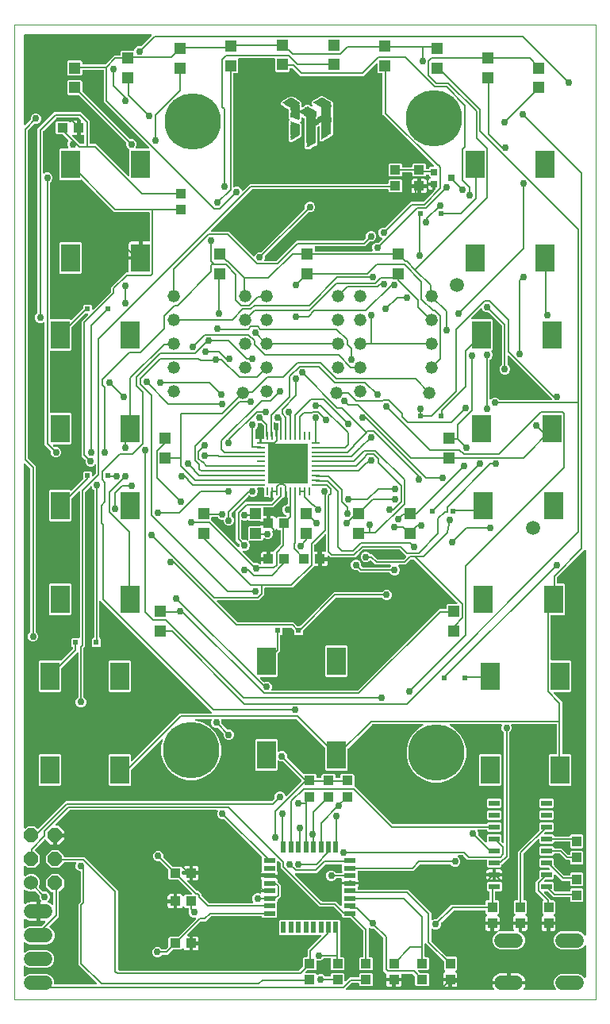
<source format=gtl>
G04 EAGLE Gerber RS-274X export*
G75*
%MOMM*%
%FSLAX34Y34*%
%LPD*%
%INTop Copper*%
%IPPOS*%
%AMOC8*
5,1,8,0,0,1.08239X$1,22.5*%
G01*
%ADD10C,0.000000*%
%ADD11R,0.320000X0.080000*%
%ADD12R,0.400000X0.080000*%
%ADD13R,0.560000X0.080000*%
%ADD14R,0.720000X0.080000*%
%ADD15R,0.880000X0.080000*%
%ADD16R,0.960000X0.080000*%
%ADD17R,0.080000X0.080000*%
%ADD18R,0.240000X0.080000*%
%ADD19R,0.160000X0.080000*%
%ADD20R,0.480000X0.080000*%
%ADD21R,0.640000X0.080000*%
%ADD22R,0.800000X0.080000*%
%ADD23R,1.040000X0.080000*%
%ADD24R,1.120000X0.080000*%
%ADD25R,1.280000X0.080000*%
%ADD26R,1.360000X0.080000*%
%ADD27R,1.520000X0.080000*%
%ADD28R,2.640000X0.080000*%
%ADD29R,1.440000X0.080000*%
%ADD30R,1.200000X0.080000*%
%ADD31R,1.680000X0.080000*%
%ADD32R,2.720000X0.080000*%
%ADD33R,2.560000X0.080000*%
%ADD34R,1.600000X0.080000*%
%ADD35R,1.760000X0.080000*%
%ADD36R,1.840000X0.080000*%
%ADD37R,1.920000X0.080000*%
%ADD38R,1.200000X1.200000*%
%ADD39R,2.000000X3.000000*%
%ADD40C,1.320800*%
%ADD41R,1.100000X1.000000*%
%ADD42R,1.270000X0.558800*%
%ADD43R,0.558800X1.270000*%
%ADD44C,1.524000*%
%ADD45P,1.649562X8X112.500000*%
%ADD46C,1.524000*%
%ADD47R,1.000000X1.100000*%
%ADD48R,1.200000X0.600000*%
%ADD49R,0.700000X0.700000*%
%ADD50R,0.812800X0.254000*%
%ADD51R,0.254000X0.812800*%
%ADD52R,4.191000X4.191000*%
%ADD53C,1.508000*%
%ADD54R,0.600000X0.600000*%
%ADD55C,0.200000*%
%ADD56C,0.756400*%
%ADD57C,6.016000*%
%ADD58C,1.500000*%

G36*
X511232Y10174D02*
X511232Y10174D01*
X511327Y10179D01*
X511371Y10194D01*
X511417Y10201D01*
X511504Y10240D01*
X511593Y10271D01*
X511632Y10298D01*
X511674Y10317D01*
X511746Y10378D01*
X511824Y10433D01*
X511853Y10470D01*
X511888Y10500D01*
X511940Y10580D01*
X511999Y10654D01*
X512017Y10697D01*
X512043Y10736D01*
X512070Y10827D01*
X512107Y10915D01*
X512111Y10961D01*
X512125Y11006D01*
X512126Y11101D01*
X512136Y11195D01*
X512128Y11241D01*
X512129Y11288D01*
X512104Y11379D01*
X512087Y11473D01*
X512067Y11512D01*
X512054Y11560D01*
X511987Y11667D01*
X511946Y11747D01*
X511248Y12709D01*
X510522Y14134D01*
X510027Y15655D01*
X509967Y16035D01*
X526558Y16035D01*
X526621Y16044D01*
X526686Y16043D01*
X526760Y16064D01*
X526837Y16075D01*
X526896Y16101D01*
X526958Y16118D01*
X527024Y16159D01*
X527094Y16191D01*
X527143Y16233D01*
X527198Y16266D01*
X527249Y16324D01*
X527308Y16374D01*
X527344Y16428D01*
X527387Y16476D01*
X527420Y16545D01*
X527463Y16610D01*
X527482Y16672D01*
X527510Y16729D01*
X527520Y16799D01*
X527545Y16880D01*
X527546Y16965D01*
X527557Y17034D01*
X527557Y18035D01*
X527559Y18035D01*
X527559Y17034D01*
X527568Y16970D01*
X527567Y16906D01*
X527588Y16831D01*
X527599Y16755D01*
X527625Y16696D01*
X527642Y16634D01*
X527683Y16568D01*
X527715Y16498D01*
X527757Y16449D01*
X527790Y16394D01*
X527848Y16342D01*
X527898Y16284D01*
X527952Y16248D01*
X528000Y16205D01*
X528069Y16172D01*
X528134Y16129D01*
X528196Y16110D01*
X528254Y16082D01*
X528323Y16071D01*
X528404Y16047D01*
X528489Y16046D01*
X528558Y16035D01*
X545149Y16035D01*
X545089Y15655D01*
X544594Y14134D01*
X543868Y12709D01*
X543170Y11747D01*
X543125Y11663D01*
X543073Y11584D01*
X543060Y11539D01*
X543038Y11498D01*
X543019Y11405D01*
X542991Y11314D01*
X542990Y11268D01*
X542981Y11222D01*
X542988Y11127D01*
X542987Y11032D01*
X543000Y10987D01*
X543003Y10941D01*
X543037Y10852D01*
X543062Y10760D01*
X543087Y10721D01*
X543103Y10677D01*
X543161Y10601D01*
X543211Y10520D01*
X543245Y10489D01*
X543273Y10452D01*
X543349Y10395D01*
X543420Y10331D01*
X543462Y10311D01*
X543499Y10283D01*
X543588Y10250D01*
X543674Y10208D01*
X543717Y10202D01*
X543763Y10184D01*
X543889Y10175D01*
X543978Y10161D01*
X577131Y10161D01*
X577163Y10165D01*
X577195Y10163D01*
X577302Y10185D01*
X577410Y10201D01*
X577440Y10214D01*
X577471Y10220D01*
X577568Y10272D01*
X577667Y10317D01*
X577692Y10338D01*
X577720Y10353D01*
X577799Y10429D01*
X577882Y10500D01*
X577899Y10527D01*
X577922Y10550D01*
X577976Y10645D01*
X578036Y10736D01*
X578045Y10767D01*
X578061Y10795D01*
X578086Y10901D01*
X578118Y11006D01*
X578119Y11038D01*
X578126Y11069D01*
X578121Y11179D01*
X578122Y11288D01*
X578114Y11319D01*
X578112Y11351D01*
X578076Y11454D01*
X578047Y11560D01*
X578030Y11587D01*
X578019Y11618D01*
X577966Y11691D01*
X577899Y11800D01*
X577863Y11832D01*
X577838Y11867D01*
X576994Y12710D01*
X575563Y16164D01*
X575563Y19904D01*
X576994Y23358D01*
X579638Y26002D01*
X583092Y27433D01*
X602072Y27433D01*
X605526Y26002D01*
X608133Y23394D01*
X608159Y23375D01*
X608180Y23350D01*
X608272Y23291D01*
X608359Y23225D01*
X608389Y23214D01*
X608416Y23196D01*
X608521Y23164D01*
X608623Y23126D01*
X608655Y23123D01*
X608686Y23114D01*
X608795Y23112D01*
X608904Y23104D01*
X608936Y23110D01*
X608968Y23110D01*
X609073Y23139D01*
X609180Y23161D01*
X609209Y23176D01*
X609240Y23185D01*
X609333Y23243D01*
X609429Y23294D01*
X609452Y23316D01*
X609480Y23333D01*
X609553Y23414D01*
X609631Y23491D01*
X609647Y23519D01*
X609669Y23543D01*
X609716Y23641D01*
X609770Y23736D01*
X609778Y23767D01*
X609792Y23796D01*
X609806Y23886D01*
X609835Y24010D01*
X609833Y24059D01*
X609839Y24101D01*
X609839Y57179D01*
X609835Y57211D01*
X609837Y57243D01*
X609815Y57350D01*
X609799Y57458D01*
X609786Y57488D01*
X609780Y57519D01*
X609728Y57616D01*
X609683Y57715D01*
X609662Y57740D01*
X609647Y57768D01*
X609571Y57846D01*
X609500Y57930D01*
X609473Y57947D01*
X609450Y57970D01*
X609355Y58024D01*
X609264Y58084D01*
X609233Y58093D01*
X609205Y58109D01*
X609099Y58134D01*
X608994Y58166D01*
X608962Y58167D01*
X608931Y58174D01*
X608821Y58169D01*
X608712Y58170D01*
X608681Y58162D01*
X608649Y58160D01*
X608546Y58124D01*
X608440Y58095D01*
X608413Y58078D01*
X608382Y58067D01*
X608309Y58014D01*
X608200Y57947D01*
X608168Y57911D01*
X608133Y57886D01*
X605526Y55278D01*
X602072Y53847D01*
X583092Y53847D01*
X579638Y55278D01*
X576994Y57922D01*
X575563Y61376D01*
X575563Y65116D01*
X576994Y68570D01*
X579638Y71214D01*
X583092Y72645D01*
X602072Y72645D01*
X605526Y71214D01*
X608133Y68606D01*
X608159Y68587D01*
X608180Y68562D01*
X608272Y68503D01*
X608359Y68437D01*
X608389Y68426D01*
X608416Y68408D01*
X608521Y68376D01*
X608623Y68338D01*
X608655Y68335D01*
X608686Y68326D01*
X608795Y68324D01*
X608904Y68316D01*
X608936Y68322D01*
X608968Y68322D01*
X609073Y68351D01*
X609180Y68373D01*
X609209Y68388D01*
X609240Y68397D01*
X609333Y68455D01*
X609429Y68506D01*
X609452Y68528D01*
X609480Y68545D01*
X609553Y68626D01*
X609631Y68703D01*
X609647Y68731D01*
X609669Y68755D01*
X609716Y68853D01*
X609770Y68948D01*
X609778Y68979D01*
X609792Y69008D01*
X609806Y69098D01*
X609835Y69222D01*
X609833Y69271D01*
X609839Y69313D01*
X609839Y478823D01*
X609835Y478855D01*
X609837Y478887D01*
X609831Y478918D01*
X609831Y478937D01*
X609815Y478996D01*
X609799Y479102D01*
X609786Y479132D01*
X609780Y479163D01*
X609756Y479207D01*
X609756Y479209D01*
X609753Y479213D01*
X609728Y479260D01*
X609683Y479359D01*
X609662Y479384D01*
X609647Y479412D01*
X609571Y479490D01*
X609500Y479574D01*
X609473Y479591D01*
X609450Y479614D01*
X609355Y479668D01*
X609264Y479728D01*
X609233Y479738D01*
X609205Y479753D01*
X609099Y479779D01*
X608994Y479810D01*
X608962Y479811D01*
X608931Y479818D01*
X608821Y479813D01*
X608712Y479814D01*
X608681Y479806D01*
X608649Y479804D01*
X608546Y479768D01*
X608440Y479739D01*
X608413Y479722D01*
X608382Y479711D01*
X608320Y479666D01*
X608290Y479652D01*
X608264Y479630D01*
X608200Y479591D01*
X608168Y479555D01*
X608133Y479530D01*
X606283Y477679D01*
X579216Y450613D01*
X579159Y450536D01*
X579094Y450464D01*
X579074Y450424D01*
X579047Y450387D01*
X579013Y450297D01*
X578971Y450211D01*
X578965Y450169D01*
X578948Y450123D01*
X578938Y449996D01*
X578936Y449987D01*
X578936Y449985D01*
X578936Y449983D01*
X578924Y449906D01*
X578924Y444778D01*
X578932Y444719D01*
X578932Y444707D01*
X578933Y444704D01*
X578932Y444650D01*
X578953Y444575D01*
X578964Y444499D01*
X578990Y444440D01*
X579007Y444378D01*
X579048Y444312D01*
X579080Y444242D01*
X579122Y444193D01*
X579155Y444138D01*
X579213Y444086D01*
X579263Y444028D01*
X579317Y443992D01*
X579365Y443949D01*
X579434Y443916D01*
X579499Y443873D01*
X579561Y443854D01*
X579618Y443826D01*
X579688Y443815D01*
X579769Y443791D01*
X579854Y443790D01*
X579923Y443779D01*
X586237Y443779D01*
X587279Y442737D01*
X587279Y411263D01*
X586237Y410221D01*
X573311Y410221D01*
X573248Y410212D01*
X573184Y410213D01*
X573109Y410192D01*
X573032Y410181D01*
X572974Y410155D01*
X572912Y410138D01*
X572846Y410097D01*
X572775Y410065D01*
X572727Y410023D01*
X572672Y409990D01*
X572620Y409932D01*
X572561Y409882D01*
X572526Y409828D01*
X572483Y409780D01*
X572449Y409711D01*
X572407Y409646D01*
X572388Y409584D01*
X572360Y409527D01*
X572349Y409457D01*
X572324Y409376D01*
X572323Y409291D01*
X572312Y409222D01*
X572312Y362778D01*
X572321Y362714D01*
X572320Y362650D01*
X572341Y362575D01*
X572352Y362499D01*
X572378Y362440D01*
X572396Y362378D01*
X572436Y362312D01*
X572468Y362242D01*
X572510Y362193D01*
X572544Y362138D01*
X572601Y362086D01*
X572652Y362028D01*
X572705Y361992D01*
X572753Y361949D01*
X572823Y361916D01*
X572888Y361873D01*
X572949Y361854D01*
X573007Y361826D01*
X573076Y361815D01*
X573157Y361791D01*
X573242Y361790D01*
X573311Y361779D01*
X593237Y361779D01*
X594279Y360737D01*
X594279Y329263D01*
X593237Y328221D01*
X576340Y328221D01*
X576308Y328217D01*
X576276Y328219D01*
X576169Y328197D01*
X576061Y328181D01*
X576032Y328168D01*
X576000Y328162D01*
X575904Y328110D01*
X575804Y328065D01*
X575780Y328044D01*
X575751Y328029D01*
X575673Y327953D01*
X575590Y327882D01*
X575572Y327855D01*
X575549Y327832D01*
X575495Y327737D01*
X575435Y327646D01*
X575426Y327615D01*
X575410Y327587D01*
X575385Y327480D01*
X575353Y327376D01*
X575353Y327344D01*
X575345Y327313D01*
X575351Y327203D01*
X575349Y327094D01*
X575358Y327063D01*
X575360Y327031D01*
X575395Y326928D01*
X575424Y326822D01*
X575441Y326795D01*
X575452Y326764D01*
X575505Y326691D01*
X575573Y326582D01*
X575609Y326550D01*
X575634Y326515D01*
X584591Y317559D01*
X584591Y262778D01*
X584600Y262714D01*
X584599Y262650D01*
X584620Y262575D01*
X584631Y262499D01*
X584657Y262440D01*
X584674Y262378D01*
X584715Y262312D01*
X584747Y262242D01*
X584789Y262193D01*
X584822Y262138D01*
X584880Y262086D01*
X584930Y262028D01*
X584984Y261992D01*
X585032Y261949D01*
X585101Y261916D01*
X585166Y261873D01*
X585228Y261854D01*
X585285Y261826D01*
X585355Y261815D01*
X585436Y261791D01*
X585521Y261790D01*
X585590Y261779D01*
X593237Y261779D01*
X594279Y260737D01*
X594279Y229263D01*
X593237Y228221D01*
X571763Y228221D01*
X570721Y229263D01*
X570721Y260737D01*
X571763Y261779D01*
X578034Y261779D01*
X578098Y261788D01*
X578162Y261787D01*
X578237Y261808D01*
X578313Y261819D01*
X578372Y261845D01*
X578434Y261862D01*
X578500Y261903D01*
X578570Y261935D01*
X578619Y261977D01*
X578674Y262010D01*
X578726Y262068D01*
X578784Y262118D01*
X578820Y262172D01*
X578863Y262220D01*
X578896Y262289D01*
X578939Y262354D01*
X578958Y262416D01*
X578986Y262473D01*
X578997Y262543D01*
X579021Y262624D01*
X579022Y262709D01*
X579033Y262778D01*
X579033Y292795D01*
X579024Y292859D01*
X579025Y292923D01*
X579004Y292998D01*
X578993Y293074D01*
X578967Y293133D01*
X578950Y293195D01*
X578909Y293261D01*
X578877Y293331D01*
X578835Y293380D01*
X578802Y293435D01*
X578744Y293487D01*
X578694Y293545D01*
X578640Y293581D01*
X578592Y293624D01*
X578523Y293657D01*
X578458Y293700D01*
X578396Y293719D01*
X578339Y293747D01*
X578269Y293758D01*
X578188Y293782D01*
X578103Y293783D01*
X578034Y293794D01*
X531069Y293794D01*
X530951Y293778D01*
X530833Y293766D01*
X530812Y293758D01*
X530790Y293754D01*
X530682Y293706D01*
X530571Y293662D01*
X530553Y293648D01*
X530533Y293638D01*
X530443Y293561D01*
X530349Y293488D01*
X530336Y293470D01*
X530318Y293455D01*
X530253Y293356D01*
X530184Y293259D01*
X530176Y293238D01*
X530164Y293219D01*
X530129Y293105D01*
X530090Y292994D01*
X530088Y292971D01*
X530082Y292949D01*
X530080Y292831D01*
X530073Y292712D01*
X530078Y292691D01*
X530078Y292667D01*
X530127Y292488D01*
X530146Y292413D01*
X530703Y291068D01*
X530703Y288855D01*
X529856Y286812D01*
X528213Y285169D01*
X528156Y285092D01*
X528091Y285021D01*
X528071Y284980D01*
X528044Y284943D01*
X528010Y284853D01*
X527968Y284767D01*
X527962Y284725D01*
X527945Y284679D01*
X527935Y284552D01*
X527921Y284462D01*
X527921Y151858D01*
X520071Y144009D01*
X520014Y143932D01*
X519949Y143860D01*
X519929Y143820D01*
X519902Y143783D01*
X519868Y143693D01*
X519826Y143607D01*
X519820Y143565D01*
X519803Y143519D01*
X519793Y143392D01*
X519779Y143302D01*
X519779Y142213D01*
X518737Y141171D01*
X505263Y141171D01*
X504221Y142213D01*
X504221Y148287D01*
X504212Y148350D01*
X504213Y148414D01*
X504192Y148489D01*
X504181Y148566D01*
X504155Y148624D01*
X504138Y148686D01*
X504097Y148752D01*
X504065Y148823D01*
X504023Y148871D01*
X503990Y148926D01*
X503932Y148978D01*
X503882Y149037D01*
X503828Y149072D01*
X503780Y149115D01*
X503711Y149149D01*
X503646Y149191D01*
X503584Y149210D01*
X503527Y149238D01*
X503457Y149249D01*
X503376Y149274D01*
X503291Y149275D01*
X503222Y149286D01*
X483377Y149286D01*
X481457Y151206D01*
X478948Y153716D01*
X478871Y153773D01*
X478800Y153838D01*
X478759Y153858D01*
X478722Y153885D01*
X478632Y153919D01*
X478546Y153961D01*
X478504Y153967D01*
X478458Y153984D01*
X478331Y153994D01*
X478241Y154008D01*
X473822Y154008D01*
X473736Y153996D01*
X473649Y153993D01*
X473597Y153976D01*
X473542Y153968D01*
X473463Y153933D01*
X473381Y153906D01*
X473335Y153875D01*
X473285Y153852D01*
X473220Y153796D01*
X473148Y153747D01*
X473113Y153704D01*
X473071Y153669D01*
X473024Y153596D01*
X472968Y153529D01*
X472947Y153479D01*
X472917Y153433D01*
X472891Y153350D01*
X472857Y153270D01*
X472850Y153216D01*
X472834Y153163D01*
X472833Y153076D01*
X472823Y152990D01*
X472831Y152936D01*
X472831Y152881D01*
X472854Y152797D01*
X472868Y152712D01*
X472891Y152662D01*
X472906Y152609D01*
X472951Y152535D01*
X472989Y152457D01*
X473025Y152416D01*
X473054Y152369D01*
X473118Y152311D01*
X473176Y152246D01*
X473220Y152220D01*
X473263Y152180D01*
X473366Y152131D01*
X473439Y152086D01*
X473511Y152056D01*
X475075Y150492D01*
X475922Y148448D01*
X475922Y146236D01*
X475075Y144192D01*
X473511Y142628D01*
X471467Y141781D01*
X469255Y141781D01*
X467211Y142628D01*
X465568Y144271D01*
X465492Y144328D01*
X465420Y144393D01*
X465379Y144413D01*
X465343Y144440D01*
X465253Y144474D01*
X465166Y144516D01*
X465124Y144522D01*
X465079Y144539D01*
X464951Y144549D01*
X464862Y144563D01*
X433387Y144563D01*
X433292Y144550D01*
X433196Y144545D01*
X433153Y144530D01*
X433108Y144523D01*
X433020Y144484D01*
X432929Y144452D01*
X432895Y144427D01*
X432851Y144407D01*
X432753Y144324D01*
X432680Y144271D01*
X425631Y137221D01*
X367054Y137221D01*
X366990Y137212D01*
X366926Y137213D01*
X366851Y137192D01*
X366775Y137181D01*
X366716Y137155D01*
X366654Y137138D01*
X366588Y137097D01*
X366518Y137065D01*
X366469Y137023D01*
X366414Y136990D01*
X366362Y136932D01*
X366304Y136882D01*
X366268Y136828D01*
X366225Y136780D01*
X366192Y136711D01*
X366149Y136646D01*
X366130Y136584D01*
X366102Y136527D01*
X366091Y136457D01*
X366067Y136376D01*
X366066Y136357D01*
X366051Y136289D01*
X366023Y136217D01*
X366018Y136153D01*
X366004Y136090D01*
X366007Y136013D01*
X366001Y135936D01*
X366015Y135873D01*
X366018Y135809D01*
X366043Y135735D01*
X366055Y135681D01*
X366055Y129022D01*
X366063Y128963D01*
X366063Y128944D01*
X366068Y128924D01*
X366073Y128831D01*
X366088Y128788D01*
X366095Y128743D01*
X366134Y128656D01*
X366166Y128565D01*
X366191Y128530D01*
X366211Y128486D01*
X366279Y128407D01*
X366644Y127775D01*
X366817Y127129D01*
X366817Y125396D01*
X359322Y125396D01*
X359322Y126428D01*
X359313Y126492D01*
X359314Y126556D01*
X359293Y126631D01*
X359282Y126707D01*
X359256Y126766D01*
X359239Y126828D01*
X359198Y126894D01*
X359166Y126964D01*
X359124Y127013D01*
X359091Y127068D01*
X359033Y127120D01*
X358983Y127178D01*
X358929Y127214D01*
X358881Y127257D01*
X358812Y127290D01*
X358747Y127333D01*
X358685Y127352D01*
X358628Y127380D01*
X358558Y127391D01*
X358477Y127415D01*
X358392Y127416D01*
X358323Y127427D01*
X357529Y127427D01*
X357465Y127418D01*
X357401Y127419D01*
X357326Y127398D01*
X357250Y127387D01*
X357191Y127361D01*
X357129Y127344D01*
X357063Y127303D01*
X356993Y127271D01*
X356944Y127229D01*
X356889Y127196D01*
X356837Y127138D01*
X356779Y127088D01*
X356743Y127034D01*
X356700Y126986D01*
X356667Y126917D01*
X356624Y126852D01*
X356605Y126790D01*
X356577Y126733D01*
X356566Y126663D01*
X356542Y126582D01*
X356541Y126497D01*
X356530Y126428D01*
X356530Y125396D01*
X349035Y125396D01*
X349035Y127129D01*
X349208Y127775D01*
X349311Y127952D01*
X349327Y127992D01*
X349351Y128028D01*
X349379Y128123D01*
X349416Y128214D01*
X349420Y128257D01*
X349433Y128298D01*
X349434Y128396D01*
X349444Y128495D01*
X349436Y128537D01*
X349437Y128580D01*
X349410Y128675D01*
X349392Y128772D01*
X349373Y128810D01*
X349361Y128852D01*
X349310Y128936D01*
X349265Y129024D01*
X349236Y129055D01*
X349213Y129092D01*
X349140Y129158D01*
X349073Y129230D01*
X349036Y129252D01*
X349004Y129281D01*
X348915Y129324D01*
X348830Y129374D01*
X348789Y129385D01*
X348750Y129404D01*
X348666Y129417D01*
X348557Y129445D01*
X348497Y129443D01*
X348446Y129451D01*
X343630Y129451D01*
X343535Y129438D01*
X343439Y129433D01*
X343396Y129418D01*
X343351Y129411D01*
X343264Y129372D01*
X343173Y129340D01*
X343138Y129315D01*
X343094Y129295D01*
X342997Y129212D01*
X342924Y129159D01*
X341281Y127516D01*
X339237Y126669D01*
X337025Y126669D01*
X334981Y127516D01*
X333417Y129080D01*
X332570Y131124D01*
X332570Y133336D01*
X333417Y135380D01*
X334981Y136944D01*
X337025Y137791D01*
X339237Y137791D01*
X341281Y136944D01*
X342924Y135301D01*
X343000Y135244D01*
X343072Y135179D01*
X343113Y135159D01*
X343149Y135132D01*
X343239Y135098D01*
X343326Y135056D01*
X343368Y135050D01*
X343413Y135033D01*
X343541Y135023D01*
X343630Y135009D01*
X348845Y135009D01*
X348877Y135013D01*
X348910Y135011D01*
X349017Y135033D01*
X349125Y135049D01*
X349154Y135062D01*
X349186Y135069D01*
X349282Y135120D01*
X349382Y135165D01*
X349406Y135186D01*
X349435Y135201D01*
X349513Y135277D01*
X349596Y135348D01*
X349614Y135375D01*
X349637Y135398D01*
X349690Y135493D01*
X349750Y135584D01*
X349760Y135615D01*
X349776Y135643D01*
X349801Y135750D01*
X349833Y135854D01*
X349833Y135886D01*
X349841Y135918D01*
X349835Y136027D01*
X349836Y136136D01*
X349828Y136167D01*
X349826Y136199D01*
X349797Y136282D01*
X349797Y143564D01*
X349788Y143628D01*
X349789Y143692D01*
X349768Y143767D01*
X349757Y143843D01*
X349731Y143902D01*
X349714Y143964D01*
X349673Y144030D01*
X349641Y144100D01*
X349599Y144149D01*
X349566Y144204D01*
X349508Y144256D01*
X349458Y144314D01*
X349404Y144350D01*
X349356Y144393D01*
X349287Y144426D01*
X349222Y144469D01*
X349160Y144488D01*
X349103Y144516D01*
X349033Y144527D01*
X348952Y144551D01*
X348867Y144552D01*
X348798Y144563D01*
X332140Y144563D01*
X332045Y144550D01*
X331949Y144545D01*
X331906Y144530D01*
X331861Y144523D01*
X331773Y144484D01*
X331682Y144452D01*
X331648Y144427D01*
X331604Y144407D01*
X331506Y144324D01*
X331433Y144271D01*
X322281Y135118D01*
X300027Y135118D01*
X299995Y135114D01*
X299963Y135116D01*
X299856Y135094D01*
X299748Y135078D01*
X299718Y135065D01*
X299687Y135059D01*
X299590Y135007D01*
X299491Y134962D01*
X299466Y134941D01*
X299438Y134926D01*
X299359Y134850D01*
X299276Y134779D01*
X299259Y134752D01*
X299236Y134729D01*
X299182Y134634D01*
X299122Y134543D01*
X299112Y134512D01*
X299097Y134484D01*
X299071Y134377D01*
X299040Y134273D01*
X299039Y134241D01*
X299032Y134210D01*
X299037Y134100D01*
X299036Y133991D01*
X299044Y133960D01*
X299046Y133928D01*
X299082Y133825D01*
X299111Y133719D01*
X299128Y133692D01*
X299139Y133661D01*
X299192Y133588D01*
X299259Y133479D01*
X299295Y133447D01*
X299320Y133412D01*
X327655Y105077D01*
X327732Y105020D01*
X327804Y104955D01*
X327844Y104935D01*
X327881Y104908D01*
X327971Y104874D01*
X328057Y104832D01*
X328099Y104826D01*
X328145Y104809D01*
X328272Y104799D01*
X328362Y104785D01*
X343060Y104785D01*
X347837Y100007D01*
X347863Y99988D01*
X347884Y99963D01*
X347976Y99904D01*
X348063Y99838D01*
X348093Y99827D01*
X348120Y99809D01*
X348225Y99777D01*
X348327Y99738D01*
X348359Y99736D01*
X348390Y99727D01*
X348499Y99725D01*
X348608Y99717D01*
X348640Y99723D01*
X348672Y99723D01*
X348777Y99752D01*
X348884Y99774D01*
X348913Y99789D01*
X348944Y99798D01*
X349037Y99855D01*
X349133Y99907D01*
X349156Y99929D01*
X349184Y99946D01*
X349257Y100027D01*
X349335Y100103D01*
X349351Y100132D01*
X349373Y100155D01*
X349420Y100254D01*
X349474Y100349D01*
X349482Y100380D01*
X349496Y100409D01*
X349510Y100498D01*
X349539Y100623D01*
X349537Y100672D01*
X349543Y100714D01*
X349543Y103649D01*
X349562Y103674D01*
X349627Y103746D01*
X349647Y103786D01*
X349674Y103823D01*
X349708Y103913D01*
X349750Y103999D01*
X349756Y104041D01*
X349773Y104087D01*
X349783Y104214D01*
X349797Y104304D01*
X349797Y111693D01*
X349801Y111710D01*
X349829Y111783D01*
X349834Y111847D01*
X349848Y111909D01*
X349845Y111987D01*
X349851Y112064D01*
X349837Y112127D01*
X349834Y112191D01*
X349809Y112264D01*
X349797Y112319D01*
X349797Y118978D01*
X349784Y119073D01*
X349779Y119169D01*
X349764Y119212D01*
X349757Y119257D01*
X349718Y119344D01*
X349686Y119435D01*
X349661Y119470D01*
X349641Y119514D01*
X349573Y119593D01*
X349208Y120225D01*
X349035Y120871D01*
X349035Y122604D01*
X357529Y122604D01*
X357592Y122613D01*
X357657Y122612D01*
X357731Y122633D01*
X357808Y122644D01*
X357866Y122670D01*
X357928Y122687D01*
X357931Y122688D01*
X357961Y122679D01*
X358019Y122651D01*
X358088Y122640D01*
X358169Y122616D01*
X358254Y122615D01*
X358323Y122604D01*
X366817Y122604D01*
X366817Y120871D01*
X366644Y120225D01*
X366282Y119599D01*
X366225Y119536D01*
X366205Y119495D01*
X366178Y119459D01*
X366144Y119369D01*
X366102Y119282D01*
X366096Y119240D01*
X366079Y119195D01*
X366069Y119067D01*
X366055Y118978D01*
X366055Y118078D01*
X366064Y118015D01*
X366063Y117952D01*
X366063Y117950D01*
X366084Y117875D01*
X366095Y117799D01*
X366121Y117740D01*
X366138Y117678D01*
X366179Y117612D01*
X366211Y117542D01*
X366253Y117493D01*
X366286Y117438D01*
X366344Y117386D01*
X366394Y117328D01*
X366448Y117292D01*
X366496Y117249D01*
X366565Y117216D01*
X366630Y117173D01*
X366692Y117154D01*
X366749Y117126D01*
X366819Y117115D01*
X366900Y117091D01*
X366985Y117090D01*
X367054Y117079D01*
X420251Y117079D01*
X422171Y115158D01*
X444739Y92591D01*
X444739Y86066D01*
X444747Y86005D01*
X444747Y85976D01*
X444756Y85943D01*
X444767Y85830D01*
X444775Y85809D01*
X444779Y85786D01*
X444827Y85679D01*
X444871Y85568D01*
X444885Y85550D01*
X444895Y85529D01*
X444972Y85440D01*
X445045Y85346D01*
X445063Y85333D01*
X445078Y85315D01*
X445178Y85250D01*
X445274Y85181D01*
X445295Y85173D01*
X445314Y85161D01*
X445428Y85126D01*
X445539Y85086D01*
X445562Y85085D01*
X445584Y85078D01*
X445702Y85077D01*
X445821Y85070D01*
X445842Y85075D01*
X445866Y85075D01*
X446045Y85124D01*
X446120Y85142D01*
X448425Y86097D01*
X450694Y86097D01*
X450789Y86111D01*
X450885Y86116D01*
X450928Y86131D01*
X450973Y86137D01*
X451061Y86177D01*
X451152Y86208D01*
X451186Y86233D01*
X451230Y86253D01*
X451327Y86337D01*
X451400Y86390D01*
X466271Y101261D01*
X501968Y101261D01*
X502032Y101270D01*
X502096Y101269D01*
X502171Y101290D01*
X502247Y101301D01*
X502306Y101327D01*
X502368Y101344D01*
X502434Y101385D01*
X502504Y101417D01*
X502553Y101459D01*
X502608Y101492D01*
X502660Y101550D01*
X502718Y101600D01*
X502754Y101654D01*
X502797Y101702D01*
X502830Y101771D01*
X502873Y101836D01*
X502892Y101898D01*
X502920Y101955D01*
X502931Y102025D01*
X502955Y102106D01*
X502956Y102191D01*
X502967Y102260D01*
X502967Y104842D01*
X504158Y106033D01*
X505998Y106033D01*
X506062Y106042D01*
X506126Y106041D01*
X506201Y106062D01*
X506277Y106073D01*
X506336Y106099D01*
X506398Y106116D01*
X506464Y106157D01*
X506534Y106189D01*
X506583Y106231D01*
X506638Y106264D01*
X506690Y106322D01*
X506748Y106372D01*
X506784Y106426D01*
X506827Y106474D01*
X506860Y106543D01*
X506903Y106608D01*
X506922Y106670D01*
X506950Y106727D01*
X506961Y106797D01*
X506985Y106878D01*
X506986Y106963D01*
X506997Y107032D01*
X506997Y114518D01*
X506988Y114582D01*
X506989Y114646D01*
X506968Y114721D01*
X506957Y114797D01*
X506931Y114856D01*
X506914Y114918D01*
X506873Y114984D01*
X506841Y115054D01*
X506799Y115103D01*
X506766Y115158D01*
X506708Y115210D01*
X506658Y115268D01*
X506604Y115304D01*
X506556Y115347D01*
X506487Y115380D01*
X506422Y115423D01*
X506360Y115442D01*
X506303Y115470D01*
X506233Y115481D01*
X506152Y115505D01*
X506067Y115506D01*
X505998Y115517D01*
X505158Y115517D01*
X503967Y116708D01*
X503967Y124392D01*
X505158Y125583D01*
X518842Y125583D01*
X520033Y124392D01*
X520033Y116708D01*
X518842Y115517D01*
X514062Y115517D01*
X513998Y115508D01*
X513934Y115509D01*
X513859Y115488D01*
X513783Y115477D01*
X513724Y115451D01*
X513662Y115434D01*
X513596Y115393D01*
X513526Y115361D01*
X513477Y115319D01*
X513422Y115286D01*
X513370Y115228D01*
X513312Y115178D01*
X513276Y115124D01*
X513233Y115076D01*
X513200Y115007D01*
X513157Y114942D01*
X513138Y114880D01*
X513110Y114823D01*
X513099Y114753D01*
X513075Y114672D01*
X513074Y114587D01*
X513063Y114518D01*
X513063Y107032D01*
X513071Y106973D01*
X513071Y106960D01*
X513072Y106958D01*
X513071Y106904D01*
X513092Y106829D01*
X513103Y106753D01*
X513129Y106694D01*
X513146Y106632D01*
X513187Y106566D01*
X513219Y106496D01*
X513261Y106447D01*
X513294Y106392D01*
X513352Y106340D01*
X513402Y106282D01*
X513456Y106246D01*
X513504Y106203D01*
X513573Y106170D01*
X513638Y106127D01*
X513700Y106108D01*
X513757Y106080D01*
X513827Y106069D01*
X513908Y106045D01*
X513993Y106044D01*
X514062Y106033D01*
X515842Y106033D01*
X517033Y104842D01*
X517033Y92158D01*
X515799Y90925D01*
X515767Y90882D01*
X515728Y90845D01*
X515683Y90769D01*
X515630Y90699D01*
X515611Y90649D01*
X515584Y90603D01*
X515562Y90518D01*
X515531Y90435D01*
X515526Y90382D01*
X515513Y90330D01*
X515516Y90242D01*
X515509Y90154D01*
X515520Y90102D01*
X515521Y90048D01*
X515548Y89964D01*
X515566Y89878D01*
X515592Y89831D01*
X515608Y89780D01*
X515657Y89707D01*
X515699Y89629D01*
X515736Y89591D01*
X515766Y89546D01*
X515827Y89497D01*
X515896Y89427D01*
X515959Y89391D01*
X516006Y89353D01*
X516560Y89033D01*
X517033Y88560D01*
X517368Y87981D01*
X517541Y87335D01*
X517541Y83499D01*
X511000Y83499D01*
X510936Y83490D01*
X510872Y83491D01*
X510798Y83470D01*
X510721Y83459D01*
X510662Y83433D01*
X510600Y83416D01*
X510534Y83375D01*
X510464Y83343D01*
X510415Y83301D01*
X510360Y83268D01*
X510309Y83210D01*
X510250Y83160D01*
X510214Y83106D01*
X510171Y83058D01*
X510138Y82989D01*
X510095Y82924D01*
X510076Y82862D01*
X510048Y82805D01*
X510038Y82735D01*
X510013Y82654D01*
X510012Y82569D01*
X510001Y82500D01*
X510001Y81499D01*
X509999Y81499D01*
X509999Y82500D01*
X509990Y82564D01*
X509991Y82628D01*
X509970Y82703D01*
X509959Y82779D01*
X509933Y82838D01*
X509916Y82900D01*
X509875Y82966D01*
X509843Y83036D01*
X509801Y83085D01*
X509768Y83140D01*
X509710Y83192D01*
X509660Y83250D01*
X509606Y83286D01*
X509558Y83329D01*
X509489Y83362D01*
X509424Y83405D01*
X509362Y83424D01*
X509304Y83452D01*
X509235Y83462D01*
X509154Y83487D01*
X509069Y83488D01*
X509000Y83499D01*
X502459Y83499D01*
X502459Y87335D01*
X502632Y87981D01*
X502967Y88560D01*
X503440Y89033D01*
X503994Y89353D01*
X504036Y89386D01*
X504083Y89411D01*
X504146Y89472D01*
X504216Y89527D01*
X504247Y89570D01*
X504285Y89608D01*
X504329Y89684D01*
X504380Y89756D01*
X504398Y89806D01*
X504424Y89853D01*
X504445Y89939D01*
X504474Y90022D01*
X504477Y90075D01*
X504489Y90128D01*
X504485Y90216D01*
X504490Y90303D01*
X504478Y90356D01*
X504475Y90409D01*
X504446Y90492D01*
X504426Y90578D01*
X504400Y90625D01*
X504382Y90676D01*
X504336Y90739D01*
X504288Y90824D01*
X504237Y90875D01*
X504201Y90925D01*
X502967Y92158D01*
X502967Y94196D01*
X502958Y94260D01*
X502959Y94324D01*
X502938Y94399D01*
X502927Y94475D01*
X502901Y94534D01*
X502884Y94596D01*
X502843Y94662D01*
X502811Y94732D01*
X502769Y94781D01*
X502736Y94836D01*
X502678Y94888D01*
X502628Y94946D01*
X502574Y94982D01*
X502526Y95025D01*
X502457Y95058D01*
X502392Y95101D01*
X502330Y95120D01*
X502273Y95148D01*
X502203Y95159D01*
X502122Y95183D01*
X502037Y95184D01*
X501968Y95195D01*
X469198Y95195D01*
X469103Y95182D01*
X469006Y95177D01*
X468963Y95162D01*
X468918Y95155D01*
X468831Y95116D01*
X468740Y95084D01*
X468706Y95059D01*
X468661Y95039D01*
X468564Y94956D01*
X468491Y94903D01*
X455689Y82101D01*
X455632Y82024D01*
X455567Y81953D01*
X455547Y81912D01*
X455520Y81875D01*
X455486Y81785D01*
X455444Y81699D01*
X455438Y81657D01*
X455421Y81612D01*
X455411Y81484D01*
X455397Y81394D01*
X455397Y79126D01*
X454511Y76989D01*
X452876Y75353D01*
X450739Y74468D01*
X448425Y74468D01*
X446120Y75423D01*
X446006Y75452D01*
X445892Y75487D01*
X445869Y75487D01*
X445847Y75493D01*
X445729Y75489D01*
X445610Y75490D01*
X445588Y75484D01*
X445565Y75484D01*
X445453Y75447D01*
X445338Y75415D01*
X445319Y75403D01*
X445297Y75396D01*
X445199Y75329D01*
X445098Y75267D01*
X445083Y75250D01*
X445064Y75237D01*
X444989Y75146D01*
X444909Y75058D01*
X444899Y75037D01*
X444885Y75020D01*
X444838Y74911D01*
X444786Y74804D01*
X444783Y74783D01*
X444773Y74760D01*
X444751Y74576D01*
X444739Y74499D01*
X444739Y63105D01*
X444748Y63043D01*
X444747Y62993D01*
X444755Y62966D01*
X444757Y62914D01*
X444772Y62871D01*
X444779Y62826D01*
X444816Y62742D01*
X444822Y62721D01*
X444826Y62715D01*
X444850Y62647D01*
X444875Y62613D01*
X444895Y62569D01*
X444978Y62471D01*
X445031Y62398D01*
X461358Y46071D01*
X461435Y46014D01*
X461506Y45949D01*
X461547Y45929D01*
X461584Y45902D01*
X461674Y45868D01*
X461760Y45826D01*
X461802Y45820D01*
X461848Y45803D01*
X461975Y45793D01*
X462065Y45779D01*
X470737Y45779D01*
X471779Y44737D01*
X471779Y32263D01*
X470550Y31035D01*
X470524Y31000D01*
X470492Y30972D01*
X470440Y30888D01*
X470381Y30809D01*
X470366Y30769D01*
X470343Y30733D01*
X470316Y30637D01*
X470281Y30545D01*
X470278Y30502D01*
X470266Y30461D01*
X470267Y30362D01*
X470260Y30264D01*
X470268Y30222D01*
X470269Y30179D01*
X470297Y30085D01*
X470317Y29988D01*
X470337Y29950D01*
X470350Y29909D01*
X470403Y29826D01*
X470450Y29739D01*
X470480Y29708D01*
X470503Y29672D01*
X470578Y29608D01*
X470646Y29537D01*
X470684Y29516D01*
X470716Y29488D01*
X470794Y29453D01*
X470892Y29398D01*
X470951Y29384D01*
X470958Y29381D01*
X471560Y29033D01*
X472033Y28560D01*
X472368Y27981D01*
X472541Y27335D01*
X472541Y23499D01*
X466000Y23499D01*
X465936Y23490D01*
X465872Y23491D01*
X465798Y23470D01*
X465721Y23459D01*
X465662Y23433D01*
X465600Y23416D01*
X465534Y23375D01*
X465464Y23343D01*
X465415Y23301D01*
X465360Y23268D01*
X465309Y23210D01*
X465250Y23160D01*
X465214Y23106D01*
X465171Y23058D01*
X465138Y22989D01*
X465095Y22924D01*
X465076Y22862D01*
X465048Y22805D01*
X465038Y22735D01*
X465013Y22654D01*
X465012Y22569D01*
X465001Y22500D01*
X465001Y21499D01*
X464999Y21499D01*
X464999Y22500D01*
X464990Y22564D01*
X464991Y22628D01*
X464970Y22703D01*
X464959Y22779D01*
X464933Y22838D01*
X464916Y22900D01*
X464875Y22966D01*
X464843Y23036D01*
X464801Y23085D01*
X464768Y23140D01*
X464710Y23192D01*
X464660Y23250D01*
X464606Y23286D01*
X464558Y23329D01*
X464489Y23362D01*
X464424Y23405D01*
X464362Y23424D01*
X464304Y23452D01*
X464235Y23462D01*
X464154Y23487D01*
X464069Y23488D01*
X464000Y23499D01*
X457459Y23499D01*
X457459Y27335D01*
X457632Y27981D01*
X457967Y28560D01*
X458440Y29033D01*
X459038Y29378D01*
X459041Y29380D01*
X459083Y29389D01*
X459170Y29435D01*
X459261Y29474D01*
X459295Y29501D01*
X459332Y29521D01*
X459403Y29590D01*
X459479Y29652D01*
X459504Y29688D01*
X459534Y29718D01*
X459583Y29804D01*
X459639Y29885D01*
X459652Y29926D01*
X459673Y29963D01*
X459696Y30059D01*
X459727Y30153D01*
X459729Y30196D01*
X459738Y30238D01*
X459733Y30336D01*
X459737Y30435D01*
X459726Y30476D01*
X459724Y30519D01*
X459692Y30612D01*
X459667Y30708D01*
X459646Y30745D01*
X459632Y30786D01*
X459581Y30855D01*
X459524Y30951D01*
X459481Y30993D01*
X459450Y31035D01*
X458221Y32263D01*
X458221Y40935D01*
X458208Y41030D01*
X458203Y41126D01*
X458188Y41169D01*
X458181Y41214D01*
X458142Y41302D01*
X458110Y41393D01*
X458085Y41427D01*
X458065Y41471D01*
X457982Y41569D01*
X457929Y41642D01*
X441102Y58469D01*
X439485Y60086D01*
X439459Y60105D01*
X439438Y60130D01*
X439346Y60190D01*
X439259Y60255D01*
X439229Y60266D01*
X439202Y60284D01*
X439097Y60316D01*
X438995Y60355D01*
X438963Y60357D01*
X438932Y60366D01*
X438823Y60368D01*
X438714Y60376D01*
X438682Y60370D01*
X438650Y60370D01*
X438545Y60341D01*
X438438Y60319D01*
X438409Y60304D01*
X438378Y60295D01*
X438285Y60238D01*
X438189Y60186D01*
X438166Y60164D01*
X438138Y60147D01*
X438065Y60066D01*
X437987Y59990D01*
X437971Y59961D01*
X437949Y59938D01*
X437902Y59839D01*
X437848Y59744D01*
X437840Y59713D01*
X437826Y59684D01*
X437812Y59595D01*
X437783Y59470D01*
X437785Y59421D01*
X437779Y59379D01*
X437779Y46278D01*
X437788Y46214D01*
X437787Y46150D01*
X437808Y46075D01*
X437819Y45999D01*
X437845Y45940D01*
X437862Y45878D01*
X437903Y45812D01*
X437935Y45742D01*
X437977Y45693D01*
X438010Y45638D01*
X438068Y45586D01*
X438118Y45528D01*
X438172Y45492D01*
X438220Y45449D01*
X438289Y45416D01*
X438354Y45373D01*
X438416Y45354D01*
X438473Y45326D01*
X438543Y45315D01*
X438624Y45291D01*
X438709Y45290D01*
X438778Y45279D01*
X441237Y45279D01*
X442279Y44237D01*
X442279Y32763D01*
X441237Y31721D01*
X431480Y31721D01*
X431448Y31717D01*
X431416Y31719D01*
X431309Y31697D01*
X431201Y31681D01*
X431171Y31668D01*
X431140Y31662D01*
X431043Y31610D01*
X430944Y31565D01*
X430919Y31544D01*
X430891Y31529D01*
X430813Y31453D01*
X430730Y31382D01*
X430712Y31355D01*
X430689Y31332D01*
X430635Y31237D01*
X430575Y31146D01*
X430566Y31115D01*
X430550Y31087D01*
X430525Y30981D01*
X430493Y30876D01*
X430492Y30844D01*
X430485Y30813D01*
X430490Y30703D01*
X430489Y30594D01*
X430498Y30563D01*
X430499Y30531D01*
X430535Y30428D01*
X430564Y30322D01*
X430581Y30295D01*
X430592Y30264D01*
X430645Y30191D01*
X430712Y30082D01*
X430748Y30050D01*
X430773Y30015D01*
X431964Y28825D01*
X432040Y28768D01*
X432112Y28703D01*
X432153Y28683D01*
X432189Y28656D01*
X432279Y28622D01*
X432366Y28580D01*
X432408Y28574D01*
X432453Y28557D01*
X432581Y28547D01*
X432670Y28533D01*
X441342Y28533D01*
X442533Y27342D01*
X442533Y15658D01*
X441342Y14467D01*
X428658Y14467D01*
X427467Y15658D01*
X427467Y24330D01*
X427454Y24425D01*
X427449Y24521D01*
X427434Y24564D01*
X427427Y24609D01*
X427388Y24697D01*
X427356Y24787D01*
X427331Y24822D01*
X427311Y24866D01*
X427228Y24963D01*
X427175Y25036D01*
X425068Y27143D01*
X424992Y27200D01*
X424920Y27265D01*
X424879Y27285D01*
X424843Y27312D01*
X424753Y27346D01*
X424666Y27388D01*
X424624Y27394D01*
X424579Y27411D01*
X424451Y27421D01*
X424362Y27435D01*
X414040Y27435D01*
X413976Y27426D01*
X413912Y27427D01*
X413837Y27406D01*
X413761Y27395D01*
X413702Y27369D01*
X413640Y27352D01*
X413574Y27311D01*
X413504Y27279D01*
X413455Y27237D01*
X413400Y27204D01*
X413348Y27146D01*
X413290Y27096D01*
X413254Y27042D01*
X413211Y26994D01*
X413178Y26925D01*
X413135Y26860D01*
X413116Y26798D01*
X413088Y26741D01*
X413077Y26671D01*
X413053Y26590D01*
X413052Y26505D01*
X413041Y26436D01*
X413041Y23499D01*
X406000Y23499D01*
X405936Y23490D01*
X405872Y23491D01*
X405798Y23470D01*
X405721Y23459D01*
X405662Y23433D01*
X405600Y23416D01*
X405534Y23375D01*
X405464Y23343D01*
X405415Y23301D01*
X405360Y23268D01*
X405309Y23210D01*
X405250Y23160D01*
X405214Y23106D01*
X405171Y23058D01*
X405138Y22989D01*
X405095Y22924D01*
X405076Y22862D01*
X405048Y22805D01*
X405038Y22735D01*
X405013Y22654D01*
X405012Y22569D01*
X405001Y22500D01*
X405001Y21499D01*
X404999Y21499D01*
X404999Y22500D01*
X404990Y22564D01*
X404991Y22628D01*
X404970Y22703D01*
X404959Y22779D01*
X404933Y22838D01*
X404916Y22900D01*
X404875Y22966D01*
X404843Y23036D01*
X404801Y23085D01*
X404768Y23140D01*
X404710Y23192D01*
X404660Y23250D01*
X404606Y23286D01*
X404558Y23329D01*
X404489Y23362D01*
X404424Y23405D01*
X404362Y23424D01*
X404304Y23452D01*
X404235Y23462D01*
X404154Y23487D01*
X404069Y23488D01*
X404000Y23499D01*
X396959Y23499D01*
X396959Y26884D01*
X396973Y26942D01*
X396970Y26998D01*
X396977Y27054D01*
X396963Y27138D01*
X396959Y27223D01*
X396940Y27277D01*
X396931Y27332D01*
X396894Y27409D01*
X396866Y27490D01*
X396835Y27532D01*
X396809Y27586D01*
X396735Y27670D01*
X396684Y27739D01*
X393435Y30988D01*
X393435Y65220D01*
X393422Y65315D01*
X393417Y65411D01*
X393402Y65454D01*
X393395Y65499D01*
X393356Y65586D01*
X393324Y65677D01*
X393299Y65712D01*
X393279Y65756D01*
X393196Y65853D01*
X393143Y65926D01*
X383949Y75120D01*
X383873Y75177D01*
X383801Y75242D01*
X383760Y75262D01*
X383724Y75289D01*
X383634Y75323D01*
X383547Y75365D01*
X383505Y75371D01*
X383460Y75388D01*
X383332Y75398D01*
X383243Y75412D01*
X381366Y75412D01*
X379160Y76326D01*
X379046Y76355D01*
X378932Y76390D01*
X378909Y76390D01*
X378887Y76396D01*
X378769Y76392D01*
X378650Y76394D01*
X378628Y76388D01*
X378605Y76387D01*
X378493Y76350D01*
X378378Y76318D01*
X378359Y76306D01*
X378337Y76299D01*
X378239Y76233D01*
X378138Y76170D01*
X378123Y76153D01*
X378104Y76141D01*
X378029Y76049D01*
X377949Y75961D01*
X377939Y75940D01*
X377925Y75923D01*
X377878Y75814D01*
X377826Y75707D01*
X377823Y75686D01*
X377813Y75664D01*
X377791Y75479D01*
X377779Y75403D01*
X377779Y46278D01*
X377788Y46214D01*
X377787Y46150D01*
X377808Y46075D01*
X377819Y45999D01*
X377845Y45940D01*
X377862Y45878D01*
X377903Y45812D01*
X377935Y45742D01*
X377977Y45693D01*
X378010Y45638D01*
X378068Y45586D01*
X378118Y45528D01*
X378172Y45492D01*
X378220Y45449D01*
X378289Y45416D01*
X378354Y45373D01*
X378416Y45354D01*
X378473Y45326D01*
X378543Y45315D01*
X378624Y45291D01*
X378709Y45290D01*
X378778Y45279D01*
X381237Y45279D01*
X382279Y44237D01*
X382279Y32763D01*
X381237Y31721D01*
X368763Y31721D01*
X367721Y32763D01*
X367721Y44237D01*
X368763Y45279D01*
X371222Y45279D01*
X371286Y45288D01*
X371350Y45287D01*
X371425Y45308D01*
X371501Y45319D01*
X371560Y45345D01*
X371622Y45362D01*
X371688Y45403D01*
X371758Y45435D01*
X371807Y45477D01*
X371862Y45510D01*
X371914Y45568D01*
X371972Y45618D01*
X372008Y45672D01*
X372051Y45720D01*
X372084Y45789D01*
X372127Y45854D01*
X372146Y45916D01*
X372174Y45973D01*
X372185Y46043D01*
X372209Y46124D01*
X372210Y46209D01*
X372221Y46278D01*
X372221Y73361D01*
X372208Y73456D01*
X372203Y73552D01*
X372188Y73595D01*
X372181Y73640D01*
X372142Y73728D01*
X372110Y73819D01*
X372085Y73853D01*
X372065Y73897D01*
X371982Y73995D01*
X371929Y74068D01*
X358862Y87135D01*
X358785Y87192D01*
X358713Y87257D01*
X358673Y87277D01*
X358636Y87304D01*
X358546Y87338D01*
X358460Y87380D01*
X358418Y87386D01*
X358372Y87403D01*
X358245Y87413D01*
X358155Y87427D01*
X350839Y87427D01*
X349797Y88469D01*
X349797Y89774D01*
X349784Y89869D01*
X349779Y89965D01*
X349764Y90008D01*
X349757Y90053D01*
X349718Y90141D01*
X349686Y90232D01*
X349661Y90266D01*
X349641Y90310D01*
X349558Y90408D01*
X349505Y90481D01*
X341051Y98935D01*
X340974Y98992D01*
X340902Y99057D01*
X340862Y99077D01*
X340825Y99104D01*
X340735Y99138D01*
X340649Y99180D01*
X340607Y99186D01*
X340561Y99203D01*
X340434Y99213D01*
X340344Y99227D01*
X325646Y99227D01*
X284349Y140524D01*
X284349Y144833D01*
X284336Y144928D01*
X284331Y145024D01*
X284316Y145067D01*
X284309Y145112D01*
X284270Y145199D01*
X284238Y145290D01*
X284213Y145325D01*
X284193Y145369D01*
X284110Y145466D01*
X284057Y145539D01*
X281909Y147687D01*
X281883Y147707D01*
X281862Y147731D01*
X281770Y147791D01*
X281683Y147857D01*
X281653Y147868D01*
X281626Y147886D01*
X281521Y147918D01*
X281419Y147956D01*
X281387Y147959D01*
X281356Y147968D01*
X281247Y147969D01*
X281138Y147978D01*
X281106Y147971D01*
X281074Y147972D01*
X280969Y147943D01*
X280862Y147920D01*
X280833Y147905D01*
X280802Y147897D01*
X280709Y147839D01*
X280613Y147788D01*
X280590Y147765D01*
X280562Y147748D01*
X280489Y147667D01*
X280411Y147591D01*
X280395Y147563D01*
X280373Y147539D01*
X280326Y147441D01*
X280272Y147346D01*
X280264Y147314D01*
X280250Y147285D01*
X280236Y147196D01*
X280207Y147071D01*
X280209Y147023D01*
X280203Y146981D01*
X280203Y144307D01*
X280199Y144290D01*
X280171Y144217D01*
X280166Y144153D01*
X280152Y144091D01*
X280155Y144013D01*
X280149Y143936D01*
X280163Y143873D01*
X280166Y143809D01*
X280191Y143736D01*
X280203Y143681D01*
X280203Y137022D01*
X280211Y136962D01*
X280211Y136938D01*
X280217Y136916D01*
X280221Y136831D01*
X280236Y136788D01*
X280243Y136743D01*
X280282Y136656D01*
X280314Y136565D01*
X280339Y136530D01*
X280359Y136486D01*
X280427Y136407D01*
X280792Y135775D01*
X280965Y135129D01*
X280965Y133396D01*
X272471Y133396D01*
X272408Y133387D01*
X272343Y133388D01*
X272269Y133367D01*
X272192Y133356D01*
X272134Y133330D01*
X272072Y133313D01*
X272069Y133311D01*
X272039Y133321D01*
X271981Y133349D01*
X271912Y133360D01*
X271831Y133384D01*
X271746Y133385D01*
X271677Y133396D01*
X263183Y133396D01*
X263183Y135129D01*
X263356Y135775D01*
X263718Y136401D01*
X263775Y136464D01*
X263795Y136505D01*
X263822Y136541D01*
X263856Y136631D01*
X263898Y136718D01*
X263904Y136760D01*
X263921Y136805D01*
X263928Y136895D01*
X263933Y136911D01*
X263934Y136949D01*
X263945Y137022D01*
X263945Y143693D01*
X263949Y143711D01*
X263977Y143783D01*
X263982Y143847D01*
X263996Y143910D01*
X263993Y143987D01*
X263999Y144064D01*
X263985Y144127D01*
X263982Y144191D01*
X263957Y144265D01*
X263945Y144319D01*
X263945Y151734D01*
X263956Y151762D01*
X263961Y151826D01*
X263976Y151889D01*
X263972Y151966D01*
X263978Y152043D01*
X263965Y152106D01*
X263961Y152170D01*
X263936Y152244D01*
X263920Y152319D01*
X263890Y152376D01*
X263869Y152437D01*
X263827Y152493D01*
X263788Y152568D01*
X263728Y152629D01*
X263687Y152686D01*
X223881Y192492D01*
X223804Y192549D01*
X223733Y192614D01*
X223692Y192634D01*
X223656Y192661D01*
X223566Y192695D01*
X223479Y192737D01*
X223437Y192743D01*
X223392Y192760D01*
X223264Y192770D01*
X223175Y192784D01*
X220851Y192784D01*
X218808Y193631D01*
X217243Y195195D01*
X216397Y197239D01*
X216397Y199451D01*
X216954Y200796D01*
X216983Y200911D01*
X217018Y201024D01*
X217018Y201047D01*
X217024Y201069D01*
X217020Y201188D01*
X217022Y201306D01*
X217016Y201328D01*
X217015Y201351D01*
X216978Y201464D01*
X216947Y201578D01*
X216935Y201598D01*
X216927Y201619D01*
X216861Y201717D01*
X216798Y201818D01*
X216781Y201833D01*
X216769Y201852D01*
X216677Y201928D01*
X216589Y202007D01*
X216569Y202017D01*
X216551Y202032D01*
X216442Y202079D01*
X216335Y202130D01*
X216314Y202134D01*
X216292Y202143D01*
X216107Y202166D01*
X216031Y202178D01*
X59179Y202178D01*
X59084Y202164D01*
X58988Y202159D01*
X58945Y202144D01*
X58900Y202138D01*
X58813Y202098D01*
X58722Y202067D01*
X58687Y202042D01*
X58643Y202022D01*
X58546Y201938D01*
X58473Y201885D01*
X43714Y187127D01*
X43695Y187101D01*
X43670Y187080D01*
X43610Y186988D01*
X43545Y186901D01*
X43534Y186871D01*
X43516Y186844D01*
X43484Y186739D01*
X43445Y186637D01*
X43443Y186605D01*
X43434Y186574D01*
X43432Y186465D01*
X43424Y186356D01*
X43430Y186324D01*
X43430Y186292D01*
X43459Y186187D01*
X43481Y186080D01*
X43496Y186051D01*
X43505Y186020D01*
X43562Y185927D01*
X43614Y185831D01*
X43636Y185808D01*
X43653Y185780D01*
X43734Y185707D01*
X43810Y185629D01*
X43839Y185613D01*
X43862Y185591D01*
X43961Y185544D01*
X44056Y185490D01*
X44087Y185482D01*
X44116Y185468D01*
X44205Y185454D01*
X44330Y185425D01*
X44379Y185427D01*
X44421Y185421D01*
X47389Y185421D01*
X53341Y179469D01*
X53341Y177259D01*
X44180Y177259D01*
X44117Y177250D01*
X44052Y177251D01*
X43978Y177230D01*
X43901Y177219D01*
X43842Y177193D01*
X43780Y177176D01*
X43714Y177135D01*
X43644Y177103D01*
X43595Y177061D01*
X43540Y177028D01*
X43489Y176970D01*
X43430Y176920D01*
X43394Y176866D01*
X43351Y176818D01*
X43318Y176749D01*
X43275Y176684D01*
X43256Y176622D01*
X43228Y176565D01*
X43218Y176495D01*
X43193Y176414D01*
X43192Y176329D01*
X43181Y176260D01*
X43181Y175259D01*
X42180Y175259D01*
X42116Y175250D01*
X42052Y175251D01*
X41977Y175230D01*
X41901Y175219D01*
X41842Y175193D01*
X41780Y175176D01*
X41714Y175135D01*
X41644Y175103D01*
X41595Y175061D01*
X41540Y175028D01*
X41488Y174970D01*
X41430Y174920D01*
X41394Y174866D01*
X41351Y174818D01*
X41318Y174749D01*
X41275Y174684D01*
X41256Y174622D01*
X41228Y174564D01*
X41217Y174495D01*
X41193Y174414D01*
X41192Y174329D01*
X41181Y174260D01*
X41181Y165099D01*
X38971Y165099D01*
X33397Y170674D01*
X33346Y170712D01*
X33301Y170758D01*
X33233Y170796D01*
X33171Y170843D01*
X33111Y170866D01*
X33055Y170897D01*
X32980Y170915D01*
X32908Y170942D01*
X32844Y170947D01*
X32781Y170962D01*
X32703Y170958D01*
X32626Y170964D01*
X32564Y170951D01*
X32499Y170948D01*
X32426Y170922D01*
X32350Y170907D01*
X32294Y170876D01*
X32233Y170855D01*
X32176Y170814D01*
X32101Y170774D01*
X32040Y170715D01*
X31984Y170674D01*
X21828Y160517D01*
X21789Y160466D01*
X21743Y160421D01*
X21705Y160354D01*
X21658Y160292D01*
X21636Y160232D01*
X21604Y160176D01*
X21586Y160100D01*
X21559Y160028D01*
X21554Y159964D01*
X21539Y159901D01*
X21543Y159824D01*
X21537Y159747D01*
X21550Y159684D01*
X21553Y159620D01*
X21579Y159546D01*
X21595Y159471D01*
X21625Y159414D01*
X21646Y159353D01*
X21687Y159297D01*
X21727Y159222D01*
X21786Y159161D01*
X21828Y159104D01*
X27179Y153753D01*
X27179Y145967D01*
X21673Y140461D01*
X13887Y140461D01*
X11867Y142482D01*
X11841Y142501D01*
X11820Y142526D01*
X11728Y142586D01*
X11641Y142651D01*
X11611Y142662D01*
X11584Y142680D01*
X11479Y142712D01*
X11377Y142750D01*
X11345Y142753D01*
X11314Y142762D01*
X11205Y142764D01*
X11096Y142772D01*
X11064Y142766D01*
X11032Y142766D01*
X10927Y142737D01*
X10820Y142715D01*
X10791Y142700D01*
X10760Y142691D01*
X10667Y142633D01*
X10571Y142582D01*
X10548Y142560D01*
X10520Y142543D01*
X10447Y142462D01*
X10369Y142385D01*
X10353Y142357D01*
X10331Y142333D01*
X10284Y142235D01*
X10230Y142140D01*
X10222Y142109D01*
X10208Y142080D01*
X10194Y141990D01*
X10165Y141866D01*
X10167Y141817D01*
X10161Y141775D01*
X10161Y132545D01*
X10165Y132513D01*
X10163Y132481D01*
X10185Y132374D01*
X10201Y132266D01*
X10214Y132236D01*
X10220Y132205D01*
X10272Y132108D01*
X10317Y132009D01*
X10338Y131984D01*
X10353Y131956D01*
X10429Y131877D01*
X10500Y131794D01*
X10527Y131777D01*
X10550Y131754D01*
X10644Y131700D01*
X10736Y131640D01*
X10767Y131631D01*
X10795Y131615D01*
X10901Y131590D01*
X11006Y131558D01*
X11038Y131557D01*
X11069Y131550D01*
X11179Y131555D01*
X11288Y131554D01*
X11319Y131562D01*
X11351Y131564D01*
X11454Y131600D01*
X11560Y131629D01*
X11587Y131646D01*
X11618Y131657D01*
X11691Y131710D01*
X11800Y131777D01*
X11832Y131813D01*
X11867Y131838D01*
X12456Y132428D01*
X15910Y133859D01*
X19650Y133859D01*
X23104Y132428D01*
X25748Y129784D01*
X27179Y126330D01*
X27179Y122590D01*
X26214Y120263D01*
X26212Y120253D01*
X26207Y120245D01*
X26177Y120116D01*
X26144Y119989D01*
X26145Y119980D01*
X26143Y119971D01*
X26149Y119838D01*
X26153Y119708D01*
X26156Y119699D01*
X26157Y119689D01*
X26200Y119565D01*
X26241Y119439D01*
X26246Y119431D01*
X26249Y119423D01*
X26295Y119361D01*
X26400Y119206D01*
X26418Y119191D01*
X26431Y119174D01*
X30189Y115415D01*
X30266Y115358D01*
X30337Y115293D01*
X30378Y115273D01*
X30415Y115246D01*
X30505Y115212D01*
X30591Y115170D01*
X30633Y115164D01*
X30679Y115147D01*
X30806Y115137D01*
X30896Y115123D01*
X33219Y115123D01*
X35263Y114276D01*
X36827Y112712D01*
X37674Y110668D01*
X37674Y108456D01*
X36827Y106412D01*
X35644Y105229D01*
X35634Y105215D01*
X35621Y105205D01*
X35549Y105102D01*
X35474Y105003D01*
X35469Y104988D01*
X35459Y104974D01*
X35419Y104856D01*
X35375Y104739D01*
X35374Y104723D01*
X35368Y104707D01*
X35363Y104582D01*
X35353Y104458D01*
X35357Y104442D01*
X35356Y104425D01*
X35385Y104304D01*
X35411Y104182D01*
X35419Y104167D01*
X35423Y104151D01*
X35485Y104043D01*
X35543Y103933D01*
X35555Y103921D01*
X35563Y103907D01*
X35653Y103820D01*
X35740Y103731D01*
X35755Y103723D01*
X35767Y103711D01*
X35846Y103671D01*
X35985Y103592D01*
X36016Y103585D01*
X36042Y103572D01*
X36810Y103322D01*
X38224Y102602D01*
X39507Y101669D01*
X39653Y101523D01*
X39679Y101504D01*
X39700Y101479D01*
X39791Y101420D01*
X39878Y101354D01*
X39909Y101343D01*
X39936Y101325D01*
X40040Y101293D01*
X40142Y101255D01*
X40175Y101252D01*
X40205Y101243D01*
X40315Y101241D01*
X40424Y101233D01*
X40455Y101239D01*
X40487Y101239D01*
X40593Y101268D01*
X40700Y101290D01*
X40728Y101305D01*
X40759Y101314D01*
X40852Y101372D01*
X40949Y101423D01*
X40972Y101445D01*
X40999Y101462D01*
X41072Y101543D01*
X41151Y101620D01*
X41167Y101648D01*
X41188Y101672D01*
X41236Y101770D01*
X41290Y101865D01*
X41297Y101896D01*
X41311Y101925D01*
X41325Y102015D01*
X41355Y102139D01*
X41352Y102188D01*
X41359Y102230D01*
X41359Y113808D01*
X41350Y113872D01*
X41351Y113936D01*
X41330Y114011D01*
X41319Y114087D01*
X41293Y114146D01*
X41275Y114208D01*
X41235Y114274D01*
X41203Y114344D01*
X41161Y114393D01*
X41127Y114448D01*
X41070Y114500D01*
X41019Y114558D01*
X40966Y114594D01*
X40918Y114637D01*
X40848Y114670D01*
X40783Y114713D01*
X40722Y114732D01*
X40664Y114760D01*
X40595Y114771D01*
X40514Y114795D01*
X40429Y114796D01*
X40360Y114807D01*
X39182Y114807D01*
X33527Y120462D01*
X33527Y128458D01*
X39182Y134113D01*
X47178Y134113D01*
X52833Y128458D01*
X52833Y120462D01*
X47717Y115346D01*
X47659Y115269D01*
X47595Y115198D01*
X47575Y115157D01*
X47548Y115120D01*
X47514Y115030D01*
X47472Y114944D01*
X47465Y114902D01*
X47448Y114856D01*
X47438Y114729D01*
X47424Y114639D01*
X47424Y88471D01*
X45355Y86402D01*
X37501Y78548D01*
X37430Y78453D01*
X37354Y78361D01*
X37345Y78341D01*
X37331Y78322D01*
X37290Y78211D01*
X37243Y78102D01*
X37240Y78080D01*
X37232Y78058D01*
X37223Y77940D01*
X37208Y77822D01*
X37212Y77800D01*
X37210Y77777D01*
X37234Y77661D01*
X37253Y77544D01*
X37263Y77523D01*
X37268Y77501D01*
X37323Y77396D01*
X37374Y77289D01*
X37389Y77272D01*
X37400Y77252D01*
X37483Y77167D01*
X37562Y77079D01*
X37580Y77067D01*
X37597Y77050D01*
X37759Y76958D01*
X37825Y76918D01*
X38363Y76695D01*
X41055Y74003D01*
X42513Y70484D01*
X42513Y66676D01*
X41055Y63157D01*
X38363Y60465D01*
X34844Y59007D01*
X15956Y59007D01*
X12437Y60465D01*
X11867Y61036D01*
X11841Y61055D01*
X11820Y61079D01*
X11728Y61139D01*
X11641Y61205D01*
X11611Y61216D01*
X11584Y61234D01*
X11479Y61266D01*
X11377Y61304D01*
X11345Y61307D01*
X11314Y61316D01*
X11205Y61318D01*
X11096Y61326D01*
X11064Y61320D01*
X11032Y61320D01*
X10927Y61291D01*
X10820Y61269D01*
X10791Y61253D01*
X10760Y61245D01*
X10667Y61187D01*
X10571Y61136D01*
X10548Y61114D01*
X10520Y61097D01*
X10447Y61016D01*
X10369Y60939D01*
X10353Y60911D01*
X10331Y60887D01*
X10284Y60789D01*
X10230Y60694D01*
X10222Y60663D01*
X10208Y60634D01*
X10194Y60544D01*
X10165Y60420D01*
X10167Y60371D01*
X10161Y60329D01*
X10161Y51072D01*
X10165Y51040D01*
X10163Y51008D01*
X10185Y50901D01*
X10201Y50793D01*
X10214Y50763D01*
X10220Y50732D01*
X10272Y50635D01*
X10317Y50536D01*
X10338Y50511D01*
X10353Y50483D01*
X10429Y50404D01*
X10500Y50321D01*
X10527Y50304D01*
X10550Y50281D01*
X10645Y50227D01*
X10736Y50167D01*
X10767Y50157D01*
X10795Y50142D01*
X10901Y50116D01*
X11006Y50085D01*
X11038Y50084D01*
X11069Y50077D01*
X11179Y50082D01*
X11288Y50081D01*
X11319Y50089D01*
X11351Y50091D01*
X11454Y50127D01*
X11560Y50156D01*
X11587Y50173D01*
X11618Y50183D01*
X11691Y50237D01*
X11800Y50304D01*
X11832Y50340D01*
X11867Y50365D01*
X12581Y51080D01*
X16006Y52499D01*
X34794Y52499D01*
X38219Y51080D01*
X40840Y48459D01*
X42259Y45034D01*
X42259Y41326D01*
X40840Y37901D01*
X38219Y35280D01*
X34794Y33861D01*
X16006Y33861D01*
X12581Y35280D01*
X11867Y35995D01*
X11841Y36014D01*
X11820Y36039D01*
X11728Y36099D01*
X11641Y36164D01*
X11611Y36175D01*
X11584Y36193D01*
X11479Y36225D01*
X11377Y36264D01*
X11345Y36266D01*
X11314Y36275D01*
X11205Y36277D01*
X11096Y36285D01*
X11064Y36279D01*
X11032Y36279D01*
X10927Y36250D01*
X10820Y36228D01*
X10791Y36213D01*
X10760Y36204D01*
X10667Y36147D01*
X10571Y36095D01*
X10548Y36073D01*
X10520Y36056D01*
X10447Y35975D01*
X10369Y35899D01*
X10353Y35870D01*
X10331Y35847D01*
X10284Y35748D01*
X10230Y35653D01*
X10222Y35622D01*
X10208Y35593D01*
X10194Y35503D01*
X10165Y35379D01*
X10167Y35330D01*
X10161Y35288D01*
X10161Y25672D01*
X10165Y25640D01*
X10163Y25608D01*
X10185Y25501D01*
X10201Y25393D01*
X10214Y25363D01*
X10220Y25332D01*
X10272Y25235D01*
X10317Y25136D01*
X10338Y25111D01*
X10353Y25083D01*
X10429Y25004D01*
X10500Y24921D01*
X10527Y24904D01*
X10550Y24881D01*
X10645Y24827D01*
X10736Y24767D01*
X10767Y24757D01*
X10795Y24742D01*
X10901Y24716D01*
X11006Y24685D01*
X11038Y24684D01*
X11069Y24677D01*
X11179Y24682D01*
X11288Y24681D01*
X11319Y24689D01*
X11351Y24691D01*
X11454Y24727D01*
X11560Y24756D01*
X11587Y24773D01*
X11618Y24783D01*
X11691Y24837D01*
X11800Y24904D01*
X11832Y24940D01*
X11867Y24965D01*
X12581Y25680D01*
X16006Y27099D01*
X34794Y27099D01*
X38219Y25680D01*
X40840Y23059D01*
X42259Y19634D01*
X42259Y17001D01*
X42268Y16937D01*
X42267Y16873D01*
X42288Y16798D01*
X42299Y16722D01*
X42325Y16663D01*
X42342Y16601D01*
X42383Y16535D01*
X42415Y16465D01*
X42457Y16416D01*
X42490Y16361D01*
X42548Y16309D01*
X42598Y16251D01*
X42652Y16215D01*
X42700Y16172D01*
X42769Y16139D01*
X42834Y16096D01*
X42896Y16077D01*
X42953Y16049D01*
X43023Y16038D01*
X43104Y16014D01*
X43189Y16013D01*
X43258Y16002D01*
X87218Y16002D01*
X87250Y16006D01*
X87282Y16004D01*
X87389Y16026D01*
X87497Y16042D01*
X87527Y16055D01*
X87558Y16061D01*
X87655Y16113D01*
X87754Y16158D01*
X87779Y16179D01*
X87807Y16194D01*
X87886Y16270D01*
X87969Y16341D01*
X87986Y16368D01*
X88009Y16391D01*
X88063Y16486D01*
X88123Y16577D01*
X88133Y16608D01*
X88148Y16636D01*
X88174Y16743D01*
X88205Y16847D01*
X88206Y16879D01*
X88213Y16910D01*
X88208Y17020D01*
X88209Y17129D01*
X88201Y17160D01*
X88199Y17192D01*
X88163Y17295D01*
X88134Y17401D01*
X88117Y17428D01*
X88106Y17459D01*
X88053Y17532D01*
X87986Y17641D01*
X87950Y17673D01*
X87925Y17708D01*
X69979Y35653D01*
X68059Y37573D01*
X68059Y102213D01*
X70600Y104753D01*
X70657Y104830D01*
X70722Y104902D01*
X70742Y104942D01*
X70769Y104979D01*
X70803Y105069D01*
X70845Y105155D01*
X70851Y105197D01*
X70868Y105243D01*
X70878Y105370D01*
X70892Y105460D01*
X70892Y136060D01*
X70883Y136123D01*
X70884Y136187D01*
X70863Y136262D01*
X70852Y136339D01*
X70826Y136397D01*
X70809Y136459D01*
X70768Y136525D01*
X70736Y136596D01*
X70694Y136644D01*
X70661Y136699D01*
X70603Y136751D01*
X70553Y136810D01*
X70499Y136845D01*
X70451Y136888D01*
X70382Y136922D01*
X70317Y136964D01*
X70255Y136983D01*
X70198Y137011D01*
X70128Y137022D01*
X70047Y137047D01*
X69962Y137048D01*
X69893Y137059D01*
X69731Y137059D01*
X67688Y137905D01*
X66123Y139470D01*
X65277Y141513D01*
X65277Y143726D01*
X65834Y145071D01*
X65863Y145185D01*
X65898Y145299D01*
X65898Y145322D01*
X65904Y145344D01*
X65900Y145462D01*
X65902Y145581D01*
X65896Y145603D01*
X65895Y145626D01*
X65858Y145738D01*
X65827Y145853D01*
X65815Y145872D01*
X65807Y145894D01*
X65741Y145992D01*
X65678Y146093D01*
X65661Y146108D01*
X65649Y146127D01*
X65557Y146202D01*
X65469Y146282D01*
X65449Y146292D01*
X65431Y146306D01*
X65322Y146353D01*
X65215Y146405D01*
X65194Y146408D01*
X65172Y146418D01*
X64987Y146440D01*
X64911Y146452D01*
X53478Y146452D01*
X53383Y146439D01*
X53287Y146434D01*
X53244Y146419D01*
X53199Y146412D01*
X53111Y146373D01*
X53020Y146341D01*
X52986Y146316D01*
X52942Y146296D01*
X52844Y146213D01*
X52771Y146160D01*
X47073Y140461D01*
X39287Y140461D01*
X33781Y145967D01*
X33781Y153753D01*
X39287Y159259D01*
X47073Y159259D01*
X52579Y153753D01*
X52579Y153009D01*
X52587Y152949D01*
X52587Y152926D01*
X52588Y152924D01*
X52587Y152881D01*
X52608Y152806D01*
X52619Y152730D01*
X52645Y152671D01*
X52662Y152609D01*
X52703Y152543D01*
X52735Y152473D01*
X52777Y152424D01*
X52810Y152369D01*
X52868Y152317D01*
X52918Y152259D01*
X52972Y152223D01*
X53020Y152180D01*
X53089Y152147D01*
X53154Y152104D01*
X53216Y152085D01*
X53273Y152057D01*
X53343Y152046D01*
X53424Y152022D01*
X53509Y152021D01*
X53578Y152010D01*
X74822Y152010D01*
X110452Y116380D01*
X110452Y32113D01*
X110460Y32052D01*
X110460Y32016D01*
X110460Y32015D01*
X110460Y31985D01*
X110481Y31910D01*
X110492Y31834D01*
X110518Y31775D01*
X110535Y31713D01*
X110576Y31647D01*
X110608Y31577D01*
X110650Y31528D01*
X110683Y31473D01*
X110741Y31421D01*
X110791Y31363D01*
X110845Y31327D01*
X110893Y31284D01*
X110962Y31251D01*
X111027Y31208D01*
X111089Y31189D01*
X111146Y31161D01*
X111216Y31150D01*
X111297Y31126D01*
X111382Y31125D01*
X111451Y31114D01*
X303509Y31114D01*
X303604Y31127D01*
X303700Y31132D01*
X303743Y31147D01*
X303788Y31154D01*
X303875Y31193D01*
X303966Y31225D01*
X304001Y31250D01*
X304045Y31270D01*
X304142Y31353D01*
X304215Y31406D01*
X307429Y34620D01*
X307486Y34697D01*
X307551Y34768D01*
X307571Y34809D01*
X307598Y34845D01*
X307632Y34935D01*
X307674Y35022D01*
X307680Y35064D01*
X307697Y35109D01*
X307707Y35237D01*
X307721Y35326D01*
X307721Y44237D01*
X308763Y45279D01*
X311685Y45279D01*
X311749Y45288D01*
X311813Y45287D01*
X311888Y45308D01*
X311964Y45319D01*
X312023Y45345D01*
X312085Y45362D01*
X312151Y45403D01*
X312221Y45435D01*
X312270Y45477D01*
X312325Y45510D01*
X312377Y45568D01*
X312435Y45618D01*
X312471Y45672D01*
X312514Y45720D01*
X312547Y45789D01*
X312590Y45854D01*
X312609Y45916D01*
X312637Y45973D01*
X312648Y46043D01*
X312672Y46124D01*
X312673Y46209D01*
X312684Y46278D01*
X312684Y53099D01*
X326825Y67239D01*
X326845Y67265D01*
X326869Y67286D01*
X326929Y67378D01*
X326995Y67465D01*
X327006Y67495D01*
X327024Y67522D01*
X327055Y67627D01*
X327094Y67729D01*
X327097Y67761D01*
X327106Y67792D01*
X327107Y67901D01*
X327116Y68010D01*
X327109Y68042D01*
X327110Y68074D01*
X327081Y68179D01*
X327058Y68286D01*
X327043Y68315D01*
X327035Y68346D01*
X326977Y68439D01*
X326926Y68535D01*
X326903Y68558D01*
X326886Y68586D01*
X326805Y68659D01*
X326729Y68737D01*
X326701Y68753D01*
X326677Y68775D01*
X326579Y68822D01*
X326484Y68876D01*
X326452Y68884D01*
X326423Y68898D01*
X326334Y68912D01*
X326209Y68941D01*
X326161Y68939D01*
X326119Y68945D01*
X323307Y68945D01*
X323289Y68949D01*
X323217Y68977D01*
X323153Y68982D01*
X323090Y68996D01*
X323013Y68993D01*
X322936Y68999D01*
X322873Y68985D01*
X322809Y68982D01*
X322735Y68957D01*
X322681Y68945D01*
X315307Y68945D01*
X315289Y68949D01*
X315217Y68977D01*
X315153Y68982D01*
X315090Y68996D01*
X315013Y68993D01*
X314936Y68999D01*
X314873Y68985D01*
X314809Y68982D01*
X314735Y68957D01*
X314681Y68945D01*
X307307Y68945D01*
X307289Y68949D01*
X307217Y68977D01*
X307153Y68982D01*
X307090Y68996D01*
X307013Y68993D01*
X306936Y68999D01*
X306873Y68985D01*
X306809Y68982D01*
X306735Y68957D01*
X306681Y68945D01*
X299307Y68945D01*
X299289Y68949D01*
X299217Y68977D01*
X299153Y68982D01*
X299090Y68996D01*
X299013Y68993D01*
X298936Y68999D01*
X298873Y68985D01*
X298809Y68982D01*
X298735Y68957D01*
X298681Y68945D01*
X291307Y68945D01*
X291289Y68949D01*
X291217Y68977D01*
X291153Y68982D01*
X291090Y68996D01*
X291013Y68993D01*
X290936Y68999D01*
X290873Y68985D01*
X290809Y68982D01*
X290735Y68957D01*
X290681Y68945D01*
X283469Y68945D01*
X282427Y69987D01*
X282427Y84161D01*
X283469Y85203D01*
X290693Y85203D01*
X290710Y85199D01*
X290783Y85171D01*
X290847Y85166D01*
X290909Y85152D01*
X290987Y85155D01*
X291064Y85149D01*
X291127Y85163D01*
X291191Y85166D01*
X291264Y85191D01*
X291319Y85203D01*
X298693Y85203D01*
X298710Y85199D01*
X298783Y85171D01*
X298847Y85166D01*
X298909Y85152D01*
X298987Y85155D01*
X299064Y85149D01*
X299127Y85163D01*
X299191Y85166D01*
X299264Y85191D01*
X299319Y85203D01*
X306693Y85203D01*
X306710Y85199D01*
X306783Y85171D01*
X306847Y85166D01*
X306909Y85152D01*
X306987Y85155D01*
X307064Y85149D01*
X307127Y85163D01*
X307191Y85166D01*
X307264Y85191D01*
X307319Y85203D01*
X314693Y85203D01*
X314710Y85199D01*
X314783Y85171D01*
X314847Y85166D01*
X314909Y85152D01*
X314987Y85155D01*
X315064Y85149D01*
X315127Y85163D01*
X315191Y85166D01*
X315264Y85191D01*
X315319Y85203D01*
X322693Y85203D01*
X322710Y85199D01*
X322783Y85171D01*
X322847Y85166D01*
X322909Y85152D01*
X322987Y85155D01*
X323064Y85149D01*
X323127Y85163D01*
X323191Y85166D01*
X323264Y85191D01*
X323319Y85203D01*
X330693Y85203D01*
X330710Y85199D01*
X330783Y85171D01*
X330847Y85166D01*
X330909Y85152D01*
X330987Y85155D01*
X331064Y85149D01*
X331127Y85163D01*
X331191Y85166D01*
X331264Y85191D01*
X331319Y85203D01*
X338693Y85203D01*
X338710Y85199D01*
X338783Y85171D01*
X338847Y85166D01*
X338909Y85152D01*
X338987Y85155D01*
X339064Y85149D01*
X339127Y85163D01*
X339191Y85166D01*
X339264Y85191D01*
X339319Y85203D01*
X346531Y85203D01*
X347573Y84161D01*
X347573Y69835D01*
X347569Y69826D01*
X347562Y69784D01*
X347545Y69739D01*
X347535Y69611D01*
X347521Y69522D01*
X347521Y46278D01*
X347530Y46214D01*
X347529Y46150D01*
X347550Y46075D01*
X347561Y45999D01*
X347587Y45940D01*
X347605Y45878D01*
X347645Y45812D01*
X347677Y45742D01*
X347719Y45693D01*
X347753Y45638D01*
X347810Y45586D01*
X347861Y45528D01*
X347914Y45492D01*
X347962Y45449D01*
X348032Y45416D01*
X348097Y45373D01*
X348158Y45354D01*
X348216Y45326D01*
X348285Y45315D01*
X348366Y45291D01*
X348451Y45290D01*
X348520Y45279D01*
X351237Y45279D01*
X352279Y44237D01*
X352279Y32763D01*
X351237Y31721D01*
X338763Y31721D01*
X337721Y32763D01*
X337721Y43447D01*
X337712Y43511D01*
X337713Y43575D01*
X337692Y43650D01*
X337681Y43726D01*
X337655Y43785D01*
X337638Y43847D01*
X337597Y43913D01*
X337565Y43983D01*
X337523Y44032D01*
X337490Y44087D01*
X337432Y44139D01*
X337382Y44197D01*
X337328Y44233D01*
X337280Y44276D01*
X337211Y44309D01*
X337146Y44352D01*
X337084Y44371D01*
X337027Y44399D01*
X336957Y44410D01*
X336876Y44434D01*
X336791Y44435D01*
X336722Y44446D01*
X330407Y44446D01*
X330312Y44433D01*
X330216Y44428D01*
X330173Y44413D01*
X330128Y44406D01*
X330041Y44367D01*
X329950Y44335D01*
X329915Y44310D01*
X329871Y44290D01*
X329774Y44207D01*
X329701Y44154D01*
X328058Y42511D01*
X326014Y41664D01*
X323802Y41664D01*
X323660Y41723D01*
X323546Y41752D01*
X323432Y41787D01*
X323409Y41787D01*
X323387Y41793D01*
X323269Y41789D01*
X323150Y41791D01*
X323128Y41785D01*
X323105Y41784D01*
X322993Y41747D01*
X322878Y41716D01*
X322859Y41704D01*
X322837Y41697D01*
X322739Y41630D01*
X322638Y41567D01*
X322623Y41550D01*
X322604Y41538D01*
X322529Y41446D01*
X322449Y41358D01*
X322439Y41338D01*
X322425Y41320D01*
X322378Y41211D01*
X322326Y41104D01*
X322323Y41083D01*
X322313Y41061D01*
X322291Y40876D01*
X322279Y40800D01*
X322279Y32763D01*
X321237Y31721D01*
X312803Y31721D01*
X312708Y31708D01*
X312612Y31703D01*
X312569Y31688D01*
X312524Y31681D01*
X312437Y31642D01*
X312346Y31610D01*
X312311Y31585D01*
X312267Y31565D01*
X312170Y31482D01*
X312097Y31429D01*
X310653Y29985D01*
X310633Y29959D01*
X310609Y29938D01*
X310549Y29846D01*
X310483Y29759D01*
X310472Y29729D01*
X310454Y29702D01*
X310422Y29597D01*
X310384Y29495D01*
X310381Y29463D01*
X310372Y29432D01*
X310371Y29323D01*
X310362Y29214D01*
X310369Y29182D01*
X310368Y29150D01*
X310397Y29045D01*
X310420Y28938D01*
X310435Y28909D01*
X310443Y28878D01*
X310501Y28785D01*
X310552Y28689D01*
X310575Y28666D01*
X310592Y28638D01*
X310673Y28565D01*
X310749Y28487D01*
X310777Y28471D01*
X310801Y28449D01*
X310899Y28402D01*
X310994Y28348D01*
X311026Y28340D01*
X311055Y28326D01*
X311144Y28312D01*
X311269Y28283D01*
X311317Y28285D01*
X311359Y28279D01*
X321237Y28279D01*
X322299Y27217D01*
X322307Y27131D01*
X322315Y27110D01*
X322319Y27087D01*
X322367Y26979D01*
X322411Y26869D01*
X322425Y26851D01*
X322435Y26830D01*
X322512Y26740D01*
X322585Y26647D01*
X322603Y26633D01*
X322618Y26616D01*
X322718Y26551D01*
X322814Y26482D01*
X322835Y26474D01*
X322854Y26461D01*
X322968Y26427D01*
X323079Y26387D01*
X323102Y26386D01*
X323124Y26379D01*
X323242Y26378D01*
X323361Y26371D01*
X323382Y26376D01*
X323406Y26375D01*
X323585Y26425D01*
X323660Y26443D01*
X325691Y27284D01*
X327903Y27284D01*
X329947Y26438D01*
X331590Y24795D01*
X331666Y24737D01*
X331738Y24673D01*
X331779Y24653D01*
X331815Y24626D01*
X331905Y24592D01*
X331992Y24550D01*
X332034Y24543D01*
X332079Y24526D01*
X332207Y24516D01*
X332296Y24502D01*
X336722Y24502D01*
X336786Y24511D01*
X336850Y24510D01*
X336925Y24531D01*
X337001Y24542D01*
X337060Y24568D01*
X337122Y24586D01*
X337188Y24626D01*
X337258Y24658D01*
X337307Y24700D01*
X337362Y24734D01*
X337414Y24791D01*
X337472Y24842D01*
X337508Y24895D01*
X337551Y24943D01*
X337584Y25013D01*
X337627Y25078D01*
X337646Y25139D01*
X337674Y25197D01*
X337685Y25266D01*
X337709Y25347D01*
X337710Y25432D01*
X337721Y25501D01*
X337721Y27237D01*
X338763Y28279D01*
X351237Y28279D01*
X352279Y27237D01*
X352279Y20490D01*
X352283Y20458D01*
X352281Y20426D01*
X352303Y20319D01*
X352319Y20211D01*
X352332Y20181D01*
X352338Y20150D01*
X352390Y20053D01*
X352435Y19954D01*
X352456Y19929D01*
X352471Y19901D01*
X352547Y19823D01*
X352618Y19739D01*
X352645Y19722D01*
X352668Y19699D01*
X352763Y19645D01*
X352854Y19585D01*
X352885Y19575D01*
X352913Y19560D01*
X353020Y19534D01*
X353124Y19503D01*
X353156Y19502D01*
X353187Y19495D01*
X353297Y19500D01*
X353406Y19499D01*
X353437Y19507D01*
X353469Y19509D01*
X353572Y19545D01*
X353678Y19574D01*
X353705Y19591D01*
X353736Y19602D01*
X353809Y19655D01*
X353918Y19722D01*
X353950Y19758D01*
X353985Y19783D01*
X357759Y23558D01*
X366722Y23558D01*
X366786Y23567D01*
X366850Y23566D01*
X366925Y23587D01*
X367001Y23598D01*
X367060Y23624D01*
X367122Y23641D01*
X367188Y23682D01*
X367258Y23714D01*
X367307Y23756D01*
X367362Y23789D01*
X367414Y23847D01*
X367472Y23897D01*
X367508Y23951D01*
X367551Y23999D01*
X367584Y24068D01*
X367627Y24133D01*
X367646Y24195D01*
X367674Y24252D01*
X367685Y24322D01*
X367709Y24403D01*
X367710Y24488D01*
X367721Y24557D01*
X367721Y27237D01*
X368763Y28279D01*
X381237Y28279D01*
X382279Y27237D01*
X382279Y15763D01*
X381237Y14721D01*
X368763Y14721D01*
X367721Y15763D01*
X367721Y17001D01*
X367712Y17065D01*
X367713Y17129D01*
X367692Y17204D01*
X367681Y17280D01*
X367655Y17339D01*
X367638Y17401D01*
X367597Y17467D01*
X367565Y17537D01*
X367523Y17586D01*
X367490Y17641D01*
X367432Y17693D01*
X367382Y17751D01*
X367328Y17787D01*
X367280Y17830D01*
X367211Y17863D01*
X367146Y17906D01*
X367084Y17925D01*
X367027Y17953D01*
X366957Y17964D01*
X366876Y17988D01*
X366791Y17989D01*
X366722Y18000D01*
X360475Y18000D01*
X360380Y17987D01*
X360284Y17982D01*
X360241Y17967D01*
X360196Y17960D01*
X360108Y17921D01*
X360017Y17889D01*
X359983Y17864D01*
X359939Y17844D01*
X359841Y17761D01*
X359768Y17708D01*
X354426Y12365D01*
X354425Y12365D01*
X353927Y11867D01*
X353908Y11841D01*
X353883Y11820D01*
X353823Y11728D01*
X353758Y11641D01*
X353747Y11611D01*
X353729Y11584D01*
X353697Y11479D01*
X353658Y11377D01*
X353656Y11345D01*
X353647Y11314D01*
X353645Y11205D01*
X353637Y11096D01*
X353643Y11064D01*
X353643Y11032D01*
X353672Y10927D01*
X353694Y10820D01*
X353709Y10791D01*
X353718Y10760D01*
X353775Y10667D01*
X353827Y10571D01*
X353849Y10548D01*
X353866Y10520D01*
X353947Y10447D01*
X354023Y10369D01*
X354051Y10353D01*
X354075Y10331D01*
X354174Y10284D01*
X354269Y10230D01*
X354300Y10222D01*
X354329Y10208D01*
X354419Y10194D01*
X354543Y10165D01*
X354592Y10167D01*
X354634Y10161D01*
X511138Y10161D01*
X511232Y10174D01*
G37*
G36*
X521460Y166806D02*
X521460Y166806D01*
X521492Y166806D01*
X521597Y166835D01*
X521704Y166857D01*
X521733Y166872D01*
X521764Y166881D01*
X521857Y166938D01*
X521953Y166990D01*
X521976Y167012D01*
X522004Y167029D01*
X522077Y167110D01*
X522155Y167186D01*
X522171Y167214D01*
X522193Y167238D01*
X522240Y167337D01*
X522294Y167432D01*
X522302Y167463D01*
X522316Y167492D01*
X522330Y167582D01*
X522359Y167706D01*
X522357Y167755D01*
X522363Y167797D01*
X522363Y284462D01*
X522350Y284557D01*
X522345Y284653D01*
X522330Y284696D01*
X522323Y284741D01*
X522284Y284829D01*
X522252Y284920D01*
X522227Y284954D01*
X522207Y284998D01*
X522124Y285096D01*
X522071Y285169D01*
X520428Y286812D01*
X519581Y288855D01*
X519581Y291068D01*
X520138Y292413D01*
X520168Y292527D01*
X520202Y292641D01*
X520203Y292664D01*
X520208Y292686D01*
X520205Y292804D01*
X520206Y292923D01*
X520200Y292945D01*
X520199Y292968D01*
X520163Y293080D01*
X520131Y293195D01*
X520119Y293214D01*
X520112Y293236D01*
X520045Y293334D01*
X519983Y293435D01*
X519966Y293450D01*
X519953Y293469D01*
X519862Y293544D01*
X519774Y293624D01*
X519753Y293634D01*
X519735Y293648D01*
X519626Y293695D01*
X519520Y293747D01*
X519498Y293750D01*
X519476Y293760D01*
X519292Y293782D01*
X519215Y293794D01*
X465341Y293794D01*
X465320Y293791D01*
X465299Y293793D01*
X465181Y293771D01*
X465062Y293754D01*
X465043Y293746D01*
X465021Y293742D01*
X464914Y293688D01*
X464805Y293638D01*
X464789Y293624D01*
X464770Y293615D01*
X464682Y293533D01*
X464591Y293455D01*
X464579Y293437D01*
X464563Y293422D01*
X464502Y293319D01*
X464436Y293219D01*
X464430Y293198D01*
X464419Y293180D01*
X464389Y293064D01*
X464354Y292949D01*
X464354Y292928D01*
X464348Y292907D01*
X464352Y292787D01*
X464350Y292667D01*
X464356Y292646D01*
X464357Y292625D01*
X464394Y292511D01*
X464426Y292395D01*
X464437Y292377D01*
X464443Y292357D01*
X464511Y292257D01*
X464574Y292155D01*
X464590Y292141D01*
X464602Y292123D01*
X464673Y292066D01*
X464783Y291966D01*
X464816Y291950D01*
X464842Y291930D01*
X470003Y288950D01*
X475934Y283019D01*
X480129Y275754D01*
X482300Y267651D01*
X482300Y259262D01*
X480129Y251160D01*
X475934Y243895D01*
X470003Y237963D01*
X462738Y233769D01*
X454635Y231598D01*
X446247Y231598D01*
X438144Y233769D01*
X430879Y237963D01*
X424948Y243895D01*
X420753Y251160D01*
X418582Y259262D01*
X418582Y267651D01*
X420753Y275754D01*
X424948Y283019D01*
X430879Y288950D01*
X436040Y291930D01*
X436057Y291943D01*
X436077Y291952D01*
X436167Y292030D01*
X436262Y292104D01*
X436274Y292121D01*
X436291Y292135D01*
X436357Y292236D01*
X436426Y292333D01*
X436433Y292353D01*
X436445Y292371D01*
X436480Y292486D01*
X436520Y292599D01*
X436521Y292620D01*
X436528Y292641D01*
X436529Y292761D01*
X436536Y292880D01*
X436531Y292901D01*
X436531Y292923D01*
X436499Y293038D01*
X436472Y293155D01*
X436462Y293174D01*
X436456Y293195D01*
X436393Y293297D01*
X436335Y293401D01*
X436319Y293416D01*
X436308Y293435D01*
X436219Y293515D01*
X436134Y293599D01*
X436115Y293609D01*
X436099Y293624D01*
X435991Y293676D01*
X435885Y293733D01*
X435864Y293737D01*
X435845Y293747D01*
X435755Y293761D01*
X435610Y293792D01*
X435573Y293789D01*
X435540Y293794D01*
X382198Y293794D01*
X382103Y293781D01*
X382007Y293776D01*
X381964Y293761D01*
X381919Y293754D01*
X381832Y293715D01*
X381741Y293683D01*
X381706Y293658D01*
X381662Y293638D01*
X381565Y293555D01*
X381492Y293502D01*
X355821Y267831D01*
X355764Y267754D01*
X355699Y267683D01*
X355679Y267642D01*
X355652Y267606D01*
X355618Y267516D01*
X355576Y267429D01*
X355570Y267387D01*
X355553Y267342D01*
X355543Y267214D01*
X355529Y267125D01*
X355529Y245263D01*
X354487Y244221D01*
X333013Y244221D01*
X331971Y245263D01*
X331971Y268165D01*
X331958Y268260D01*
X331953Y268356D01*
X331938Y268399D01*
X331931Y268444D01*
X331892Y268532D01*
X331860Y268623D01*
X331835Y268657D01*
X331815Y268701D01*
X331732Y268799D01*
X331679Y268872D01*
X301382Y299169D01*
X301305Y299226D01*
X301233Y299291D01*
X301193Y299311D01*
X301156Y299338D01*
X301066Y299372D01*
X300980Y299414D01*
X300938Y299420D01*
X300892Y299437D01*
X300765Y299447D01*
X300675Y299461D01*
X221273Y299461D01*
X221155Y299445D01*
X221037Y299433D01*
X221016Y299425D01*
X220994Y299421D01*
X220886Y299373D01*
X220775Y299329D01*
X220757Y299315D01*
X220737Y299305D01*
X220647Y299228D01*
X220553Y299155D01*
X220540Y299137D01*
X220522Y299122D01*
X220457Y299023D01*
X220388Y298926D01*
X220380Y298905D01*
X220368Y298886D01*
X220333Y298772D01*
X220294Y298661D01*
X220292Y298638D01*
X220286Y298616D01*
X220284Y298498D01*
X220277Y298379D01*
X220282Y298358D01*
X220282Y298334D01*
X220331Y298155D01*
X220350Y298080D01*
X220907Y296735D01*
X220907Y294411D01*
X220920Y294316D01*
X220925Y294220D01*
X220940Y294177D01*
X220947Y294132D01*
X220986Y294045D01*
X221018Y293954D01*
X221043Y293919D01*
X221063Y293875D01*
X221146Y293778D01*
X221199Y293705D01*
X226645Y288259D01*
X226722Y288201D01*
X226794Y288137D01*
X226834Y288117D01*
X226871Y288090D01*
X226961Y288056D01*
X227047Y288014D01*
X227089Y288007D01*
X227135Y287990D01*
X227262Y287980D01*
X227352Y287966D01*
X229675Y287966D01*
X231719Y287120D01*
X233283Y285555D01*
X234130Y283512D01*
X234130Y281299D01*
X233283Y279256D01*
X231719Y277691D01*
X229675Y276845D01*
X227463Y276845D01*
X225419Y277691D01*
X223855Y279256D01*
X223008Y281299D01*
X223008Y283623D01*
X222995Y283718D01*
X222990Y283814D01*
X222975Y283857D01*
X222968Y283902D01*
X222929Y283989D01*
X222897Y284080D01*
X222872Y284115D01*
X222852Y284159D01*
X222769Y284256D01*
X222716Y284329D01*
X217270Y289775D01*
X217193Y289833D01*
X217121Y289897D01*
X217081Y289917D01*
X217044Y289944D01*
X216954Y289978D01*
X216868Y290020D01*
X216826Y290027D01*
X216780Y290044D01*
X216653Y290054D01*
X216563Y290068D01*
X214240Y290068D01*
X212196Y290914D01*
X210632Y292479D01*
X209785Y294522D01*
X209785Y296735D01*
X210342Y298080D01*
X210372Y298194D01*
X210406Y298308D01*
X210407Y298331D01*
X210412Y298353D01*
X210409Y298471D01*
X210410Y298590D01*
X210404Y298612D01*
X210403Y298635D01*
X210367Y298747D01*
X210335Y298862D01*
X210323Y298881D01*
X210316Y298903D01*
X210249Y299001D01*
X210187Y299102D01*
X210170Y299117D01*
X210157Y299136D01*
X210066Y299211D01*
X209978Y299291D01*
X209957Y299301D01*
X209939Y299315D01*
X209830Y299362D01*
X209724Y299414D01*
X209702Y299417D01*
X209680Y299427D01*
X209496Y299449D01*
X209419Y299461D01*
X194017Y299461D01*
X194006Y299460D01*
X193996Y299461D01*
X193867Y299440D01*
X193738Y299421D01*
X193728Y299417D01*
X193717Y299415D01*
X193599Y299359D01*
X193481Y299305D01*
X193473Y299298D01*
X193463Y299294D01*
X193365Y299206D01*
X193267Y299122D01*
X193261Y299113D01*
X193253Y299106D01*
X193184Y298995D01*
X193112Y298886D01*
X193109Y298876D01*
X193103Y298866D01*
X193068Y298741D01*
X193030Y298616D01*
X193030Y298605D01*
X193027Y298595D01*
X193028Y298464D01*
X193026Y298334D01*
X193029Y298324D01*
X193029Y298313D01*
X193066Y298189D01*
X193101Y298062D01*
X193107Y298053D01*
X193110Y298043D01*
X193180Y297934D01*
X193249Y297822D01*
X193257Y297815D01*
X193263Y297806D01*
X193362Y297721D01*
X193459Y297633D01*
X193468Y297629D01*
X193476Y297622D01*
X193550Y297589D01*
X193712Y297510D01*
X193736Y297507D01*
X193758Y297497D01*
X200749Y295624D01*
X208014Y291429D01*
X213945Y285498D01*
X218139Y278233D01*
X220311Y270130D01*
X220311Y261742D01*
X218139Y253639D01*
X213945Y246374D01*
X208014Y240443D01*
X200749Y236248D01*
X192646Y234077D01*
X184257Y234077D01*
X176155Y236248D01*
X168890Y240443D01*
X162959Y246374D01*
X158764Y253639D01*
X156593Y261742D01*
X156593Y270130D01*
X158266Y276373D01*
X158268Y276394D01*
X158276Y276415D01*
X158285Y276534D01*
X158300Y276653D01*
X158296Y276674D01*
X158298Y276696D01*
X158273Y276813D01*
X158254Y276931D01*
X158245Y276951D01*
X158240Y276972D01*
X158184Y277078D01*
X158132Y277186D01*
X158118Y277202D01*
X158108Y277221D01*
X158024Y277307D01*
X157944Y277396D01*
X157926Y277407D01*
X157911Y277423D01*
X157806Y277482D01*
X157705Y277546D01*
X157684Y277551D01*
X157666Y277562D01*
X157549Y277590D01*
X157434Y277622D01*
X157412Y277622D01*
X157391Y277627D01*
X157271Y277621D01*
X157152Y277620D01*
X157131Y277614D01*
X157109Y277613D01*
X156996Y277573D01*
X156881Y277539D01*
X156863Y277527D01*
X156843Y277520D01*
X156769Y277466D01*
X156645Y277386D01*
X156621Y277358D01*
X156594Y277338D01*
X124571Y245316D01*
X124514Y245239D01*
X124449Y245167D01*
X124429Y245127D01*
X124402Y245090D01*
X124368Y245000D01*
X124326Y244914D01*
X124320Y244872D01*
X124303Y244826D01*
X124293Y244699D01*
X124279Y244609D01*
X124279Y229263D01*
X123237Y228221D01*
X101763Y228221D01*
X100721Y229263D01*
X100721Y260737D01*
X101763Y261779D01*
X123237Y261779D01*
X124279Y260737D01*
X124279Y255295D01*
X124283Y255263D01*
X124281Y255231D01*
X124303Y255124D01*
X124319Y255016D01*
X124332Y254986D01*
X124338Y254955D01*
X124390Y254858D01*
X124435Y254759D01*
X124456Y254734D01*
X124471Y254706D01*
X124547Y254627D01*
X124618Y254544D01*
X124645Y254527D01*
X124668Y254504D01*
X124763Y254450D01*
X124854Y254390D01*
X124885Y254380D01*
X124913Y254365D01*
X125020Y254339D01*
X125124Y254308D01*
X125156Y254307D01*
X125187Y254300D01*
X125297Y254305D01*
X125406Y254304D01*
X125437Y254312D01*
X125469Y254314D01*
X125572Y254350D01*
X125678Y254379D01*
X125705Y254396D01*
X125736Y254407D01*
X125809Y254460D01*
X125918Y254527D01*
X125950Y254563D01*
X125985Y254588D01*
X174495Y303098D01*
X176415Y305019D01*
X210003Y305019D01*
X210035Y305023D01*
X210067Y305021D01*
X210174Y305043D01*
X210282Y305059D01*
X210312Y305072D01*
X210343Y305078D01*
X210440Y305130D01*
X210539Y305175D01*
X210564Y305196D01*
X210592Y305211D01*
X210671Y305287D01*
X210754Y305358D01*
X210771Y305385D01*
X210794Y305408D01*
X210848Y305503D01*
X210908Y305594D01*
X210918Y305625D01*
X210933Y305653D01*
X210959Y305760D01*
X210990Y305864D01*
X210991Y305896D01*
X210998Y305927D01*
X210993Y306037D01*
X210994Y306146D01*
X210986Y306177D01*
X210984Y306209D01*
X210948Y306312D01*
X210919Y306418D01*
X210902Y306445D01*
X210891Y306476D01*
X210838Y306549D01*
X210771Y306658D01*
X210735Y306690D01*
X210710Y306725D01*
X93592Y423842D01*
X93592Y423843D01*
X92323Y425111D01*
X92297Y425131D01*
X92276Y425155D01*
X92185Y425215D01*
X92098Y425281D01*
X92067Y425292D01*
X92040Y425310D01*
X91936Y425342D01*
X91834Y425380D01*
X91801Y425383D01*
X91771Y425392D01*
X91661Y425393D01*
X91552Y425402D01*
X91521Y425395D01*
X91489Y425396D01*
X91383Y425367D01*
X91276Y425344D01*
X91248Y425329D01*
X91217Y425321D01*
X91124Y425263D01*
X91027Y425212D01*
X91004Y425189D01*
X90977Y425172D01*
X90904Y425091D01*
X90825Y425015D01*
X90809Y424987D01*
X90788Y424963D01*
X90740Y424865D01*
X90686Y424770D01*
X90679Y424738D01*
X90665Y424709D01*
X90651Y424620D01*
X90621Y424495D01*
X90624Y424447D01*
X90617Y424405D01*
X90617Y386512D01*
X90631Y386417D01*
X90636Y386321D01*
X90651Y386278D01*
X90657Y386233D01*
X90697Y386145D01*
X90728Y386055D01*
X90753Y386020D01*
X90773Y385976D01*
X90857Y385879D01*
X90910Y385806D01*
X91979Y384737D01*
X91979Y377263D01*
X90937Y376221D01*
X83463Y376221D01*
X82421Y377263D01*
X82421Y384737D01*
X83463Y385779D01*
X84061Y385779D01*
X84124Y385788D01*
X84188Y385787D01*
X84263Y385808D01*
X84340Y385819D01*
X84398Y385845D01*
X84460Y385862D01*
X84526Y385903D01*
X84597Y385935D01*
X84645Y385977D01*
X84700Y386010D01*
X84752Y386068D01*
X84811Y386118D01*
X84846Y386172D01*
X84889Y386220D01*
X84923Y386289D01*
X84965Y386354D01*
X84984Y386416D01*
X85012Y386473D01*
X85023Y386543D01*
X85048Y386624D01*
X85049Y386709D01*
X85060Y386778D01*
X85060Y543255D01*
X85046Y543350D01*
X85041Y543446D01*
X85026Y543489D01*
X85020Y543534D01*
X84980Y543622D01*
X84949Y543713D01*
X84924Y543747D01*
X84904Y543791D01*
X84821Y543889D01*
X84767Y543962D01*
X83124Y545605D01*
X82539Y547017D01*
X82479Y547119D01*
X82423Y547223D01*
X82407Y547240D01*
X82396Y547259D01*
X82309Y547341D01*
X82227Y547426D01*
X82207Y547437D01*
X82190Y547452D01*
X82084Y547506D01*
X81981Y547565D01*
X81959Y547570D01*
X81939Y547580D01*
X81822Y547602D01*
X81707Y547630D01*
X81684Y547628D01*
X81662Y547633D01*
X81544Y547621D01*
X81425Y547615D01*
X81403Y547608D01*
X81381Y547605D01*
X81271Y547562D01*
X81159Y547523D01*
X81141Y547510D01*
X81119Y547501D01*
X80971Y547386D01*
X80910Y547341D01*
X75798Y542229D01*
X75740Y542152D01*
X75676Y542081D01*
X75656Y542040D01*
X75629Y542004D01*
X75595Y541914D01*
X75553Y541827D01*
X75546Y541785D01*
X75529Y541740D01*
X75519Y541612D01*
X75505Y541523D01*
X75505Y376649D01*
X73909Y375053D01*
X73851Y374976D01*
X73787Y374904D01*
X73767Y374864D01*
X73740Y374827D01*
X73706Y374737D01*
X73664Y374651D01*
X73657Y374609D01*
X73640Y374563D01*
X73630Y374436D01*
X73616Y374346D01*
X73616Y322851D01*
X73630Y322756D01*
X73635Y322660D01*
X73650Y322617D01*
X73656Y322572D01*
X73696Y322485D01*
X73727Y322394D01*
X73752Y322359D01*
X73772Y322315D01*
X73856Y322218D01*
X73909Y322145D01*
X75552Y320502D01*
X76398Y318458D01*
X76398Y316246D01*
X75552Y314202D01*
X73987Y312638D01*
X71944Y311791D01*
X69731Y311791D01*
X67688Y312638D01*
X66123Y314202D01*
X65277Y316246D01*
X65277Y318458D01*
X66123Y320502D01*
X67766Y322145D01*
X67824Y322221D01*
X67888Y322293D01*
X67908Y322334D01*
X67935Y322370D01*
X67969Y322460D01*
X68011Y322547D01*
X68018Y322589D01*
X68035Y322634D01*
X68045Y322762D01*
X68046Y322769D01*
X68047Y322772D01*
X68047Y322775D01*
X68059Y322851D01*
X68059Y369624D01*
X68054Y369656D01*
X68057Y369688D01*
X68034Y369795D01*
X68019Y369903D01*
X68006Y369932D01*
X67999Y369964D01*
X67948Y370060D01*
X67903Y370160D01*
X67882Y370184D01*
X67867Y370213D01*
X67790Y370291D01*
X67719Y370374D01*
X67692Y370392D01*
X67670Y370415D01*
X67575Y370469D01*
X67483Y370529D01*
X67453Y370538D01*
X67424Y370554D01*
X67318Y370579D01*
X67214Y370611D01*
X67182Y370611D01*
X67150Y370619D01*
X67041Y370613D01*
X66932Y370615D01*
X66901Y370606D01*
X66868Y370604D01*
X66765Y370569D01*
X66660Y370540D01*
X66632Y370523D01*
X66602Y370512D01*
X66529Y370459D01*
X66420Y370391D01*
X66387Y370355D01*
X66353Y370330D01*
X49571Y353549D01*
X49514Y353472D01*
X49449Y353400D01*
X49429Y353360D01*
X49402Y353323D01*
X49368Y353233D01*
X49326Y353147D01*
X49320Y353105D01*
X49303Y353059D01*
X49293Y352932D01*
X49279Y352842D01*
X49279Y329263D01*
X48237Y328221D01*
X26763Y328221D01*
X25721Y329263D01*
X25721Y360737D01*
X26763Y361779D01*
X48237Y361779D01*
X48383Y361633D01*
X48434Y361594D01*
X48479Y361548D01*
X48546Y361510D01*
X48608Y361463D01*
X48668Y361441D01*
X48724Y361409D01*
X48800Y361391D01*
X48872Y361364D01*
X48936Y361359D01*
X48999Y361344D01*
X49076Y361348D01*
X49153Y361342D01*
X49216Y361355D01*
X49281Y361358D01*
X49354Y361384D01*
X49430Y361400D01*
X49486Y361430D01*
X49547Y361451D01*
X49604Y361492D01*
X49678Y361532D01*
X49739Y361591D01*
X49796Y361633D01*
X62099Y373936D01*
X62157Y374013D01*
X62221Y374084D01*
X62241Y374125D01*
X62268Y374161D01*
X62302Y374251D01*
X62344Y374338D01*
X62351Y374380D01*
X62368Y374425D01*
X62378Y374553D01*
X62392Y374642D01*
X62392Y375222D01*
X62383Y375286D01*
X62384Y375350D01*
X62363Y375425D01*
X62352Y375501D01*
X62326Y375560D01*
X62308Y375622D01*
X62268Y375688D01*
X62236Y375758D01*
X62194Y375807D01*
X62160Y375862D01*
X62103Y375914D01*
X62052Y375972D01*
X61999Y376008D01*
X61951Y376051D01*
X61881Y376084D01*
X61816Y376127D01*
X61755Y376146D01*
X61697Y376174D01*
X61628Y376185D01*
X61547Y376209D01*
X61474Y376210D01*
X60421Y377263D01*
X60421Y384737D01*
X61463Y385779D01*
X68949Y385779D01*
X69012Y385788D01*
X69076Y385787D01*
X69151Y385808D01*
X69228Y385819D01*
X69286Y385845D01*
X69348Y385862D01*
X69414Y385903D01*
X69485Y385935D01*
X69533Y385977D01*
X69588Y386010D01*
X69640Y386068D01*
X69699Y386118D01*
X69734Y386172D01*
X69777Y386220D01*
X69811Y386289D01*
X69853Y386354D01*
X69872Y386416D01*
X69900Y386473D01*
X69911Y386543D01*
X69936Y386624D01*
X69937Y386709D01*
X69948Y386778D01*
X69948Y541523D01*
X69943Y541555D01*
X69946Y541587D01*
X69923Y541694D01*
X69908Y541802D01*
X69895Y541831D01*
X69888Y541863D01*
X69837Y541959D01*
X69792Y542059D01*
X69771Y542083D01*
X69756Y542112D01*
X69680Y542190D01*
X69608Y542273D01*
X69581Y542291D01*
X69559Y542314D01*
X69464Y542368D01*
X69372Y542428D01*
X69342Y542437D01*
X69313Y542453D01*
X69207Y542478D01*
X69103Y542510D01*
X69071Y542510D01*
X69039Y542518D01*
X68930Y542512D01*
X68821Y542514D01*
X68790Y542505D01*
X68757Y542503D01*
X68654Y542468D01*
X68549Y542439D01*
X68521Y542422D01*
X68491Y542411D01*
X68418Y542358D01*
X68309Y542290D01*
X68276Y542254D01*
X68242Y542229D01*
X60571Y534559D01*
X60514Y534482D01*
X60449Y534410D01*
X60429Y534370D01*
X60402Y534333D01*
X60368Y534243D01*
X60326Y534157D01*
X60320Y534115D01*
X60303Y534069D01*
X60293Y533942D01*
X60279Y533852D01*
X60279Y511263D01*
X59237Y510221D01*
X37763Y510221D01*
X36721Y511263D01*
X36721Y542737D01*
X37763Y543779D01*
X59237Y543779D01*
X59878Y543138D01*
X59929Y543099D01*
X59974Y543053D01*
X60041Y543015D01*
X60103Y542968D01*
X60163Y542946D01*
X60219Y542914D01*
X60295Y542896D01*
X60367Y542869D01*
X60431Y542864D01*
X60494Y542849D01*
X60571Y542853D01*
X60648Y542847D01*
X60711Y542860D01*
X60776Y542863D01*
X60849Y542889D01*
X60925Y542905D01*
X60981Y542935D01*
X61042Y542956D01*
X61099Y542997D01*
X61174Y543037D01*
X61234Y543096D01*
X61291Y543138D01*
X72829Y554675D01*
X72886Y554752D01*
X72951Y554824D01*
X72971Y554864D01*
X72998Y554901D01*
X73032Y554991D01*
X73074Y555077D01*
X73080Y555119D01*
X73097Y555165D01*
X73107Y555292D01*
X73121Y555382D01*
X73121Y562537D01*
X74163Y563579D01*
X81637Y563579D01*
X82679Y562537D01*
X82679Y559382D01*
X82683Y559350D01*
X82681Y559318D01*
X82703Y559211D01*
X82719Y559103D01*
X82732Y559073D01*
X82738Y559042D01*
X82790Y558945D01*
X82835Y558846D01*
X82856Y558821D01*
X82871Y558793D01*
X82947Y558715D01*
X83018Y558631D01*
X83045Y558614D01*
X83068Y558591D01*
X83163Y558537D01*
X83254Y558477D01*
X83285Y558467D01*
X83313Y558452D01*
X83419Y558426D01*
X83524Y558395D01*
X83556Y558394D01*
X83587Y558387D01*
X83697Y558392D01*
X83806Y558391D01*
X83837Y558399D01*
X83869Y558401D01*
X83972Y558437D01*
X84078Y558466D01*
X84105Y558483D01*
X84136Y558494D01*
X84209Y558547D01*
X84318Y558614D01*
X84350Y558650D01*
X84385Y558675D01*
X86656Y560947D01*
X86714Y561024D01*
X86778Y561095D01*
X86798Y561136D01*
X86825Y561172D01*
X86859Y561262D01*
X86901Y561349D01*
X86908Y561391D01*
X86925Y561436D01*
X86935Y561564D01*
X86949Y561653D01*
X86949Y569701D01*
X86944Y569733D01*
X86947Y569765D01*
X86924Y569872D01*
X86909Y569981D01*
X86896Y570010D01*
X86889Y570041D01*
X86838Y570138D01*
X86793Y570237D01*
X86772Y570262D01*
X86757Y570290D01*
X86680Y570369D01*
X86609Y570452D01*
X86582Y570469D01*
X86560Y570492D01*
X86465Y570546D01*
X86373Y570606D01*
X86343Y570616D01*
X86314Y570632D01*
X86208Y570657D01*
X86104Y570689D01*
X86071Y570689D01*
X86040Y570696D01*
X85931Y570691D01*
X85822Y570692D01*
X85791Y570684D01*
X85758Y570682D01*
X85655Y570646D01*
X85550Y570617D01*
X85522Y570600D01*
X85492Y570590D01*
X85419Y570536D01*
X85310Y570469D01*
X85277Y570433D01*
X85243Y570408D01*
X84377Y569542D01*
X82333Y568695D01*
X80121Y568695D01*
X78077Y569542D01*
X76513Y571106D01*
X75666Y573150D01*
X75666Y575473D01*
X75653Y575568D01*
X75648Y575664D01*
X75633Y575707D01*
X75626Y575752D01*
X75587Y575840D01*
X75555Y575931D01*
X75530Y575965D01*
X75510Y576009D01*
X75427Y576107D01*
X75374Y576180D01*
X73757Y577796D01*
X71837Y579716D01*
X71837Y723694D01*
X78259Y730115D01*
X78278Y730141D01*
X78303Y730162D01*
X78363Y730254D01*
X78428Y730341D01*
X78439Y730371D01*
X78457Y730398D01*
X78489Y730503D01*
X78528Y730605D01*
X78530Y730637D01*
X78539Y730668D01*
X78541Y730777D01*
X78549Y730886D01*
X78543Y730918D01*
X78543Y730950D01*
X78514Y731055D01*
X78492Y731162D01*
X78477Y731191D01*
X78468Y731222D01*
X78411Y731315D01*
X78359Y731411D01*
X78337Y731434D01*
X78320Y731462D01*
X78239Y731535D01*
X78163Y731613D01*
X78134Y731629D01*
X78111Y731651D01*
X78012Y731698D01*
X77917Y731752D01*
X77886Y731760D01*
X77857Y731774D01*
X77768Y731788D01*
X77643Y731817D01*
X77594Y731815D01*
X77552Y731821D01*
X75959Y731821D01*
X75864Y731808D01*
X75768Y731803D01*
X75725Y731788D01*
X75680Y731781D01*
X75593Y731742D01*
X75502Y731710D01*
X75467Y731685D01*
X75423Y731665D01*
X75326Y731582D01*
X75253Y731529D01*
X60571Y716847D01*
X60514Y716770D01*
X60449Y716699D01*
X60429Y716658D01*
X60402Y716622D01*
X60368Y716532D01*
X60326Y716445D01*
X60320Y716403D01*
X60303Y716358D01*
X60293Y716230D01*
X60279Y716141D01*
X60279Y693263D01*
X59237Y692221D01*
X38724Y692221D01*
X38661Y692212D01*
X38597Y692213D01*
X38522Y692192D01*
X38445Y692181D01*
X38387Y692155D01*
X38325Y692138D01*
X38259Y692097D01*
X38188Y692065D01*
X38140Y692023D01*
X38085Y691990D01*
X38033Y691932D01*
X37974Y691882D01*
X37939Y691828D01*
X37896Y691780D01*
X37862Y691711D01*
X37820Y691646D01*
X37801Y691584D01*
X37773Y691527D01*
X37762Y691457D01*
X37737Y691376D01*
X37736Y691291D01*
X37725Y691222D01*
X37725Y626778D01*
X37734Y626714D01*
X37733Y626650D01*
X37754Y626575D01*
X37765Y626499D01*
X37791Y626440D01*
X37809Y626378D01*
X37849Y626312D01*
X37881Y626242D01*
X37923Y626193D01*
X37957Y626138D01*
X38014Y626086D01*
X38065Y626028D01*
X38118Y625992D01*
X38166Y625949D01*
X38236Y625916D01*
X38301Y625873D01*
X38362Y625854D01*
X38420Y625826D01*
X38489Y625815D01*
X38570Y625791D01*
X38655Y625790D01*
X38724Y625779D01*
X59237Y625779D01*
X60279Y624737D01*
X60279Y593263D01*
X59237Y592221D01*
X42213Y592221D01*
X42181Y592217D01*
X42149Y592219D01*
X42042Y592197D01*
X41934Y592181D01*
X41905Y592168D01*
X41873Y592162D01*
X41777Y592110D01*
X41677Y592065D01*
X41653Y592044D01*
X41624Y592029D01*
X41546Y591953D01*
X41463Y591882D01*
X41445Y591855D01*
X41422Y591832D01*
X41368Y591737D01*
X41308Y591646D01*
X41299Y591615D01*
X41283Y591587D01*
X41258Y591481D01*
X41226Y591376D01*
X41226Y591344D01*
X41218Y591313D01*
X41224Y591203D01*
X41222Y591094D01*
X41231Y591063D01*
X41233Y591031D01*
X41268Y590928D01*
X41297Y590822D01*
X41314Y590795D01*
X41325Y590764D01*
X41378Y590691D01*
X41446Y590582D01*
X41482Y590550D01*
X41507Y590515D01*
X42468Y589554D01*
X42545Y589497D01*
X42616Y589432D01*
X42657Y589412D01*
X42693Y589385D01*
X42783Y589351D01*
X42870Y589309D01*
X42912Y589303D01*
X42957Y589286D01*
X43085Y589276D01*
X43174Y589262D01*
X45498Y589262D01*
X47541Y588415D01*
X49106Y586851D01*
X49952Y584807D01*
X49952Y582595D01*
X49106Y580551D01*
X47541Y578987D01*
X45498Y578140D01*
X43285Y578140D01*
X41242Y578987D01*
X39677Y580551D01*
X38831Y582595D01*
X38831Y584918D01*
X38817Y585013D01*
X38812Y585109D01*
X38797Y585152D01*
X38791Y585197D01*
X38751Y585285D01*
X38720Y585376D01*
X38695Y585410D01*
X38675Y585454D01*
X38591Y585552D01*
X38538Y585625D01*
X32168Y591995D01*
X32168Y721455D01*
X32151Y721572D01*
X32140Y721690D01*
X32131Y721711D01*
X32128Y721734D01*
X32079Y721842D01*
X32035Y721952D01*
X32021Y721970D01*
X32012Y721991D01*
X31935Y722081D01*
X31862Y722174D01*
X31843Y722188D01*
X31828Y722205D01*
X31729Y722270D01*
X31633Y722339D01*
X31612Y722347D01*
X31592Y722359D01*
X31479Y722394D01*
X31367Y722434D01*
X31344Y722435D01*
X31323Y722442D01*
X31204Y722443D01*
X31086Y722450D01*
X31065Y722445D01*
X31041Y722446D01*
X30861Y722396D01*
X30786Y722378D01*
X28547Y721450D01*
X26234Y721450D01*
X24097Y722336D01*
X22461Y723971D01*
X21576Y726108D01*
X21576Y728422D01*
X22461Y730559D01*
X24065Y732163D01*
X24123Y732240D01*
X24187Y732311D01*
X24207Y732352D01*
X24234Y732388D01*
X24268Y732478D01*
X24310Y732565D01*
X24317Y732607D01*
X24334Y732652D01*
X24344Y732780D01*
X24358Y732869D01*
X24358Y928755D01*
X42191Y946588D01*
X71149Y946588D01*
X80482Y937256D01*
X80482Y913585D01*
X80491Y913522D01*
X80490Y913458D01*
X80511Y913383D01*
X80522Y913306D01*
X80548Y913248D01*
X80565Y913186D01*
X80606Y913120D01*
X80638Y913049D01*
X80680Y913001D01*
X80713Y912946D01*
X80771Y912894D01*
X80821Y912835D01*
X80875Y912800D01*
X80923Y912757D01*
X80992Y912723D01*
X81057Y912681D01*
X81119Y912662D01*
X81176Y912634D01*
X81246Y912623D01*
X81327Y912598D01*
X81412Y912597D01*
X81481Y912586D01*
X87206Y912586D01*
X121015Y878776D01*
X121041Y878757D01*
X121062Y878733D01*
X121126Y878691D01*
X121138Y878680D01*
X121156Y878671D01*
X121241Y878607D01*
X121271Y878596D01*
X121298Y878578D01*
X121403Y878546D01*
X121505Y878508D01*
X121537Y878505D01*
X121568Y878496D01*
X121677Y878494D01*
X121786Y878486D01*
X121818Y878492D01*
X121850Y878492D01*
X121955Y878521D01*
X122062Y878543D01*
X122091Y878559D01*
X122122Y878567D01*
X122215Y878625D01*
X122311Y878676D01*
X122334Y878698D01*
X122362Y878715D01*
X122435Y878796D01*
X122513Y878873D01*
X122529Y878901D01*
X122551Y878925D01*
X122598Y879023D01*
X122652Y879118D01*
X122660Y879149D01*
X122674Y879178D01*
X122688Y879268D01*
X122704Y879336D01*
X122709Y879354D01*
X122709Y879360D01*
X122717Y879393D01*
X122715Y879441D01*
X122721Y879483D01*
X122721Y906509D01*
X122720Y906519D01*
X122721Y906528D01*
X122713Y906581D01*
X122713Y906616D01*
X122699Y906668D01*
X122681Y906788D01*
X122678Y906797D01*
X122676Y906806D01*
X122638Y906886D01*
X122638Y906888D01*
X122636Y906890D01*
X122619Y906926D01*
X122565Y907045D01*
X122559Y907053D01*
X122555Y907061D01*
X122467Y907160D01*
X122382Y907260D01*
X122374Y907265D01*
X122368Y907272D01*
X122302Y907312D01*
X122146Y907414D01*
X122123Y907421D01*
X122104Y907432D01*
X121524Y907673D01*
X119960Y909237D01*
X119113Y911281D01*
X119113Y913604D01*
X119100Y913699D01*
X119095Y913795D01*
X119080Y913838D01*
X119073Y913883D01*
X119034Y913971D01*
X119002Y914062D01*
X118977Y914096D01*
X118957Y914140D01*
X118874Y914238D01*
X118821Y914311D01*
X68553Y964579D01*
X68476Y964636D01*
X68405Y964701D01*
X68364Y964721D01*
X68327Y964748D01*
X68237Y964782D01*
X68151Y964824D01*
X68109Y964830D01*
X68063Y964847D01*
X67936Y964857D01*
X67846Y964871D01*
X57663Y964871D01*
X56621Y965913D01*
X56621Y979387D01*
X57663Y980429D01*
X71137Y980429D01*
X72179Y979387D01*
X72179Y969226D01*
X72192Y969131D01*
X72197Y969035D01*
X72212Y968992D01*
X72219Y968947D01*
X72258Y968859D01*
X72290Y968768D01*
X72315Y968734D01*
X72335Y968690D01*
X72418Y968592D01*
X72471Y968519D01*
X122750Y918240D01*
X122827Y918183D01*
X122898Y918118D01*
X122939Y918098D01*
X122976Y918071D01*
X123066Y918037D01*
X123152Y917995D01*
X123194Y917989D01*
X123240Y917972D01*
X123367Y917962D01*
X123457Y917948D01*
X125780Y917948D01*
X127824Y917101D01*
X129388Y915537D01*
X130235Y913493D01*
X130235Y911281D01*
X129356Y909160D01*
X129327Y909046D01*
X129292Y908932D01*
X129292Y908909D01*
X129286Y908887D01*
X129290Y908769D01*
X129289Y908650D01*
X129295Y908628D01*
X129295Y908605D01*
X129332Y908492D01*
X129364Y908378D01*
X129376Y908359D01*
X129383Y908337D01*
X129450Y908239D01*
X129512Y908138D01*
X129529Y908123D01*
X129542Y908104D01*
X129633Y908029D01*
X129721Y907949D01*
X129742Y907939D01*
X129759Y907925D01*
X129868Y907878D01*
X129975Y907826D01*
X129996Y907823D01*
X130018Y907813D01*
X130203Y907791D01*
X130280Y907779D01*
X142775Y907779D01*
X142807Y907783D01*
X142839Y907781D01*
X142946Y907803D01*
X143054Y907819D01*
X143083Y907832D01*
X143115Y907838D01*
X143211Y907890D01*
X143311Y907935D01*
X143335Y907956D01*
X143364Y907971D01*
X143442Y908047D01*
X143525Y908118D01*
X143543Y908145D01*
X143566Y908168D01*
X143620Y908263D01*
X143680Y908354D01*
X143689Y908385D01*
X143705Y908413D01*
X143730Y908520D01*
X143762Y908624D01*
X143762Y908656D01*
X143770Y908687D01*
X143764Y908797D01*
X143766Y908906D01*
X143757Y908937D01*
X143755Y908969D01*
X143720Y909072D01*
X143691Y909178D01*
X143674Y909205D01*
X143663Y909236D01*
X143610Y909309D01*
X143542Y909418D01*
X143506Y909450D01*
X143481Y909485D01*
X97370Y955596D01*
X95449Y957516D01*
X95449Y990781D01*
X95440Y990844D01*
X95441Y990908D01*
X95420Y990983D01*
X95409Y991060D01*
X95383Y991118D01*
X95366Y991180D01*
X95325Y991246D01*
X95293Y991317D01*
X95251Y991365D01*
X95218Y991420D01*
X95160Y991472D01*
X95110Y991531D01*
X95056Y991566D01*
X95008Y991609D01*
X94939Y991643D01*
X94874Y991685D01*
X94812Y991704D01*
X94755Y991732D01*
X94685Y991743D01*
X94604Y991768D01*
X94519Y991769D01*
X94450Y991780D01*
X73178Y991780D01*
X73114Y991771D01*
X73050Y991772D01*
X72975Y991751D01*
X72899Y991740D01*
X72840Y991714D01*
X72778Y991696D01*
X72712Y991656D01*
X72642Y991624D01*
X72593Y991582D01*
X72538Y991548D01*
X72486Y991491D01*
X72428Y991440D01*
X72392Y991387D01*
X72349Y991339D01*
X72316Y991269D01*
X72273Y991204D01*
X72254Y991143D01*
X72226Y991085D01*
X72215Y991016D01*
X72191Y990935D01*
X72190Y990850D01*
X72179Y990781D01*
X72179Y986913D01*
X71137Y985871D01*
X57663Y985871D01*
X56621Y986913D01*
X56621Y1000387D01*
X57663Y1001429D01*
X71137Y1001429D01*
X72179Y1000387D01*
X72179Y998336D01*
X72188Y998273D01*
X72187Y998209D01*
X72208Y998134D01*
X72219Y998057D01*
X72245Y997999D01*
X72262Y997937D01*
X72303Y997871D01*
X72335Y997800D01*
X72377Y997752D01*
X72410Y997697D01*
X72468Y997645D01*
X72518Y997586D01*
X72572Y997551D01*
X72620Y997508D01*
X72689Y997474D01*
X72754Y997432D01*
X72816Y997413D01*
X72873Y997385D01*
X72943Y997374D01*
X73024Y997349D01*
X73109Y997348D01*
X73178Y997337D01*
X96663Y997337D01*
X96758Y997351D01*
X96854Y997356D01*
X96897Y997371D01*
X96942Y997377D01*
X97030Y997417D01*
X97121Y997448D01*
X97155Y997473D01*
X97199Y997493D01*
X97297Y997577D01*
X97370Y997630D01*
X104602Y1004862D01*
X106522Y1006782D01*
X112252Y1006782D01*
X112316Y1006791D01*
X112380Y1006790D01*
X112455Y1006811D01*
X112531Y1006822D01*
X112590Y1006848D01*
X112652Y1006866D01*
X112718Y1006906D01*
X112788Y1006938D01*
X112837Y1006980D01*
X112892Y1007014D01*
X112944Y1007071D01*
X113002Y1007122D01*
X113038Y1007175D01*
X113081Y1007223D01*
X113114Y1007293D01*
X113157Y1007358D01*
X113176Y1007419D01*
X113204Y1007477D01*
X113215Y1007546D01*
X113239Y1007627D01*
X113240Y1007712D01*
X113251Y1007781D01*
X113251Y1011067D01*
X114293Y1012109D01*
X126715Y1012109D01*
X126725Y1012110D01*
X126734Y1012109D01*
X126864Y1012130D01*
X126995Y1012149D01*
X127003Y1012152D01*
X127013Y1012154D01*
X127132Y1012211D01*
X127252Y1012265D01*
X127259Y1012271D01*
X127267Y1012275D01*
X127366Y1012363D01*
X127466Y1012448D01*
X127471Y1012456D01*
X127478Y1012462D01*
X127518Y1012528D01*
X127620Y1012684D01*
X127627Y1012707D01*
X127639Y1012726D01*
X128460Y1014709D01*
X130025Y1016274D01*
X132068Y1017120D01*
X134392Y1017120D01*
X134487Y1017134D01*
X134583Y1017139D01*
X134626Y1017154D01*
X134671Y1017160D01*
X134758Y1017200D01*
X134849Y1017231D01*
X134884Y1017256D01*
X134928Y1017276D01*
X135025Y1017360D01*
X135098Y1017413D01*
X145819Y1028133D01*
X145838Y1028159D01*
X145863Y1028180D01*
X145923Y1028272D01*
X145988Y1028359D01*
X145999Y1028389D01*
X146017Y1028416D01*
X146049Y1028521D01*
X146088Y1028623D01*
X146090Y1028655D01*
X146099Y1028686D01*
X146101Y1028795D01*
X146109Y1028904D01*
X146103Y1028936D01*
X146103Y1028968D01*
X146074Y1029073D01*
X146052Y1029180D01*
X146037Y1029209D01*
X146028Y1029240D01*
X145971Y1029333D01*
X145919Y1029429D01*
X145897Y1029452D01*
X145880Y1029480D01*
X145799Y1029553D01*
X145723Y1029631D01*
X145694Y1029647D01*
X145671Y1029669D01*
X145572Y1029716D01*
X145477Y1029770D01*
X145446Y1029778D01*
X145417Y1029792D01*
X145328Y1029806D01*
X145203Y1029835D01*
X145154Y1029833D01*
X145112Y1029839D01*
X11160Y1029839D01*
X11096Y1029830D01*
X11032Y1029831D01*
X10957Y1029810D01*
X10881Y1029799D01*
X10822Y1029773D01*
X10760Y1029756D01*
X10694Y1029715D01*
X10624Y1029683D01*
X10575Y1029641D01*
X10520Y1029608D01*
X10468Y1029550D01*
X10410Y1029500D01*
X10374Y1029446D01*
X10331Y1029398D01*
X10298Y1029329D01*
X10255Y1029264D01*
X10236Y1029202D01*
X10208Y1029145D01*
X10197Y1029075D01*
X10173Y1028994D01*
X10172Y1028909D01*
X10161Y1028840D01*
X10161Y933612D01*
X10165Y933580D01*
X10163Y933548D01*
X10185Y933441D01*
X10201Y933333D01*
X10214Y933304D01*
X10220Y933272D01*
X10272Y933176D01*
X10317Y933076D01*
X10338Y933052D01*
X10353Y933023D01*
X10429Y932945D01*
X10500Y932862D01*
X10527Y932844D01*
X10550Y932821D01*
X10645Y932767D01*
X10736Y932707D01*
X10767Y932698D01*
X10795Y932682D01*
X10902Y932657D01*
X11006Y932625D01*
X11038Y932625D01*
X11069Y932617D01*
X11179Y932623D01*
X11288Y932621D01*
X11319Y932630D01*
X11351Y932632D01*
X11454Y932667D01*
X11560Y932696D01*
X11587Y932713D01*
X11618Y932724D01*
X11691Y932777D01*
X11800Y932845D01*
X11832Y932881D01*
X11867Y932906D01*
X16815Y937854D01*
X16872Y937931D01*
X16937Y938002D01*
X16957Y938043D01*
X16984Y938079D01*
X17018Y938169D01*
X17060Y938256D01*
X17066Y938298D01*
X17083Y938343D01*
X17093Y938471D01*
X17107Y938560D01*
X17107Y940884D01*
X17954Y942927D01*
X19518Y944492D01*
X21562Y945338D01*
X23774Y945338D01*
X25818Y944492D01*
X27382Y942927D01*
X28229Y940884D01*
X28229Y938671D01*
X27382Y936628D01*
X25818Y935063D01*
X23774Y934217D01*
X21451Y934217D01*
X21356Y934203D01*
X21260Y934198D01*
X21217Y934183D01*
X21172Y934177D01*
X21084Y934137D01*
X20993Y934106D01*
X20959Y934081D01*
X20915Y934061D01*
X20817Y933977D01*
X20744Y933924D01*
X14405Y927585D01*
X14348Y927508D01*
X14283Y927437D01*
X14263Y927396D01*
X14236Y927360D01*
X14202Y927270D01*
X14160Y927183D01*
X14154Y927141D01*
X14137Y927096D01*
X14127Y926968D01*
X14113Y926879D01*
X14113Y577710D01*
X14122Y577648D01*
X14121Y577607D01*
X14128Y577581D01*
X14131Y577519D01*
X14146Y577476D01*
X14153Y577431D01*
X14192Y577343D01*
X14224Y577252D01*
X14249Y577218D01*
X14269Y577174D01*
X14352Y577076D01*
X14405Y577003D01*
X22613Y568796D01*
X22613Y392744D01*
X22627Y392649D01*
X22632Y392553D01*
X22647Y392510D01*
X22653Y392465D01*
X22693Y392378D01*
X22724Y392287D01*
X22749Y392252D01*
X22769Y392208D01*
X22853Y392111D01*
X22906Y392038D01*
X24549Y390395D01*
X25395Y388351D01*
X25395Y386139D01*
X24549Y384095D01*
X22984Y382531D01*
X20941Y381684D01*
X18728Y381684D01*
X16685Y382531D01*
X15120Y384095D01*
X14274Y386139D01*
X14274Y388351D01*
X15120Y390395D01*
X16763Y392038D01*
X16821Y392114D01*
X16885Y392186D01*
X16905Y392227D01*
X16932Y392263D01*
X16966Y392353D01*
X17008Y392440D01*
X17015Y392482D01*
X17032Y392527D01*
X17042Y392655D01*
X17056Y392744D01*
X17056Y566080D01*
X17042Y566175D01*
X17037Y566271D01*
X17022Y566314D01*
X17016Y566359D01*
X16976Y566446D01*
X16945Y566537D01*
X16920Y566572D01*
X16900Y566616D01*
X16817Y566713D01*
X16763Y566786D01*
X11867Y571683D01*
X11841Y571702D01*
X11820Y571727D01*
X11728Y571786D01*
X11641Y571852D01*
X11611Y571863D01*
X11584Y571881D01*
X11479Y571913D01*
X11377Y571952D01*
X11345Y571954D01*
X11314Y571963D01*
X11205Y571965D01*
X11096Y571973D01*
X11064Y571967D01*
X11032Y571967D01*
X10927Y571938D01*
X10820Y571916D01*
X10791Y571901D01*
X10760Y571892D01*
X10667Y571835D01*
X10571Y571783D01*
X10548Y571761D01*
X10520Y571744D01*
X10447Y571663D01*
X10369Y571587D01*
X10353Y571558D01*
X10331Y571535D01*
X10284Y571436D01*
X10230Y571341D01*
X10222Y571310D01*
X10208Y571281D01*
X10194Y571192D01*
X10165Y571067D01*
X10167Y571018D01*
X10161Y570976D01*
X10161Y183345D01*
X10165Y183313D01*
X10163Y183281D01*
X10185Y183174D01*
X10201Y183066D01*
X10214Y183036D01*
X10220Y183005D01*
X10272Y182908D01*
X10317Y182809D01*
X10338Y182784D01*
X10353Y182756D01*
X10429Y182678D01*
X10500Y182594D01*
X10527Y182577D01*
X10550Y182554D01*
X10645Y182500D01*
X10736Y182440D01*
X10767Y182431D01*
X10795Y182415D01*
X10901Y182390D01*
X11006Y182358D01*
X11038Y182357D01*
X11069Y182350D01*
X11179Y182355D01*
X11288Y182354D01*
X11319Y182362D01*
X11351Y182364D01*
X11454Y182400D01*
X11560Y182429D01*
X11587Y182446D01*
X11618Y182457D01*
X11691Y182510D01*
X11800Y182577D01*
X11832Y182613D01*
X11867Y182638D01*
X13887Y184659D01*
X21673Y184659D01*
X23990Y182342D01*
X24041Y182303D01*
X24086Y182257D01*
X24154Y182219D01*
X24216Y182173D01*
X24276Y182150D01*
X24332Y182118D01*
X24407Y182100D01*
X24479Y182073D01*
X24543Y182068D01*
X24606Y182053D01*
X24684Y182057D01*
X24761Y182051D01*
X24823Y182064D01*
X24888Y182068D01*
X24961Y182093D01*
X25037Y182109D01*
X25093Y182139D01*
X25154Y182160D01*
X25211Y182201D01*
X25286Y182241D01*
X25346Y182300D01*
X25403Y182342D01*
X52654Y209593D01*
X54574Y211513D01*
X274229Y211513D01*
X274324Y211527D01*
X274420Y211532D01*
X274463Y211547D01*
X274508Y211553D01*
X274596Y211593D01*
X274687Y211624D01*
X274721Y211649D01*
X274765Y211669D01*
X274863Y211753D01*
X274936Y211806D01*
X277497Y214367D01*
X277554Y214444D01*
X277619Y214515D01*
X277639Y214556D01*
X277666Y214592D01*
X277700Y214682D01*
X277742Y214769D01*
X277748Y214811D01*
X277765Y214856D01*
X277775Y214984D01*
X277789Y215073D01*
X277789Y217397D01*
X278636Y219440D01*
X280200Y221005D01*
X282244Y221851D01*
X284456Y221851D01*
X286500Y221005D01*
X288064Y219440D01*
X288821Y217614D01*
X288823Y217610D01*
X288825Y217605D01*
X288860Y217548D01*
X288881Y217513D01*
X288937Y217408D01*
X288953Y217391D01*
X288964Y217372D01*
X289050Y217291D01*
X289133Y217206D01*
X289153Y217194D01*
X289170Y217179D01*
X289276Y217125D01*
X289379Y217067D01*
X289401Y217061D01*
X289421Y217051D01*
X289538Y217029D01*
X289653Y217002D01*
X289676Y217003D01*
X289698Y216999D01*
X289816Y217010D01*
X289935Y217016D01*
X289956Y217023D01*
X289979Y217026D01*
X290027Y217045D01*
X290031Y217045D01*
X290049Y217054D01*
X290089Y217069D01*
X290201Y217108D01*
X290219Y217121D01*
X290241Y217130D01*
X290272Y217155D01*
X290288Y217162D01*
X290355Y217219D01*
X290388Y217245D01*
X290450Y217290D01*
X306217Y233057D01*
X306256Y233108D01*
X306302Y233153D01*
X306340Y233221D01*
X306387Y233283D01*
X306409Y233343D01*
X306441Y233399D01*
X306459Y233474D01*
X306486Y233547D01*
X306491Y233611D01*
X306506Y233673D01*
X306502Y233751D01*
X306508Y233828D01*
X306495Y233891D01*
X306491Y233955D01*
X306466Y234028D01*
X306450Y234104D01*
X306420Y234161D01*
X306399Y234221D01*
X306358Y234278D01*
X306318Y234353D01*
X306259Y234414D01*
X306217Y234470D01*
X287057Y253630D01*
X286981Y253688D01*
X286909Y253752D01*
X286868Y253772D01*
X286832Y253799D01*
X286742Y253833D01*
X286655Y253875D01*
X286613Y253882D01*
X286568Y253899D01*
X286440Y253909D01*
X286351Y253923D01*
X284082Y253923D01*
X281910Y254822D01*
X281796Y254852D01*
X281682Y254887D01*
X281659Y254887D01*
X281637Y254893D01*
X281519Y254889D01*
X281400Y254890D01*
X281378Y254884D01*
X281355Y254883D01*
X281243Y254847D01*
X281128Y254815D01*
X281109Y254803D01*
X281087Y254796D01*
X280989Y254729D01*
X280888Y254667D01*
X280873Y254650D01*
X280854Y254637D01*
X280779Y254546D01*
X280699Y254458D01*
X280689Y254437D01*
X280675Y254419D01*
X280628Y254310D01*
X280576Y254204D01*
X280573Y254183D01*
X280563Y254160D01*
X280541Y253976D01*
X280529Y253899D01*
X280529Y245263D01*
X279487Y244221D01*
X258013Y244221D01*
X256971Y245263D01*
X256971Y276737D01*
X258013Y277779D01*
X279487Y277779D01*
X280529Y276737D01*
X280529Y265576D01*
X280545Y265458D01*
X280557Y265340D01*
X280565Y265319D01*
X280569Y265297D01*
X280617Y265189D01*
X280661Y265078D01*
X280675Y265060D01*
X280685Y265040D01*
X280762Y264950D01*
X280835Y264856D01*
X280853Y264843D01*
X280868Y264825D01*
X280968Y264760D01*
X281064Y264691D01*
X281085Y264683D01*
X281104Y264671D01*
X281218Y264636D01*
X281329Y264596D01*
X281352Y264595D01*
X281374Y264588D01*
X281492Y264587D01*
X281611Y264580D01*
X281632Y264585D01*
X281656Y264585D01*
X281835Y264634D01*
X281910Y264653D01*
X284082Y265552D01*
X286396Y265552D01*
X288533Y264667D01*
X290168Y263031D01*
X291054Y260894D01*
X291054Y258626D01*
X291067Y258531D01*
X291072Y258434D01*
X291087Y258391D01*
X291094Y258346D01*
X291133Y258259D01*
X291165Y258168D01*
X291190Y258134D01*
X291210Y258089D01*
X291293Y257992D01*
X291346Y257919D01*
X308440Y240825D01*
X308517Y240768D01*
X308588Y240703D01*
X308629Y240683D01*
X308666Y240656D01*
X308756Y240622D01*
X308842Y240580D01*
X308884Y240574D01*
X308929Y240557D01*
X309057Y240547D01*
X309147Y240533D01*
X321342Y240533D01*
X322533Y239342D01*
X322533Y237323D01*
X322542Y237260D01*
X322541Y237196D01*
X322562Y237121D01*
X322573Y237044D01*
X322599Y236986D01*
X322616Y236924D01*
X322657Y236858D01*
X322689Y236787D01*
X322731Y236739D01*
X322764Y236684D01*
X322822Y236632D01*
X322872Y236573D01*
X322926Y236538D01*
X322974Y236495D01*
X323043Y236461D01*
X323108Y236419D01*
X323170Y236400D01*
X323227Y236372D01*
X323297Y236361D01*
X323378Y236336D01*
X323463Y236335D01*
X323532Y236324D01*
X326548Y236324D01*
X326612Y236333D01*
X326676Y236332D01*
X326751Y236353D01*
X326827Y236364D01*
X326886Y236390D01*
X326948Y236408D01*
X327014Y236448D01*
X327084Y236480D01*
X327133Y236522D01*
X327188Y236556D01*
X327240Y236613D01*
X327298Y236664D01*
X327334Y236717D01*
X327377Y236765D01*
X327410Y236835D01*
X327453Y236900D01*
X327472Y236961D01*
X327500Y237019D01*
X327511Y237088D01*
X327535Y237169D01*
X327536Y237254D01*
X327547Y237323D01*
X327547Y239342D01*
X328738Y240533D01*
X341422Y240533D01*
X342613Y239342D01*
X342613Y237323D01*
X342622Y237260D01*
X342621Y237196D01*
X342642Y237121D01*
X342653Y237044D01*
X342679Y236986D01*
X342696Y236924D01*
X342737Y236858D01*
X342769Y236787D01*
X342811Y236739D01*
X342844Y236684D01*
X342902Y236632D01*
X342952Y236573D01*
X343006Y236538D01*
X343054Y236495D01*
X343123Y236461D01*
X343188Y236419D01*
X343250Y236400D01*
X343307Y236372D01*
X343377Y236361D01*
X343458Y236336D01*
X343543Y236335D01*
X343612Y236324D01*
X346628Y236324D01*
X346692Y236333D01*
X346756Y236332D01*
X346831Y236353D01*
X346907Y236364D01*
X346966Y236390D01*
X347028Y236408D01*
X347094Y236448D01*
X347164Y236480D01*
X347213Y236522D01*
X347268Y236556D01*
X347320Y236613D01*
X347378Y236664D01*
X347414Y236717D01*
X347457Y236765D01*
X347490Y236835D01*
X347533Y236900D01*
X347552Y236961D01*
X347580Y237019D01*
X347591Y237088D01*
X347615Y237169D01*
X347616Y237254D01*
X347627Y237323D01*
X347627Y239342D01*
X348818Y240533D01*
X361502Y240533D01*
X362693Y239342D01*
X362693Y228185D01*
X362706Y228090D01*
X362711Y227994D01*
X362726Y227951D01*
X362733Y227906D01*
X362772Y227819D01*
X362804Y227728D01*
X362829Y227693D01*
X362849Y227649D01*
X362932Y227552D01*
X362985Y227479D01*
X403215Y187249D01*
X403292Y187191D01*
X403364Y187127D01*
X403404Y187107D01*
X403441Y187080D01*
X403531Y187046D01*
X403617Y187004D01*
X403659Y186997D01*
X403705Y186980D01*
X403832Y186970D01*
X403922Y186956D01*
X503222Y186956D01*
X503286Y186965D01*
X503350Y186964D01*
X503425Y186985D01*
X503501Y186996D01*
X503560Y187022D01*
X503622Y187040D01*
X503688Y187080D01*
X503758Y187112D01*
X503807Y187154D01*
X503862Y187188D01*
X503914Y187245D01*
X503972Y187296D01*
X504008Y187349D01*
X504051Y187397D01*
X504084Y187467D01*
X504127Y187532D01*
X504146Y187593D01*
X504174Y187651D01*
X504185Y187720D01*
X504198Y187763D01*
X505263Y188829D01*
X518737Y188829D01*
X519779Y187787D01*
X519779Y180313D01*
X518737Y179271D01*
X505263Y179271D01*
X504221Y180313D01*
X504221Y180400D01*
X504212Y180463D01*
X504213Y180527D01*
X504192Y180602D01*
X504181Y180679D01*
X504155Y180737D01*
X504138Y180799D01*
X504097Y180865D01*
X504065Y180936D01*
X504023Y180984D01*
X503990Y181039D01*
X503932Y181091D01*
X503882Y181150D01*
X503828Y181185D01*
X503780Y181228D01*
X503711Y181262D01*
X503646Y181304D01*
X503584Y181323D01*
X503527Y181351D01*
X503457Y181362D01*
X503376Y181387D01*
X503291Y181388D01*
X503222Y181399D01*
X495178Y181399D01*
X495060Y181382D01*
X494942Y181371D01*
X494921Y181362D01*
X494899Y181359D01*
X494791Y181310D01*
X494680Y181266D01*
X494662Y181252D01*
X494642Y181243D01*
X494552Y181166D01*
X494458Y181093D01*
X494445Y181074D01*
X494427Y181059D01*
X494362Y180960D01*
X494293Y180864D01*
X494285Y180843D01*
X494273Y180823D01*
X494238Y180710D01*
X494199Y180598D01*
X494197Y180575D01*
X494191Y180554D01*
X494189Y180435D01*
X494182Y180317D01*
X494187Y180296D01*
X494187Y180272D01*
X494236Y180092D01*
X494255Y180017D01*
X494812Y178672D01*
X494812Y176349D01*
X494825Y176254D01*
X494830Y176158D01*
X494845Y176115D01*
X494852Y176070D01*
X494891Y175982D01*
X494923Y175891D01*
X494948Y175857D01*
X494968Y175813D01*
X495051Y175715D01*
X495104Y175642D01*
X502515Y168231D01*
X502541Y168212D01*
X502562Y168187D01*
X502654Y168127D01*
X502741Y168062D01*
X502771Y168051D01*
X502798Y168033D01*
X502903Y168001D01*
X503005Y167962D01*
X503037Y167960D01*
X503068Y167951D01*
X503177Y167949D01*
X503286Y167941D01*
X503318Y167947D01*
X503350Y167947D01*
X503455Y167976D01*
X503562Y167998D01*
X503591Y168013D01*
X503622Y168022D01*
X503715Y168079D01*
X503811Y168131D01*
X503834Y168153D01*
X503862Y168170D01*
X503935Y168251D01*
X504013Y168327D01*
X504029Y168356D01*
X504051Y168379D01*
X504098Y168478D01*
X504152Y168573D01*
X504160Y168604D01*
X504174Y168633D01*
X504188Y168722D01*
X504217Y168847D01*
X504215Y168896D01*
X504221Y168938D01*
X504221Y175087D01*
X505263Y176129D01*
X518737Y176129D01*
X519779Y175087D01*
X519779Y168383D01*
X519792Y168288D01*
X519797Y168192D01*
X519812Y168149D01*
X519819Y168104D01*
X519858Y168016D01*
X519890Y167925D01*
X519915Y167891D01*
X519935Y167847D01*
X520018Y167750D01*
X520071Y167676D01*
X520657Y167090D01*
X520683Y167071D01*
X520704Y167046D01*
X520796Y166986D01*
X520883Y166921D01*
X520913Y166910D01*
X520940Y166892D01*
X521045Y166860D01*
X521147Y166821D01*
X521179Y166819D01*
X521210Y166810D01*
X521319Y166808D01*
X521428Y166800D01*
X521460Y166806D01*
G37*
G36*
X279047Y787672D02*
X279047Y787672D01*
X279143Y787677D01*
X279186Y787692D01*
X279231Y787698D01*
X279318Y787738D01*
X279409Y787769D01*
X279444Y787794D01*
X279488Y787814D01*
X279585Y787898D01*
X279658Y787951D01*
X301089Y809382D01*
X371513Y809382D01*
X371608Y809395D01*
X371704Y809400D01*
X371747Y809415D01*
X371792Y809422D01*
X371879Y809461D01*
X371970Y809493D01*
X372005Y809518D01*
X372049Y809538D01*
X372146Y809621D01*
X372219Y809674D01*
X374780Y812235D01*
X374838Y812312D01*
X374902Y812384D01*
X374922Y812424D01*
X374949Y812461D01*
X374983Y812551D01*
X375025Y812637D01*
X375032Y812679D01*
X375049Y812725D01*
X375059Y812852D01*
X375073Y812942D01*
X375073Y815265D01*
X375919Y817309D01*
X377484Y818873D01*
X379527Y819720D01*
X381740Y819720D01*
X383783Y818873D01*
X385348Y817309D01*
X386194Y815265D01*
X386194Y813053D01*
X385348Y811009D01*
X383783Y809445D01*
X381740Y808598D01*
X379416Y808598D01*
X379321Y808585D01*
X379225Y808580D01*
X379182Y808565D01*
X379137Y808558D01*
X379050Y808519D01*
X378959Y808487D01*
X378924Y808462D01*
X378880Y808442D01*
X378783Y808359D01*
X378710Y808306D01*
X374229Y803824D01*
X321144Y803824D01*
X321112Y803820D01*
X321079Y803822D01*
X320972Y803800D01*
X320864Y803784D01*
X320835Y803771D01*
X320803Y803765D01*
X320707Y803713D01*
X320607Y803668D01*
X320583Y803647D01*
X320554Y803632D01*
X320476Y803556D01*
X320393Y803485D01*
X320375Y803458D01*
X320352Y803435D01*
X320299Y803340D01*
X320239Y803249D01*
X320229Y803218D01*
X320213Y803190D01*
X320188Y803083D01*
X320156Y802979D01*
X320156Y802947D01*
X320148Y802915D01*
X320154Y802806D01*
X320153Y802697D01*
X320161Y802666D01*
X320163Y802634D01*
X320199Y802531D01*
X320228Y802425D01*
X320245Y802398D01*
X320255Y802367D01*
X320309Y802294D01*
X320339Y802246D01*
X320339Y799047D01*
X320348Y798983D01*
X320347Y798919D01*
X320368Y798844D01*
X320379Y798768D01*
X320405Y798709D01*
X320422Y798647D01*
X320463Y798581D01*
X320495Y798511D01*
X320537Y798462D01*
X320570Y798407D01*
X320628Y798355D01*
X320678Y798297D01*
X320732Y798261D01*
X320780Y798218D01*
X320849Y798185D01*
X320914Y798142D01*
X320976Y798123D01*
X321033Y798095D01*
X321103Y798084D01*
X321184Y798060D01*
X321269Y798059D01*
X321338Y798048D01*
X381318Y798048D01*
X381436Y798064D01*
X381554Y798076D01*
X381575Y798084D01*
X381597Y798088D01*
X381705Y798136D01*
X381816Y798180D01*
X381834Y798194D01*
X381854Y798204D01*
X381944Y798281D01*
X382038Y798354D01*
X382051Y798372D01*
X382069Y798387D01*
X382134Y798486D01*
X382203Y798583D01*
X382211Y798604D01*
X382223Y798623D01*
X382258Y798737D01*
X382297Y798848D01*
X382299Y798871D01*
X382305Y798893D01*
X382307Y799011D01*
X382314Y799130D01*
X382309Y799151D01*
X382309Y799175D01*
X382260Y799354D01*
X382241Y799429D01*
X381684Y800774D01*
X381684Y802987D01*
X382531Y805030D01*
X384095Y806595D01*
X386139Y807441D01*
X388462Y807441D01*
X388557Y807455D01*
X388653Y807460D01*
X388696Y807475D01*
X388741Y807481D01*
X388829Y807521D01*
X388920Y807552D01*
X388954Y807577D01*
X388998Y807597D01*
X389096Y807681D01*
X389169Y807734D01*
X392443Y811008D01*
X392514Y811103D01*
X392590Y811195D01*
X392599Y811215D01*
X392612Y811234D01*
X392654Y811345D01*
X392701Y811454D01*
X392704Y811476D01*
X392712Y811498D01*
X392721Y811616D01*
X392735Y811734D01*
X392732Y811756D01*
X392734Y811779D01*
X392709Y811895D01*
X392690Y812012D01*
X392681Y812033D01*
X392676Y812055D01*
X392620Y812160D01*
X392569Y812267D01*
X392554Y812284D01*
X392543Y812304D01*
X392461Y812389D01*
X392382Y812477D01*
X392363Y812489D01*
X392347Y812506D01*
X392185Y812598D01*
X392119Y812638D01*
X390707Y813223D01*
X389142Y814787D01*
X388296Y816831D01*
X388296Y819043D01*
X389142Y821087D01*
X390707Y822651D01*
X392750Y823498D01*
X395074Y823498D01*
X395169Y823511D01*
X395265Y823516D01*
X395308Y823531D01*
X395353Y823538D01*
X395440Y823577D01*
X395531Y823609D01*
X395566Y823634D01*
X395610Y823654D01*
X395707Y823737D01*
X395780Y823790D01*
X422929Y850940D01*
X435739Y850940D01*
X435834Y850953D01*
X435930Y850958D01*
X435973Y850973D01*
X436018Y850980D01*
X436105Y851019D01*
X436196Y851051D01*
X436231Y851076D01*
X436275Y851096D01*
X436372Y851179D01*
X436445Y851232D01*
X447266Y862053D01*
X447286Y862079D01*
X447310Y862100D01*
X447370Y862192D01*
X447436Y862279D01*
X447447Y862309D01*
X447465Y862336D01*
X447496Y862441D01*
X447503Y862458D01*
X447600Y862484D01*
X447627Y862501D01*
X447658Y862512D01*
X447731Y862565D01*
X447840Y862633D01*
X447872Y862669D01*
X447907Y862694D01*
X449407Y864194D01*
X449464Y864271D01*
X449529Y864342D01*
X449549Y864383D01*
X449576Y864419D01*
X449610Y864509D01*
X449652Y864596D01*
X449658Y864638D01*
X449675Y864683D01*
X449685Y864811D01*
X449699Y864900D01*
X449699Y869050D01*
X449690Y869113D01*
X449691Y869178D01*
X449670Y869252D01*
X449659Y869329D01*
X449633Y869387D01*
X449616Y869449D01*
X449575Y869515D01*
X449543Y869586D01*
X449501Y869635D01*
X449468Y869689D01*
X449410Y869741D01*
X449360Y869800D01*
X449306Y869835D01*
X449258Y869878D01*
X449189Y869912D01*
X449124Y869955D01*
X449062Y869973D01*
X449005Y870001D01*
X448935Y870012D01*
X448854Y870037D01*
X448769Y870038D01*
X448700Y870049D01*
X448199Y870049D01*
X448199Y870550D01*
X448190Y870611D01*
X448191Y870643D01*
X448190Y870644D01*
X448191Y870678D01*
X448170Y870753D01*
X448159Y870829D01*
X448133Y870888D01*
X448116Y870950D01*
X448075Y871016D01*
X448043Y871086D01*
X448001Y871135D01*
X447967Y871190D01*
X447910Y871242D01*
X447860Y871300D01*
X447806Y871336D01*
X447758Y871379D01*
X447689Y871412D01*
X447624Y871455D01*
X447562Y871474D01*
X447504Y871502D01*
X447435Y871513D01*
X447354Y871537D01*
X447269Y871538D01*
X447200Y871549D01*
X441909Y871549D01*
X441909Y873635D01*
X442082Y874281D01*
X442417Y874860D01*
X442890Y875333D01*
X443488Y875678D01*
X443491Y875680D01*
X443533Y875689D01*
X443620Y875735D01*
X443711Y875774D01*
X443745Y875801D01*
X443782Y875821D01*
X443853Y875890D01*
X443929Y875952D01*
X443954Y875988D01*
X443984Y876018D01*
X444033Y876104D01*
X444089Y876185D01*
X444102Y876226D01*
X444123Y876263D01*
X444146Y876359D01*
X444177Y876453D01*
X444179Y876496D01*
X444188Y876538D01*
X444183Y876636D01*
X444187Y876735D01*
X444176Y876776D01*
X444174Y876819D01*
X444142Y876912D01*
X444117Y877008D01*
X444096Y877045D01*
X444082Y877086D01*
X444031Y877155D01*
X443974Y877251D01*
X443931Y877293D01*
X443900Y877335D01*
X442671Y878563D01*
X442671Y879330D01*
X442662Y879393D01*
X442663Y879457D01*
X442642Y879532D01*
X442631Y879609D01*
X442605Y879667D01*
X442588Y879729D01*
X442547Y879795D01*
X442515Y879866D01*
X442473Y879914D01*
X442440Y879969D01*
X442382Y880021D01*
X442332Y880080D01*
X442278Y880115D01*
X442230Y880158D01*
X442161Y880192D01*
X442096Y880234D01*
X442034Y880253D01*
X441977Y880281D01*
X441907Y880292D01*
X441826Y880317D01*
X441741Y880318D01*
X441672Y880329D01*
X440078Y880329D01*
X440014Y880320D01*
X439950Y880321D01*
X439875Y880300D01*
X439799Y880289D01*
X439740Y880263D01*
X439678Y880245D01*
X439612Y880205D01*
X439542Y880173D01*
X439493Y880131D01*
X439438Y880097D01*
X439386Y880040D01*
X439328Y879989D01*
X439292Y879936D01*
X439249Y879888D01*
X439216Y879818D01*
X439173Y879753D01*
X439154Y879692D01*
X439126Y879634D01*
X439115Y879565D01*
X439091Y879484D01*
X439090Y879399D01*
X439079Y879330D01*
X439079Y879063D01*
X438037Y878021D01*
X425563Y878021D01*
X424521Y879063D01*
X424521Y881219D01*
X424512Y881282D01*
X424513Y881346D01*
X424492Y881421D01*
X424481Y881498D01*
X424455Y881556D01*
X424438Y881618D01*
X424397Y881684D01*
X424365Y881755D01*
X424323Y881803D01*
X424290Y881858D01*
X424232Y881910D01*
X424182Y881969D01*
X424128Y882004D01*
X424080Y882047D01*
X424011Y882081D01*
X423946Y882123D01*
X423884Y882142D01*
X423827Y882170D01*
X423757Y882181D01*
X423676Y882206D01*
X423591Y882207D01*
X423522Y882218D01*
X414678Y882218D01*
X414614Y882209D01*
X414550Y882210D01*
X414475Y882189D01*
X414399Y882178D01*
X414340Y882152D01*
X414278Y882134D01*
X414212Y882094D01*
X414142Y882062D01*
X414093Y882020D01*
X414038Y881986D01*
X413986Y881929D01*
X413928Y881878D01*
X413892Y881825D01*
X413849Y881777D01*
X413816Y881707D01*
X413773Y881642D01*
X413754Y881581D01*
X413726Y881523D01*
X413715Y881454D01*
X413691Y881373D01*
X413690Y881288D01*
X413679Y881219D01*
X413679Y879063D01*
X412637Y878021D01*
X400163Y878021D01*
X399121Y879063D01*
X399121Y890537D01*
X400163Y891579D01*
X412637Y891579D01*
X413679Y890537D01*
X413679Y888774D01*
X413688Y888711D01*
X413687Y888647D01*
X413708Y888572D01*
X413719Y888495D01*
X413745Y888437D01*
X413762Y888375D01*
X413803Y888309D01*
X413835Y888238D01*
X413877Y888190D01*
X413910Y888135D01*
X413968Y888083D01*
X414018Y888024D01*
X414072Y887989D01*
X414120Y887946D01*
X414189Y887912D01*
X414254Y887870D01*
X414316Y887851D01*
X414373Y887823D01*
X414443Y887812D01*
X414524Y887787D01*
X414609Y887786D01*
X414678Y887775D01*
X423522Y887775D01*
X423586Y887784D01*
X423650Y887783D01*
X423725Y887804D01*
X423801Y887815D01*
X423860Y887841D01*
X423922Y887859D01*
X423988Y887899D01*
X424058Y887931D01*
X424107Y887973D01*
X424162Y888007D01*
X424214Y888064D01*
X424272Y888115D01*
X424308Y888168D01*
X424351Y888216D01*
X424384Y888286D01*
X424427Y888351D01*
X424446Y888412D01*
X424474Y888470D01*
X424485Y888539D01*
X424509Y888620D01*
X424510Y888705D01*
X424521Y888774D01*
X424521Y890537D01*
X425563Y891579D01*
X438037Y891579D01*
X439079Y890537D01*
X439079Y886885D01*
X439088Y886822D01*
X439087Y886758D01*
X439108Y886683D01*
X439119Y886606D01*
X439145Y886548D01*
X439162Y886486D01*
X439203Y886420D01*
X439235Y886349D01*
X439277Y886301D01*
X439310Y886246D01*
X439368Y886194D01*
X439418Y886135D01*
X439472Y886100D01*
X439520Y886057D01*
X439589Y886023D01*
X439654Y885981D01*
X439716Y885962D01*
X439773Y885934D01*
X439843Y885923D01*
X439924Y885898D01*
X440009Y885897D01*
X440078Y885886D01*
X441672Y885886D01*
X441736Y885895D01*
X441800Y885894D01*
X441875Y885915D01*
X441951Y885926D01*
X442010Y885952D01*
X442072Y885970D01*
X442138Y886010D01*
X442208Y886042D01*
X442257Y886084D01*
X442312Y886118D01*
X442364Y886175D01*
X442422Y886226D01*
X442458Y886279D01*
X442501Y886327D01*
X442534Y886397D01*
X442577Y886462D01*
X442596Y886523D01*
X442624Y886581D01*
X442635Y886650D01*
X442659Y886731D01*
X442660Y886816D01*
X442671Y886885D01*
X442671Y887037D01*
X443713Y888079D01*
X446769Y888079D01*
X446801Y888083D01*
X446833Y888081D01*
X446940Y888103D01*
X447048Y888119D01*
X447078Y888132D01*
X447109Y888138D01*
X447206Y888190D01*
X447305Y888235D01*
X447330Y888256D01*
X447358Y888271D01*
X447437Y888347D01*
X447520Y888418D01*
X447537Y888445D01*
X447560Y888468D01*
X447614Y888563D01*
X447674Y888654D01*
X447684Y888685D01*
X447699Y888713D01*
X447725Y888820D01*
X447756Y888924D01*
X447757Y888956D01*
X447764Y888987D01*
X447759Y889097D01*
X447760Y889206D01*
X447752Y889237D01*
X447750Y889269D01*
X447714Y889372D01*
X447685Y889478D01*
X447668Y889505D01*
X447657Y889536D01*
X447604Y889609D01*
X447537Y889718D01*
X447501Y889750D01*
X447476Y889785D01*
X392967Y944293D01*
X392967Y986962D01*
X392958Y987026D01*
X392959Y987090D01*
X392938Y987165D01*
X392927Y987241D01*
X392901Y987300D01*
X392883Y987362D01*
X392843Y987428D01*
X392811Y987498D01*
X392769Y987547D01*
X392735Y987602D01*
X392678Y987654D01*
X392627Y987712D01*
X392574Y987748D01*
X392526Y987791D01*
X392456Y987824D01*
X392391Y987867D01*
X392330Y987886D01*
X392272Y987914D01*
X392203Y987925D01*
X392122Y987949D01*
X392037Y987950D01*
X391968Y987961D01*
X388413Y987961D01*
X387371Y989003D01*
X387371Y997788D01*
X387367Y997820D01*
X387369Y997852D01*
X387347Y997959D01*
X387331Y998067D01*
X387318Y998096D01*
X387312Y998128D01*
X387260Y998224D01*
X387215Y998324D01*
X387194Y998348D01*
X387179Y998377D01*
X387103Y998455D01*
X387032Y998538D01*
X387005Y998556D01*
X386982Y998579D01*
X386887Y998633D01*
X386796Y998693D01*
X386765Y998702D01*
X386737Y998718D01*
X386630Y998743D01*
X386526Y998775D01*
X386494Y998775D01*
X386463Y998783D01*
X386353Y998777D01*
X386244Y998779D01*
X386213Y998770D01*
X386181Y998768D01*
X386078Y998733D01*
X385972Y998704D01*
X385945Y998687D01*
X385914Y998676D01*
X385841Y998623D01*
X385732Y998555D01*
X385700Y998519D01*
X385665Y998494D01*
X372340Y985168D01*
X304867Y985168D01*
X296659Y993376D01*
X296582Y993434D01*
X296511Y993498D01*
X296470Y993518D01*
X296434Y993545D01*
X296344Y993579D01*
X296257Y993621D01*
X296215Y993628D01*
X296170Y993645D01*
X296042Y993655D01*
X295953Y993669D01*
X294728Y993669D01*
X294664Y993660D01*
X294600Y993661D01*
X294525Y993640D01*
X294449Y993629D01*
X294390Y993603D01*
X294328Y993585D01*
X294262Y993545D01*
X294192Y993513D01*
X294143Y993471D01*
X294088Y993437D01*
X294036Y993380D01*
X293978Y993329D01*
X293942Y993276D01*
X293899Y993228D01*
X293866Y993158D01*
X293823Y993093D01*
X293804Y993032D01*
X293776Y992974D01*
X293765Y992905D01*
X293741Y992824D01*
X293740Y992739D01*
X293729Y992670D01*
X293729Y990563D01*
X292687Y989521D01*
X279213Y989521D01*
X278171Y990563D01*
X278171Y1003059D01*
X278162Y1003123D01*
X278163Y1003187D01*
X278142Y1003262D01*
X278131Y1003338D01*
X278105Y1003397D01*
X278088Y1003459D01*
X278047Y1003525D01*
X278015Y1003595D01*
X277973Y1003644D01*
X277940Y1003699D01*
X277882Y1003751D01*
X277832Y1003809D01*
X277778Y1003845D01*
X277730Y1003888D01*
X277661Y1003921D01*
X277596Y1003964D01*
X277534Y1003983D01*
X277477Y1004011D01*
X277407Y1004022D01*
X277326Y1004046D01*
X277241Y1004047D01*
X277172Y1004058D01*
X239590Y1004058D01*
X239558Y1004054D01*
X239525Y1004056D01*
X239419Y1004034D01*
X239310Y1004018D01*
X239281Y1004005D01*
X239249Y1003999D01*
X239153Y1003947D01*
X239053Y1003902D01*
X239029Y1003881D01*
X239000Y1003866D01*
X238922Y1003790D01*
X238839Y1003719D01*
X238822Y1003692D01*
X238798Y1003669D01*
X238745Y1003574D01*
X238685Y1003483D01*
X238675Y1003452D01*
X238659Y1003424D01*
X238634Y1003318D01*
X238602Y1003213D01*
X238602Y1003181D01*
X238594Y1003149D01*
X238600Y1003040D01*
X238599Y1002931D01*
X238607Y1002900D01*
X238609Y1002868D01*
X238645Y1002765D01*
X238674Y1002659D01*
X238691Y1002632D01*
X238701Y1002601D01*
X238755Y1002528D01*
X238759Y1002522D01*
X238759Y989003D01*
X237717Y987961D01*
X234236Y987961D01*
X234172Y987952D01*
X234108Y987953D01*
X234033Y987932D01*
X233957Y987921D01*
X233898Y987895D01*
X233836Y987878D01*
X233770Y987837D01*
X233700Y987805D01*
X233651Y987763D01*
X233596Y987730D01*
X233544Y987672D01*
X233486Y987622D01*
X233450Y987568D01*
X233407Y987520D01*
X233374Y987451D01*
X233331Y987386D01*
X233312Y987324D01*
X233284Y987267D01*
X233273Y987197D01*
X233249Y987116D01*
X233248Y987031D01*
X233237Y986962D01*
X233237Y867311D01*
X233253Y867193D01*
X233265Y867075D01*
X233273Y867054D01*
X233277Y867032D01*
X233325Y866924D01*
X233369Y866813D01*
X233383Y866795D01*
X233393Y866775D01*
X233470Y866685D01*
X233543Y866591D01*
X233561Y866578D01*
X233576Y866560D01*
X233675Y866495D01*
X233772Y866426D01*
X233793Y866418D01*
X233812Y866406D01*
X233926Y866371D01*
X234037Y866332D01*
X234060Y866330D01*
X234082Y866324D01*
X234200Y866322D01*
X234319Y866315D01*
X234340Y866320D01*
X234364Y866320D01*
X234543Y866369D01*
X234618Y866388D01*
X235963Y866945D01*
X238176Y866945D01*
X240219Y866098D01*
X241784Y864534D01*
X242369Y863122D01*
X242369Y863121D01*
X242370Y863119D01*
X242429Y863020D01*
X242485Y862915D01*
X242501Y862899D01*
X242512Y862879D01*
X242599Y862798D01*
X242681Y862713D01*
X242701Y862702D01*
X242718Y862686D01*
X242824Y862632D01*
X242927Y862574D01*
X242949Y862569D01*
X242969Y862558D01*
X243086Y862536D01*
X243201Y862509D01*
X243224Y862510D01*
X243246Y862506D01*
X243364Y862517D01*
X243483Y862523D01*
X243505Y862531D01*
X243527Y862533D01*
X243637Y862577D01*
X243749Y862616D01*
X243767Y862629D01*
X243789Y862637D01*
X243834Y862673D01*
X243844Y862677D01*
X243887Y862714D01*
X243937Y862752D01*
X243998Y862798D01*
X251030Y869830D01*
X398122Y869830D01*
X398186Y869839D01*
X398250Y869838D01*
X398325Y869859D01*
X398401Y869870D01*
X398460Y869896D01*
X398522Y869913D01*
X398588Y869954D01*
X398658Y869986D01*
X398707Y870028D01*
X398762Y870061D01*
X398814Y870119D01*
X398872Y870169D01*
X398908Y870223D01*
X398951Y870271D01*
X398984Y870340D01*
X399027Y870405D01*
X399046Y870467D01*
X399074Y870524D01*
X399085Y870594D01*
X399109Y870675D01*
X399110Y870760D01*
X399121Y870829D01*
X399121Y873537D01*
X400163Y874579D01*
X412637Y874579D01*
X413679Y873537D01*
X413679Y862063D01*
X412637Y861021D01*
X400163Y861021D01*
X399121Y862063D01*
X399121Y863273D01*
X399112Y863337D01*
X399113Y863401D01*
X399092Y863476D01*
X399081Y863552D01*
X399055Y863611D01*
X399038Y863673D01*
X398997Y863739D01*
X398965Y863809D01*
X398923Y863858D01*
X398890Y863913D01*
X398832Y863965D01*
X398782Y864023D01*
X398728Y864059D01*
X398680Y864102D01*
X398611Y864135D01*
X398546Y864178D01*
X398484Y864197D01*
X398427Y864225D01*
X398357Y864236D01*
X398276Y864260D01*
X398191Y864261D01*
X398122Y864272D01*
X253746Y864272D01*
X253651Y864259D01*
X253555Y864254D01*
X253512Y864239D01*
X253467Y864232D01*
X253380Y864193D01*
X253289Y864161D01*
X253254Y864136D01*
X253210Y864116D01*
X253113Y864033D01*
X253040Y863980D01*
X209593Y820533D01*
X209573Y820507D01*
X209549Y820486D01*
X209489Y820394D01*
X209423Y820307D01*
X209412Y820277D01*
X209394Y820250D01*
X209363Y820145D01*
X209324Y820043D01*
X209321Y820011D01*
X209312Y819980D01*
X209311Y819871D01*
X209302Y819762D01*
X209309Y819730D01*
X209308Y819698D01*
X209337Y819593D01*
X209360Y819486D01*
X209375Y819457D01*
X209383Y819426D01*
X209441Y819333D01*
X209492Y819237D01*
X209515Y819214D01*
X209532Y819186D01*
X209613Y819113D01*
X209689Y819035D01*
X209717Y819019D01*
X209741Y818997D01*
X209839Y818950D01*
X209934Y818896D01*
X209966Y818888D01*
X209995Y818874D01*
X210084Y818860D01*
X210209Y818831D01*
X210257Y818833D01*
X210299Y818827D01*
X228776Y818827D01*
X254698Y792905D01*
X254792Y792834D01*
X254884Y792758D01*
X254905Y792749D01*
X254923Y792735D01*
X255034Y792693D01*
X255143Y792647D01*
X255166Y792644D01*
X255187Y792636D01*
X255305Y792627D01*
X255423Y792612D01*
X255446Y792616D01*
X255468Y792614D01*
X255584Y792638D01*
X255701Y792657D01*
X255722Y792667D01*
X255744Y792672D01*
X255849Y792727D01*
X255956Y792778D01*
X255973Y792793D01*
X255993Y792804D01*
X256078Y792887D01*
X256167Y792966D01*
X256178Y792984D01*
X256195Y793001D01*
X256287Y793163D01*
X256327Y793229D01*
X256912Y794641D01*
X258477Y796205D01*
X260520Y797052D01*
X262844Y797052D01*
X262939Y797065D01*
X263035Y797070D01*
X263078Y797085D01*
X263123Y797092D01*
X263210Y797131D01*
X263301Y797163D01*
X263336Y797188D01*
X263380Y797208D01*
X263477Y797291D01*
X263550Y797344D01*
X309610Y843404D01*
X309667Y843481D01*
X309732Y843552D01*
X309752Y843593D01*
X309779Y843629D01*
X309813Y843719D01*
X309855Y843806D01*
X309861Y843848D01*
X309878Y843893D01*
X309888Y844021D01*
X309902Y844110D01*
X309902Y846434D01*
X310749Y848477D01*
X312313Y850042D01*
X314357Y850888D01*
X316569Y850888D01*
X318613Y850042D01*
X320177Y848477D01*
X321024Y846434D01*
X321024Y844221D01*
X320177Y842178D01*
X318613Y840613D01*
X316569Y839767D01*
X314246Y839767D01*
X314151Y839753D01*
X314055Y839748D01*
X314012Y839733D01*
X313967Y839727D01*
X313879Y839687D01*
X313788Y839656D01*
X313754Y839631D01*
X313710Y839611D01*
X313612Y839527D01*
X313539Y839474D01*
X267480Y793415D01*
X267422Y793338D01*
X267358Y793267D01*
X267338Y793226D01*
X267311Y793189D01*
X267277Y793099D01*
X267235Y793013D01*
X267228Y792971D01*
X267211Y792925D01*
X267201Y792798D01*
X267187Y792708D01*
X267187Y790385D01*
X266630Y789040D01*
X266601Y788925D01*
X266566Y788812D01*
X266566Y788789D01*
X266560Y788767D01*
X266564Y788648D01*
X266562Y788530D01*
X266568Y788508D01*
X266569Y788485D01*
X266606Y788372D01*
X266637Y788258D01*
X266649Y788238D01*
X266657Y788217D01*
X266723Y788119D01*
X266786Y788018D01*
X266803Y788003D01*
X266815Y787984D01*
X266907Y787908D01*
X266995Y787829D01*
X267015Y787819D01*
X267033Y787804D01*
X267142Y787757D01*
X267249Y787706D01*
X267270Y787702D01*
X267292Y787693D01*
X267477Y787670D01*
X267553Y787658D01*
X278952Y787658D01*
X279047Y787672D01*
G37*
G36*
X365941Y329589D02*
X365941Y329589D01*
X366037Y329594D01*
X366080Y329609D01*
X366125Y329616D01*
X366212Y329655D01*
X366303Y329687D01*
X366338Y329712D01*
X366382Y329732D01*
X366479Y329815D01*
X366552Y329868D01*
X453153Y416470D01*
X460352Y416470D01*
X460416Y416479D01*
X460480Y416478D01*
X460555Y416499D01*
X460631Y416510D01*
X460690Y416536D01*
X460752Y416553D01*
X460818Y416594D01*
X460888Y416626D01*
X460937Y416668D01*
X460992Y416701D01*
X461044Y416759D01*
X461102Y416809D01*
X461138Y416863D01*
X461181Y416911D01*
X461214Y416980D01*
X461257Y417045D01*
X461276Y417107D01*
X461304Y417164D01*
X461315Y417234D01*
X461339Y417315D01*
X461340Y417400D01*
X461351Y417469D01*
X461351Y421087D01*
X462393Y422129D01*
X471638Y422129D01*
X471670Y422133D01*
X471702Y422131D01*
X471809Y422153D01*
X471917Y422169D01*
X471946Y422182D01*
X471978Y422188D01*
X472074Y422240D01*
X472174Y422285D01*
X472198Y422306D01*
X472227Y422321D01*
X472305Y422397D01*
X472388Y422468D01*
X472406Y422495D01*
X472429Y422518D01*
X472483Y422613D01*
X472543Y422704D01*
X472552Y422735D01*
X472568Y422763D01*
X472593Y422870D01*
X472625Y422974D01*
X472625Y423006D01*
X472633Y423037D01*
X472627Y423147D01*
X472629Y423256D01*
X472620Y423287D01*
X472618Y423319D01*
X472583Y423422D01*
X472554Y423528D01*
X472537Y423555D01*
X472526Y423586D01*
X472473Y423659D01*
X472405Y423768D01*
X472369Y423800D01*
X472344Y423835D01*
X426810Y469369D01*
X426733Y469426D01*
X426662Y469491D01*
X426621Y469511D01*
X426585Y469538D01*
X426495Y469572D01*
X426408Y469614D01*
X426366Y469620D01*
X426321Y469637D01*
X426193Y469647D01*
X426104Y469661D01*
X423605Y469661D01*
X423510Y469648D01*
X423414Y469643D01*
X423371Y469628D01*
X423326Y469621D01*
X423238Y469582D01*
X423147Y469550D01*
X423113Y469525D01*
X423069Y469505D01*
X422971Y469422D01*
X422898Y469369D01*
X417351Y463821D01*
X410315Y463821D01*
X410283Y463817D01*
X410251Y463819D01*
X410144Y463797D01*
X410036Y463781D01*
X410007Y463768D01*
X409975Y463762D01*
X409879Y463710D01*
X409779Y463665D01*
X409755Y463644D01*
X409726Y463629D01*
X409648Y463553D01*
X409565Y463482D01*
X409547Y463455D01*
X409524Y463432D01*
X409470Y463337D01*
X409410Y463246D01*
X409401Y463215D01*
X409385Y463187D01*
X409360Y463081D01*
X409328Y462976D01*
X409327Y462944D01*
X409320Y462913D01*
X409326Y462803D01*
X409324Y462694D01*
X409333Y462663D01*
X409334Y462631D01*
X409370Y462528D01*
X409399Y462422D01*
X409416Y462395D01*
X409427Y462364D01*
X409480Y462291D01*
X409548Y462182D01*
X409548Y462181D01*
X409549Y462181D01*
X409584Y462150D01*
X409609Y462115D01*
X410262Y461462D01*
X411109Y459418D01*
X411109Y457206D01*
X410262Y455162D01*
X408698Y453598D01*
X406654Y452751D01*
X404442Y452751D01*
X402398Y453598D01*
X400755Y455241D01*
X400679Y455298D01*
X400607Y455363D01*
X400566Y455383D01*
X400530Y455410D01*
X400440Y455444D01*
X400353Y455486D01*
X400311Y455492D01*
X400266Y455509D01*
X400138Y455519D01*
X400049Y455533D01*
X368863Y455533D01*
X366501Y457896D01*
X366424Y457954D01*
X366352Y458018D01*
X366312Y458038D01*
X366275Y458065D01*
X366185Y458099D01*
X366099Y458141D01*
X366057Y458148D01*
X366011Y458165D01*
X365884Y458175D01*
X365794Y458189D01*
X363471Y458189D01*
X361427Y459035D01*
X359863Y460600D01*
X359016Y462643D01*
X359016Y464856D01*
X359863Y466899D01*
X361427Y468464D01*
X363471Y469310D01*
X365683Y469310D01*
X367727Y468464D01*
X369291Y466899D01*
X370138Y464856D01*
X370138Y462532D01*
X370151Y462437D01*
X370156Y462341D01*
X370171Y462298D01*
X370178Y462253D01*
X370217Y462166D01*
X370249Y462075D01*
X370274Y462040D01*
X370294Y461996D01*
X370377Y461899D01*
X370430Y461826D01*
X370873Y461383D01*
X370950Y461326D01*
X371021Y461261D01*
X371062Y461241D01*
X371098Y461214D01*
X371188Y461180D01*
X371275Y461138D01*
X371317Y461132D01*
X371362Y461115D01*
X371490Y461105D01*
X371579Y461091D01*
X400049Y461091D01*
X400144Y461104D01*
X400240Y461109D01*
X400283Y461124D01*
X400328Y461131D01*
X400415Y461170D01*
X400506Y461202D01*
X400541Y461227D01*
X400585Y461247D01*
X400682Y461330D01*
X400755Y461383D01*
X401487Y462115D01*
X401506Y462141D01*
X401530Y462161D01*
X401530Y462162D01*
X401531Y462162D01*
X401591Y462254D01*
X401657Y462341D01*
X401668Y462371D01*
X401686Y462398D01*
X401718Y462503D01*
X401756Y462605D01*
X401759Y462637D01*
X401768Y462668D01*
X401770Y462777D01*
X401778Y462886D01*
X401771Y462918D01*
X401772Y462950D01*
X401743Y463055D01*
X401720Y463162D01*
X401705Y463191D01*
X401697Y463222D01*
X401639Y463315D01*
X401588Y463411D01*
X401565Y463434D01*
X401548Y463462D01*
X401467Y463535D01*
X401391Y463613D01*
X401363Y463629D01*
X401339Y463651D01*
X401241Y463698D01*
X401146Y463752D01*
X401114Y463760D01*
X401085Y463774D01*
X400996Y463788D01*
X400871Y463817D01*
X400823Y463815D01*
X400781Y463821D01*
X385132Y463821D01*
X383212Y465742D01*
X380474Y468480D01*
X380422Y468519D01*
X380378Y468565D01*
X380310Y468603D01*
X380248Y468649D01*
X380188Y468672D01*
X380132Y468704D01*
X380057Y468722D01*
X379984Y468749D01*
X379920Y468754D01*
X379858Y468769D01*
X379780Y468765D01*
X379703Y468771D01*
X379640Y468758D01*
X379576Y468754D01*
X379503Y468729D01*
X379427Y468713D01*
X379370Y468683D01*
X379310Y468662D01*
X379253Y468620D01*
X379178Y468581D01*
X379117Y468521D01*
X379061Y468480D01*
X378116Y467536D01*
X376073Y466689D01*
X373860Y466689D01*
X371817Y467536D01*
X370252Y469100D01*
X369406Y471144D01*
X369406Y473356D01*
X370252Y475400D01*
X371817Y476964D01*
X373860Y477811D01*
X376073Y477811D01*
X378116Y476964D01*
X379759Y475321D01*
X379836Y475264D01*
X379907Y475199D01*
X379948Y475179D01*
X379985Y475152D01*
X380075Y475118D01*
X380161Y475076D01*
X380203Y475070D01*
X380249Y475053D01*
X380376Y475043D01*
X380466Y475029D01*
X381785Y475029D01*
X387142Y469671D01*
X387219Y469614D01*
X387290Y469549D01*
X387331Y469529D01*
X387367Y469502D01*
X387457Y469468D01*
X387544Y469426D01*
X387586Y469420D01*
X387631Y469403D01*
X387759Y469393D01*
X387848Y469379D01*
X414635Y469379D01*
X414730Y469392D01*
X414826Y469397D01*
X414869Y469412D01*
X414914Y469419D01*
X415002Y469458D01*
X415093Y469490D01*
X415127Y469515D01*
X415171Y469535D01*
X415269Y469618D01*
X415342Y469671D01*
X417662Y471992D01*
X417700Y472043D01*
X417746Y472088D01*
X417785Y472155D01*
X417831Y472217D01*
X417854Y472277D01*
X417885Y472333D01*
X417903Y472409D01*
X417931Y472481D01*
X417936Y472545D01*
X417950Y472608D01*
X417946Y472685D01*
X417952Y472762D01*
X417939Y472825D01*
X417936Y472889D01*
X417911Y472963D01*
X417895Y473038D01*
X417865Y473095D01*
X417844Y473156D01*
X417802Y473212D01*
X417762Y473287D01*
X417703Y473348D01*
X417662Y473405D01*
X411031Y480035D01*
X410955Y480093D01*
X410883Y480157D01*
X410842Y480177D01*
X410806Y480204D01*
X410716Y480238D01*
X410629Y480280D01*
X410587Y480287D01*
X410542Y480304D01*
X410414Y480314D01*
X410325Y480328D01*
X372600Y480328D01*
X372505Y480314D01*
X372409Y480309D01*
X372366Y480294D01*
X372321Y480288D01*
X372233Y480248D01*
X372142Y480217D01*
X372108Y480192D01*
X372064Y480172D01*
X371966Y480088D01*
X371893Y480035D01*
X363680Y471821D01*
X337649Y471821D01*
X335747Y473724D01*
X335721Y473743D01*
X335700Y473768D01*
X335608Y473828D01*
X335521Y473893D01*
X335491Y473904D01*
X335464Y473922D01*
X335359Y473954D01*
X335257Y473993D01*
X335225Y473995D01*
X335194Y474004D01*
X335085Y474006D01*
X334976Y474014D01*
X334944Y474008D01*
X334912Y474008D01*
X334807Y473979D01*
X334700Y473957D01*
X334671Y473942D01*
X334640Y473933D01*
X334547Y473876D01*
X334451Y473824D01*
X334428Y473802D01*
X334400Y473785D01*
X334327Y473704D01*
X334249Y473628D01*
X334233Y473599D01*
X334211Y473576D01*
X334164Y473477D01*
X334110Y473382D01*
X334102Y473351D01*
X334088Y473322D01*
X334074Y473233D01*
X334045Y473108D01*
X334047Y473059D01*
X334041Y473017D01*
X334041Y471899D01*
X327999Y471899D01*
X327999Y477441D01*
X331520Y477441D01*
X331583Y477450D01*
X331647Y477449D01*
X331722Y477470D01*
X331799Y477481D01*
X331857Y477507D01*
X331919Y477524D01*
X331985Y477565D01*
X332056Y477597D01*
X332104Y477639D01*
X332159Y477672D01*
X332211Y477730D01*
X332270Y477780D01*
X332305Y477834D01*
X332348Y477882D01*
X332382Y477951D01*
X332424Y478016D01*
X332443Y478078D01*
X332471Y478135D01*
X332482Y478205D01*
X332507Y478286D01*
X332508Y478371D01*
X332519Y478440D01*
X332519Y495242D01*
X332514Y495274D01*
X332517Y495306D01*
X332494Y495413D01*
X332479Y495521D01*
X332466Y495551D01*
X332459Y495582D01*
X332408Y495679D01*
X332363Y495778D01*
X332342Y495803D01*
X332327Y495831D01*
X332250Y495909D01*
X332179Y495993D01*
X332152Y496010D01*
X332130Y496033D01*
X332035Y496087D01*
X331943Y496147D01*
X331913Y496157D01*
X331884Y496172D01*
X331778Y496198D01*
X331674Y496229D01*
X331642Y496230D01*
X331610Y496237D01*
X331501Y496232D01*
X331392Y496233D01*
X331361Y496225D01*
X331328Y496223D01*
X331225Y496187D01*
X331120Y496158D01*
X331092Y496141D01*
X331062Y496130D01*
X330989Y496077D01*
X330880Y496010D01*
X330847Y495974D01*
X330813Y495949D01*
X320423Y485559D01*
X320366Y485482D01*
X320301Y485411D01*
X320281Y485370D01*
X320254Y485334D01*
X320220Y485244D01*
X320178Y485157D01*
X320172Y485115D01*
X320155Y485070D01*
X320147Y484973D01*
X320143Y484959D01*
X320142Y484927D01*
X320131Y484853D01*
X320131Y478440D01*
X320140Y478376D01*
X320139Y478312D01*
X320160Y478237D01*
X320171Y478161D01*
X320197Y478102D01*
X320214Y478040D01*
X320255Y477974D01*
X320287Y477904D01*
X320329Y477855D01*
X320362Y477800D01*
X320420Y477748D01*
X320470Y477690D01*
X320524Y477654D01*
X320572Y477611D01*
X320641Y477578D01*
X320706Y477535D01*
X320768Y477516D01*
X320825Y477488D01*
X320895Y477477D01*
X320976Y477453D01*
X321061Y477452D01*
X321130Y477441D01*
X324001Y477441D01*
X324001Y470900D01*
X324010Y470836D01*
X324009Y470772D01*
X324030Y470698D01*
X324041Y470621D01*
X324067Y470562D01*
X324084Y470500D01*
X324125Y470434D01*
X324157Y470364D01*
X324199Y470315D01*
X324232Y470260D01*
X324290Y470209D01*
X324340Y470150D01*
X324394Y470114D01*
X324442Y470071D01*
X324511Y470038D01*
X324576Y469995D01*
X324638Y469976D01*
X324695Y469948D01*
X324765Y469938D01*
X324846Y469913D01*
X324931Y469912D01*
X325000Y469901D01*
X326001Y469901D01*
X326001Y469899D01*
X325000Y469899D01*
X324936Y469890D01*
X324872Y469891D01*
X324797Y469870D01*
X324721Y469859D01*
X324662Y469833D01*
X324600Y469816D01*
X324534Y469775D01*
X324464Y469743D01*
X324415Y469701D01*
X324360Y469668D01*
X324308Y469610D01*
X324250Y469560D01*
X324214Y469506D01*
X324171Y469458D01*
X324138Y469389D01*
X324095Y469324D01*
X324076Y469262D01*
X324048Y469204D01*
X324038Y469135D01*
X324013Y469054D01*
X324012Y468969D01*
X324001Y468900D01*
X324001Y462359D01*
X320305Y462359D01*
X320210Y462346D01*
X320114Y462341D01*
X320071Y462326D01*
X320026Y462319D01*
X319939Y462280D01*
X319848Y462248D01*
X319813Y462223D01*
X319769Y462203D01*
X319672Y462120D01*
X319599Y462067D01*
X296780Y439247D01*
X267293Y439247D01*
X267230Y439238D01*
X267166Y439239D01*
X267091Y439218D01*
X267014Y439207D01*
X266956Y439181D01*
X266894Y439164D01*
X266828Y439123D01*
X266757Y439091D01*
X266709Y439049D01*
X266654Y439016D01*
X266602Y438958D01*
X266543Y438908D01*
X266508Y438854D01*
X266465Y438806D01*
X266431Y438737D01*
X266389Y438672D01*
X266370Y438610D01*
X266342Y438553D01*
X266331Y438483D01*
X266306Y438402D01*
X266305Y438317D01*
X266294Y438248D01*
X266294Y431430D01*
X260889Y426024D01*
X216911Y426024D01*
X216879Y426020D01*
X216847Y426022D01*
X216740Y426000D01*
X216632Y425984D01*
X216602Y425971D01*
X216571Y425965D01*
X216474Y425913D01*
X216375Y425868D01*
X216350Y425847D01*
X216322Y425832D01*
X216243Y425756D01*
X216160Y425685D01*
X216143Y425658D01*
X216120Y425635D01*
X216066Y425540D01*
X216006Y425449D01*
X215996Y425418D01*
X215981Y425390D01*
X215955Y425283D01*
X215924Y425179D01*
X215923Y425147D01*
X215916Y425116D01*
X215921Y425006D01*
X215920Y424897D01*
X215928Y424866D01*
X215930Y424834D01*
X215966Y424731D01*
X215995Y424625D01*
X216012Y424598D01*
X216023Y424567D01*
X216076Y424494D01*
X216143Y424385D01*
X216179Y424353D01*
X216204Y424318D01*
X237928Y402595D01*
X238005Y402537D01*
X238076Y402473D01*
X238117Y402453D01*
X238153Y402426D01*
X238243Y402392D01*
X238330Y402350D01*
X238372Y402343D01*
X238417Y402326D01*
X238545Y402316D01*
X238634Y402302D01*
X297724Y402302D01*
X301255Y398771D01*
X301332Y398714D01*
X301403Y398649D01*
X301444Y398629D01*
X301480Y398602D01*
X301570Y398568D01*
X301657Y398526D01*
X301699Y398520D01*
X301744Y398503D01*
X301872Y398493D01*
X301961Y398479D01*
X304408Y398479D01*
X304503Y398492D01*
X304599Y398497D01*
X304642Y398512D01*
X304687Y398519D01*
X304774Y398558D01*
X304865Y398590D01*
X304900Y398615D01*
X304944Y398635D01*
X305041Y398718D01*
X305114Y398771D01*
X340859Y434517D01*
X391548Y434517D01*
X391643Y434530D01*
X391739Y434535D01*
X391782Y434550D01*
X391827Y434557D01*
X391915Y434596D01*
X392006Y434628D01*
X392040Y434653D01*
X392084Y434673D01*
X392182Y434756D01*
X392255Y434809D01*
X393898Y436452D01*
X395941Y437299D01*
X398154Y437299D01*
X400197Y436452D01*
X401762Y434888D01*
X402608Y432844D01*
X402608Y430632D01*
X401762Y428588D01*
X400197Y427024D01*
X398154Y426177D01*
X395941Y426177D01*
X393898Y427024D01*
X392255Y428667D01*
X392178Y428724D01*
X392107Y428789D01*
X392066Y428809D01*
X392029Y428836D01*
X391939Y428870D01*
X391853Y428912D01*
X391811Y428918D01*
X391765Y428935D01*
X391638Y428945D01*
X391548Y428959D01*
X343575Y428959D01*
X343480Y428946D01*
X343384Y428941D01*
X343341Y428926D01*
X343296Y428919D01*
X343209Y428880D01*
X343118Y428848D01*
X343083Y428823D01*
X343039Y428803D01*
X342942Y428720D01*
X342869Y428667D01*
X308171Y393969D01*
X308114Y393892D01*
X308049Y393821D01*
X308029Y393780D01*
X308002Y393744D01*
X307968Y393654D01*
X307926Y393567D01*
X307920Y393525D01*
X307903Y393480D01*
X307893Y393352D01*
X307879Y393263D01*
X307879Y389963D01*
X306837Y388921D01*
X299363Y388921D01*
X298321Y389963D01*
X298321Y393432D01*
X298308Y393527D01*
X298303Y393623D01*
X298288Y393666D01*
X298281Y393711D01*
X298242Y393798D01*
X298210Y393889D01*
X298185Y393924D01*
X298165Y393968D01*
X298082Y394065D01*
X298029Y394138D01*
X295715Y396452D01*
X295638Y396510D01*
X295566Y396574D01*
X295526Y396594D01*
X295489Y396621D01*
X295399Y396655D01*
X295313Y396697D01*
X295271Y396704D01*
X295225Y396721D01*
X295098Y396731D01*
X295008Y396745D01*
X286878Y396745D01*
X286814Y396736D01*
X286750Y396737D01*
X286675Y396716D01*
X286599Y396705D01*
X286540Y396679D01*
X286478Y396661D01*
X286412Y396621D01*
X286342Y396589D01*
X286293Y396547D01*
X286238Y396513D01*
X286186Y396456D01*
X286128Y396405D01*
X286092Y396352D01*
X286049Y396304D01*
X286016Y396234D01*
X285973Y396169D01*
X285954Y396108D01*
X285926Y396050D01*
X285915Y395981D01*
X285891Y395900D01*
X285890Y395815D01*
X285879Y395746D01*
X285879Y389963D01*
X284837Y388921D01*
X284294Y388921D01*
X284231Y388912D01*
X284167Y388913D01*
X284092Y388892D01*
X284015Y388881D01*
X283957Y388855D01*
X283895Y388838D01*
X283829Y388797D01*
X283758Y388765D01*
X283710Y388723D01*
X283655Y388690D01*
X283603Y388632D01*
X283544Y388582D01*
X283509Y388528D01*
X283466Y388480D01*
X283432Y388411D01*
X283390Y388346D01*
X283371Y388284D01*
X283343Y388227D01*
X283332Y388157D01*
X283307Y388076D01*
X283306Y387991D01*
X283295Y387922D01*
X283295Y371926D01*
X280821Y369453D01*
X280764Y369376D01*
X280699Y369304D01*
X280679Y369264D01*
X280652Y369227D01*
X280618Y369137D01*
X280576Y369051D01*
X280570Y369009D01*
X280553Y368963D01*
X280543Y368836D01*
X280529Y368746D01*
X280529Y345263D01*
X279487Y344221D01*
X262823Y344221D01*
X262791Y344217D01*
X262759Y344219D01*
X262652Y344197D01*
X262544Y344181D01*
X262514Y344168D01*
X262483Y344162D01*
X262386Y344110D01*
X262287Y344065D01*
X262262Y344044D01*
X262234Y344029D01*
X262155Y343953D01*
X262072Y343882D01*
X262055Y343855D01*
X262032Y343832D01*
X261978Y343737D01*
X261918Y343646D01*
X261908Y343615D01*
X261893Y343587D01*
X261867Y343480D01*
X261836Y343376D01*
X261835Y343344D01*
X261828Y343313D01*
X261833Y343203D01*
X261832Y343094D01*
X261840Y343063D01*
X261842Y343031D01*
X261878Y342928D01*
X261907Y342822D01*
X261924Y342795D01*
X261935Y342764D01*
X261988Y342691D01*
X262055Y342582D01*
X262091Y342550D01*
X262116Y342515D01*
X265897Y338734D01*
X265905Y338729D01*
X265911Y338721D01*
X266018Y338644D01*
X266123Y338565D01*
X266132Y338562D01*
X266140Y338556D01*
X266263Y338512D01*
X266387Y338466D01*
X266396Y338465D01*
X266405Y338462D01*
X266537Y338454D01*
X266668Y338444D01*
X266677Y338446D01*
X266687Y338445D01*
X266762Y338463D01*
X266944Y338501D01*
X266965Y338513D01*
X266986Y338518D01*
X268076Y338969D01*
X270289Y338969D01*
X272332Y338123D01*
X273897Y336558D01*
X274743Y334515D01*
X274743Y332302D01*
X274186Y330957D01*
X274157Y330843D01*
X274122Y330729D01*
X274122Y330706D01*
X274116Y330684D01*
X274120Y330566D01*
X274118Y330447D01*
X274124Y330425D01*
X274125Y330402D01*
X274162Y330290D01*
X274193Y330175D01*
X274205Y330156D01*
X274213Y330134D01*
X274279Y330036D01*
X274342Y329935D01*
X274359Y329920D01*
X274371Y329901D01*
X274463Y329826D01*
X274551Y329746D01*
X274571Y329736D01*
X274589Y329722D01*
X274698Y329675D01*
X274805Y329623D01*
X274826Y329620D01*
X274848Y329610D01*
X275033Y329588D01*
X275109Y329576D01*
X365846Y329576D01*
X365941Y329589D01*
G37*
G36*
X60567Y725004D02*
X60567Y725004D01*
X60631Y725008D01*
X60705Y725033D01*
X60780Y725049D01*
X60837Y725079D01*
X60898Y725100D01*
X60954Y725142D01*
X61029Y725181D01*
X61090Y725241D01*
X61147Y725282D01*
X72829Y736964D01*
X72886Y737041D01*
X72951Y737112D01*
X72971Y737153D01*
X72998Y737189D01*
X73032Y737279D01*
X73074Y737366D01*
X73080Y737408D01*
X73097Y737453D01*
X73107Y737581D01*
X73121Y737670D01*
X73121Y740337D01*
X74163Y741379D01*
X81637Y741379D01*
X82679Y740337D01*
X82679Y736948D01*
X82683Y736916D01*
X82681Y736884D01*
X82703Y736777D01*
X82719Y736669D01*
X82732Y736639D01*
X82738Y736608D01*
X82790Y736511D01*
X82835Y736412D01*
X82856Y736387D01*
X82871Y736359D01*
X82947Y736280D01*
X83018Y736197D01*
X83045Y736180D01*
X83068Y736157D01*
X83163Y736103D01*
X83254Y736043D01*
X83285Y736033D01*
X83313Y736018D01*
X83420Y735992D01*
X83524Y735961D01*
X83556Y735960D01*
X83587Y735953D01*
X83697Y735958D01*
X83806Y735957D01*
X83837Y735965D01*
X83869Y735967D01*
X83972Y736003D01*
X84078Y736032D01*
X84105Y736049D01*
X84136Y736060D01*
X84209Y736113D01*
X84318Y736180D01*
X84350Y736216D01*
X84385Y736241D01*
X102713Y754569D01*
X102770Y754646D01*
X102835Y754718D01*
X102855Y754758D01*
X102882Y754795D01*
X102916Y754885D01*
X102958Y754971D01*
X102964Y755013D01*
X102981Y755059D01*
X102991Y755186D01*
X103005Y755276D01*
X103005Y759585D01*
X118800Y775380D01*
X120960Y775380D01*
X121024Y775389D01*
X121088Y775388D01*
X121163Y775409D01*
X121239Y775420D01*
X121298Y775446D01*
X121360Y775463D01*
X121426Y775504D01*
X121496Y775536D01*
X121545Y775578D01*
X121600Y775611D01*
X121652Y775669D01*
X121710Y775719D01*
X121746Y775773D01*
X121789Y775821D01*
X121822Y775890D01*
X121865Y775955D01*
X121884Y776017D01*
X121912Y776074D01*
X121923Y776144D01*
X121947Y776225D01*
X121948Y776310D01*
X121959Y776379D01*
X121959Y789001D01*
X133500Y789001D01*
X133564Y789010D01*
X133628Y789009D01*
X133702Y789030D01*
X133779Y789041D01*
X133838Y789067D01*
X133900Y789084D01*
X133966Y789125D01*
X134036Y789157D01*
X134085Y789199D01*
X134140Y789232D01*
X134191Y789290D01*
X134250Y789340D01*
X134286Y789394D01*
X134329Y789442D01*
X134362Y789511D01*
X134405Y789576D01*
X134424Y789638D01*
X134452Y789695D01*
X134462Y789765D01*
X134487Y789846D01*
X134488Y789931D01*
X134499Y790000D01*
X134499Y791001D01*
X135500Y791001D01*
X135564Y791010D01*
X135628Y791009D01*
X135703Y791030D01*
X135779Y791041D01*
X135838Y791067D01*
X135900Y791084D01*
X135966Y791125D01*
X136036Y791157D01*
X136085Y791199D01*
X136140Y791232D01*
X136192Y791290D01*
X136250Y791340D01*
X136286Y791394D01*
X136329Y791442D01*
X136362Y791511D01*
X136405Y791576D01*
X136424Y791638D01*
X136452Y791696D01*
X136462Y791765D01*
X136487Y791846D01*
X136488Y791931D01*
X136499Y792000D01*
X136499Y808541D01*
X143564Y808541D01*
X143628Y808550D01*
X143692Y808549D01*
X143767Y808570D01*
X143843Y808581D01*
X143902Y808607D01*
X143964Y808624D01*
X144030Y808665D01*
X144100Y808697D01*
X144149Y808739D01*
X144204Y808772D01*
X144256Y808830D01*
X144314Y808880D01*
X144350Y808934D01*
X144393Y808982D01*
X144426Y809051D01*
X144469Y809116D01*
X144488Y809178D01*
X144516Y809235D01*
X144527Y809305D01*
X144551Y809386D01*
X144552Y809471D01*
X144563Y809540D01*
X144563Y838716D01*
X144554Y838780D01*
X144555Y838844D01*
X144534Y838919D01*
X144523Y838995D01*
X144497Y839054D01*
X144480Y839116D01*
X144439Y839182D01*
X144407Y839252D01*
X144365Y839301D01*
X144332Y839356D01*
X144274Y839408D01*
X144224Y839466D01*
X144170Y839502D01*
X144122Y839545D01*
X144053Y839578D01*
X143988Y839621D01*
X143926Y839640D01*
X143869Y839668D01*
X143799Y839679D01*
X143718Y839703D01*
X143633Y839704D01*
X143564Y839715D01*
X106522Y839715D01*
X71833Y874404D01*
X71782Y874443D01*
X71737Y874489D01*
X71669Y874527D01*
X71607Y874574D01*
X71547Y874596D01*
X71491Y874628D01*
X71416Y874646D01*
X71344Y874673D01*
X71280Y874678D01*
X71217Y874693D01*
X71139Y874689D01*
X71062Y874695D01*
X71000Y874682D01*
X70935Y874679D01*
X70862Y874653D01*
X70786Y874637D01*
X70730Y874607D01*
X70669Y874586D01*
X70612Y874545D01*
X70537Y874505D01*
X70476Y874446D01*
X70420Y874404D01*
X70237Y874221D01*
X48763Y874221D01*
X47721Y875263D01*
X47721Y906737D01*
X48763Y907779D01*
X56457Y907779D01*
X56574Y907795D01*
X56692Y907807D01*
X56713Y907815D01*
X56736Y907819D01*
X56844Y907867D01*
X56954Y907911D01*
X56972Y907925D01*
X56993Y907935D01*
X57083Y908012D01*
X57176Y908085D01*
X57190Y908103D01*
X57207Y908118D01*
X57272Y908218D01*
X57341Y908314D01*
X57349Y908335D01*
X57361Y908354D01*
X57396Y908468D01*
X57436Y908579D01*
X57437Y908602D01*
X57444Y908624D01*
X57445Y908742D01*
X57452Y908861D01*
X57447Y908882D01*
X57448Y908906D01*
X57398Y909085D01*
X57380Y909160D01*
X56522Y911230D01*
X56522Y913544D01*
X57481Y915859D01*
X57484Y915868D01*
X57488Y915877D01*
X57519Y916006D01*
X57552Y916132D01*
X57551Y916142D01*
X57553Y916151D01*
X57547Y916284D01*
X57542Y916414D01*
X57540Y916423D01*
X57539Y916433D01*
X57496Y916558D01*
X57455Y916682D01*
X57450Y916690D01*
X57447Y916699D01*
X57401Y916762D01*
X57296Y916915D01*
X57278Y916931D01*
X57265Y916948D01*
X51538Y922675D01*
X51462Y922732D01*
X51390Y922797D01*
X51349Y922817D01*
X51313Y922844D01*
X51223Y922878D01*
X51136Y922920D01*
X51094Y922926D01*
X51049Y922943D01*
X50921Y922953D01*
X50832Y922967D01*
X45158Y922967D01*
X43967Y924158D01*
X43967Y935842D01*
X45158Y937033D01*
X57842Y937033D01*
X59075Y935799D01*
X59118Y935767D01*
X59155Y935728D01*
X59231Y935683D01*
X59301Y935630D01*
X59351Y935611D01*
X59397Y935584D01*
X59482Y935562D01*
X59565Y935531D01*
X59618Y935526D01*
X59670Y935513D01*
X59758Y935516D01*
X59846Y935509D01*
X59898Y935520D01*
X59952Y935521D01*
X60036Y935548D01*
X60122Y935566D01*
X60169Y935592D01*
X60220Y935608D01*
X60293Y935657D01*
X60371Y935699D01*
X60409Y935736D01*
X60454Y935766D01*
X60503Y935827D01*
X60573Y935896D01*
X60609Y935959D01*
X60647Y936006D01*
X60967Y936560D01*
X61440Y937033D01*
X62019Y937368D01*
X62665Y937541D01*
X66501Y937541D01*
X66501Y931000D01*
X66510Y930936D01*
X66509Y930872D01*
X66530Y930798D01*
X66541Y930721D01*
X66567Y930662D01*
X66584Y930600D01*
X66625Y930534D01*
X66657Y930464D01*
X66699Y930415D01*
X66732Y930360D01*
X66790Y930309D01*
X66840Y930250D01*
X66894Y930214D01*
X66942Y930171D01*
X67011Y930138D01*
X67076Y930095D01*
X67138Y930076D01*
X67195Y930048D01*
X67265Y930038D01*
X67346Y930013D01*
X67431Y930012D01*
X67500Y930001D01*
X69500Y930001D01*
X69564Y930010D01*
X69628Y930009D01*
X69703Y930030D01*
X69779Y930041D01*
X69838Y930067D01*
X69900Y930084D01*
X69966Y930125D01*
X70036Y930157D01*
X70085Y930199D01*
X70140Y930232D01*
X70192Y930290D01*
X70250Y930340D01*
X70286Y930394D01*
X70329Y930442D01*
X70362Y930511D01*
X70405Y930576D01*
X70424Y930638D01*
X70452Y930696D01*
X70462Y930765D01*
X70487Y930846D01*
X70488Y930931D01*
X70499Y931000D01*
X70499Y938246D01*
X70486Y938341D01*
X70481Y938438D01*
X70466Y938481D01*
X70459Y938526D01*
X70420Y938613D01*
X70388Y938704D01*
X70363Y938738D01*
X70343Y938783D01*
X70260Y938880D01*
X70206Y938953D01*
X68929Y940230D01*
X68853Y940288D01*
X68781Y940352D01*
X68740Y940372D01*
X68704Y940399D01*
X68614Y940433D01*
X68527Y940475D01*
X68485Y940482D01*
X68440Y940499D01*
X68312Y940509D01*
X68223Y940523D01*
X45117Y940523D01*
X45022Y940509D01*
X44926Y940504D01*
X44883Y940489D01*
X44838Y940483D01*
X44750Y940443D01*
X44660Y940412D01*
X44625Y940387D01*
X44581Y940367D01*
X44484Y940283D01*
X44411Y940230D01*
X30716Y926535D01*
X30658Y926459D01*
X30594Y926387D01*
X30574Y926346D01*
X30547Y926310D01*
X30513Y926220D01*
X30471Y926133D01*
X30464Y926091D01*
X30447Y926046D01*
X30437Y925918D01*
X30423Y925829D01*
X30423Y882137D01*
X30440Y882019D01*
X30451Y881901D01*
X30460Y881880D01*
X30463Y881858D01*
X30512Y881750D01*
X30556Y881639D01*
X30570Y881621D01*
X30579Y881601D01*
X30656Y881511D01*
X30729Y881417D01*
X30748Y881404D01*
X30763Y881386D01*
X30862Y881321D01*
X30958Y881252D01*
X30979Y881244D01*
X30999Y881232D01*
X31112Y881197D01*
X31224Y881157D01*
X31247Y881156D01*
X31268Y881149D01*
X31387Y881148D01*
X31505Y881141D01*
X31526Y881146D01*
X31550Y881146D01*
X31730Y881195D01*
X31805Y881214D01*
X33840Y882057D01*
X36053Y882057D01*
X38096Y881210D01*
X39661Y879646D01*
X40507Y877602D01*
X40507Y875390D01*
X39661Y873346D01*
X38018Y871703D01*
X37960Y871627D01*
X37896Y871555D01*
X37876Y871514D01*
X37849Y871478D01*
X37815Y871388D01*
X37773Y871301D01*
X37766Y871259D01*
X37749Y871214D01*
X37739Y871086D01*
X37725Y870997D01*
X37725Y726778D01*
X37734Y726714D01*
X37733Y726650D01*
X37754Y726575D01*
X37765Y726499D01*
X37791Y726440D01*
X37809Y726378D01*
X37849Y726312D01*
X37881Y726242D01*
X37923Y726193D01*
X37957Y726138D01*
X38014Y726086D01*
X38065Y726028D01*
X38118Y725992D01*
X38166Y725949D01*
X38236Y725916D01*
X38301Y725873D01*
X38362Y725854D01*
X38420Y725826D01*
X38489Y725815D01*
X38570Y725791D01*
X38655Y725790D01*
X38724Y725779D01*
X59237Y725779D01*
X59734Y725282D01*
X59785Y725243D01*
X59830Y725197D01*
X59897Y725159D01*
X59959Y725113D01*
X60019Y725090D01*
X60075Y725058D01*
X60151Y725040D01*
X60223Y725013D01*
X60287Y725008D01*
X60350Y724993D01*
X60427Y724997D01*
X60504Y724991D01*
X60567Y725004D01*
G37*
%LPC*%
G36*
X151294Y45239D02*
X151294Y45239D01*
X149250Y46086D01*
X147686Y47650D01*
X146839Y49694D01*
X146839Y51906D01*
X147686Y53950D01*
X149250Y55514D01*
X151294Y56361D01*
X153506Y56361D01*
X155550Y55514D01*
X157193Y53871D01*
X157269Y53814D01*
X157341Y53749D01*
X157382Y53729D01*
X157418Y53702D01*
X157508Y53668D01*
X157595Y53626D01*
X157637Y53620D01*
X157682Y53603D01*
X157810Y53593D01*
X157899Y53579D01*
X160735Y53579D01*
X160830Y53592D01*
X160926Y53597D01*
X160969Y53612D01*
X161014Y53619D01*
X161102Y53658D01*
X161193Y53690D01*
X161227Y53715D01*
X161271Y53735D01*
X161369Y53818D01*
X161442Y53871D01*
X163929Y56358D01*
X163986Y56435D01*
X164051Y56507D01*
X164071Y56547D01*
X164098Y56584D01*
X164132Y56674D01*
X164174Y56760D01*
X164180Y56802D01*
X164197Y56848D01*
X164206Y56961D01*
X164209Y56971D01*
X164210Y56990D01*
X164221Y57065D01*
X164221Y65737D01*
X165263Y66779D01*
X173935Y66779D01*
X174030Y66792D01*
X174126Y66797D01*
X174169Y66812D01*
X174214Y66819D01*
X174302Y66858D01*
X174393Y66890D01*
X174427Y66915D01*
X174471Y66935D01*
X174569Y67018D01*
X174642Y67071D01*
X193555Y85985D01*
X193575Y86011D01*
X193599Y86032D01*
X193659Y86123D01*
X193725Y86211D01*
X193736Y86241D01*
X193754Y86268D01*
X193785Y86372D01*
X193824Y86474D01*
X193827Y86507D01*
X193836Y86537D01*
X193837Y86647D01*
X193846Y86756D01*
X193839Y86787D01*
X193840Y86819D01*
X193811Y86925D01*
X193788Y87032D01*
X193773Y87060D01*
X193765Y87091D01*
X193707Y87184D01*
X193656Y87281D01*
X193633Y87304D01*
X193616Y87331D01*
X193535Y87404D01*
X193459Y87483D01*
X193431Y87499D01*
X193407Y87520D01*
X193309Y87568D01*
X193214Y87622D01*
X193182Y87629D01*
X193153Y87643D01*
X193064Y87657D01*
X192939Y87687D01*
X192891Y87684D01*
X192849Y87691D01*
X190577Y87691D01*
X188440Y88576D01*
X186804Y90212D01*
X185919Y92349D01*
X185919Y94617D01*
X185905Y94712D01*
X185900Y94809D01*
X185885Y94852D01*
X185879Y94897D01*
X185867Y94922D01*
X185867Y96968D01*
X185858Y97032D01*
X185859Y97096D01*
X185838Y97171D01*
X185827Y97247D01*
X185801Y97306D01*
X185784Y97368D01*
X185743Y97434D01*
X185711Y97504D01*
X185669Y97553D01*
X185636Y97608D01*
X185578Y97660D01*
X185528Y97718D01*
X185474Y97754D01*
X185426Y97797D01*
X185357Y97830D01*
X185292Y97873D01*
X185230Y97892D01*
X185173Y97920D01*
X185103Y97931D01*
X185022Y97955D01*
X184937Y97956D01*
X184868Y97967D01*
X182158Y97967D01*
X180925Y99201D01*
X180882Y99233D01*
X180845Y99272D01*
X180769Y99317D01*
X180699Y99370D01*
X180649Y99389D01*
X180603Y99416D01*
X180518Y99438D01*
X180435Y99469D01*
X180382Y99474D01*
X180330Y99487D01*
X180242Y99484D01*
X180154Y99491D01*
X180102Y99480D01*
X180048Y99479D01*
X179964Y99452D01*
X179878Y99434D01*
X179831Y99408D01*
X179780Y99392D01*
X179707Y99343D01*
X179629Y99301D01*
X179591Y99264D01*
X179546Y99234D01*
X179497Y99173D01*
X179427Y99104D01*
X179391Y99041D01*
X179353Y98994D01*
X179033Y98440D01*
X178560Y97967D01*
X177981Y97632D01*
X177335Y97459D01*
X173499Y97459D01*
X173499Y104000D01*
X173490Y104064D01*
X173491Y104128D01*
X173470Y104202D01*
X173459Y104279D01*
X173433Y104338D01*
X173416Y104400D01*
X173375Y104466D01*
X173343Y104536D01*
X173301Y104585D01*
X173268Y104640D01*
X173210Y104691D01*
X173160Y104750D01*
X173106Y104786D01*
X173058Y104829D01*
X172989Y104862D01*
X172924Y104905D01*
X172862Y104924D01*
X172805Y104952D01*
X172735Y104962D01*
X172654Y104987D01*
X172569Y104988D01*
X172500Y104999D01*
X171499Y104999D01*
X171499Y105001D01*
X172500Y105001D01*
X172564Y105010D01*
X172628Y105009D01*
X172703Y105030D01*
X172779Y105041D01*
X172838Y105067D01*
X172900Y105084D01*
X172966Y105125D01*
X173036Y105157D01*
X173085Y105199D01*
X173140Y105232D01*
X173192Y105290D01*
X173250Y105340D01*
X173286Y105394D01*
X173329Y105442D01*
X173362Y105511D01*
X173405Y105576D01*
X173424Y105638D01*
X173452Y105696D01*
X173462Y105765D01*
X173487Y105846D01*
X173488Y105931D01*
X173499Y106000D01*
X173499Y112541D01*
X177335Y112541D01*
X177981Y112368D01*
X178560Y112033D01*
X179033Y111560D01*
X179353Y111006D01*
X179386Y110964D01*
X179411Y110917D01*
X179472Y110854D01*
X179527Y110784D01*
X179570Y110753D01*
X179608Y110715D01*
X179684Y110671D01*
X179756Y110620D01*
X179806Y110602D01*
X179853Y110576D01*
X179939Y110555D01*
X180022Y110526D01*
X180075Y110523D01*
X180128Y110511D01*
X180216Y110515D01*
X180303Y110510D01*
X180356Y110522D01*
X180409Y110525D01*
X180492Y110554D01*
X180578Y110574D01*
X180625Y110600D01*
X180676Y110618D01*
X180739Y110664D01*
X180824Y110712D01*
X180875Y110763D01*
X180925Y110799D01*
X182158Y112033D01*
X188125Y112033D01*
X188157Y112037D01*
X188189Y112035D01*
X188296Y112057D01*
X188404Y112073D01*
X188434Y112086D01*
X188465Y112092D01*
X188562Y112144D01*
X188661Y112189D01*
X188686Y112210D01*
X188714Y112225D01*
X188793Y112301D01*
X188876Y112372D01*
X188893Y112399D01*
X188916Y112422D01*
X188970Y112517D01*
X189030Y112608D01*
X189040Y112639D01*
X189055Y112667D01*
X189081Y112774D01*
X189112Y112878D01*
X189113Y112910D01*
X189120Y112941D01*
X189115Y113051D01*
X189116Y113160D01*
X189108Y113191D01*
X189106Y113223D01*
X189070Y113326D01*
X189041Y113432D01*
X189024Y113459D01*
X189013Y113490D01*
X188960Y113563D01*
X188893Y113672D01*
X188857Y113704D01*
X188832Y113739D01*
X174642Y127929D01*
X174565Y127986D01*
X174493Y128051D01*
X174453Y128071D01*
X174416Y128098D01*
X174326Y128132D01*
X174240Y128174D01*
X174198Y128180D01*
X174152Y128197D01*
X174025Y128207D01*
X173935Y128221D01*
X165263Y128221D01*
X164221Y129263D01*
X164221Y137935D01*
X164208Y138030D01*
X164203Y138126D01*
X164188Y138169D01*
X164181Y138214D01*
X164142Y138302D01*
X164110Y138393D01*
X164085Y138427D01*
X164065Y138471D01*
X163982Y138569D01*
X163929Y138642D01*
X155164Y147407D01*
X155087Y147464D01*
X155016Y147529D01*
X154975Y147549D01*
X154938Y147576D01*
X154848Y147610D01*
X154762Y147652D01*
X154720Y147658D01*
X154674Y147675D01*
X154547Y147685D01*
X154457Y147699D01*
X152134Y147699D01*
X150090Y148546D01*
X148526Y150110D01*
X147679Y152154D01*
X147679Y154366D01*
X148526Y156410D01*
X150090Y157974D01*
X152134Y158821D01*
X154346Y158821D01*
X156390Y157974D01*
X157954Y156410D01*
X158801Y154366D01*
X158801Y152043D01*
X158810Y151980D01*
X158809Y151926D01*
X158817Y151898D01*
X158819Y151852D01*
X158834Y151809D01*
X158841Y151764D01*
X158875Y151687D01*
X158884Y151655D01*
X158892Y151642D01*
X158912Y151585D01*
X158937Y151551D01*
X158957Y151507D01*
X159024Y151428D01*
X159032Y151415D01*
X159044Y151404D01*
X159093Y151336D01*
X168358Y142071D01*
X168435Y142014D01*
X168506Y141949D01*
X168547Y141929D01*
X168584Y141902D01*
X168674Y141868D01*
X168760Y141826D01*
X168802Y141820D01*
X168848Y141803D01*
X168975Y141793D01*
X169065Y141779D01*
X177737Y141779D01*
X178965Y140550D01*
X179000Y140524D01*
X179028Y140492D01*
X179112Y140440D01*
X179191Y140381D01*
X179231Y140366D01*
X179267Y140343D01*
X179363Y140316D01*
X179455Y140281D01*
X179498Y140278D01*
X179539Y140266D01*
X179638Y140267D01*
X179736Y140260D01*
X179778Y140268D01*
X179821Y140269D01*
X179915Y140297D01*
X180012Y140317D01*
X180050Y140337D01*
X180091Y140350D01*
X180174Y140403D01*
X180261Y140450D01*
X180292Y140480D01*
X180328Y140503D01*
X180392Y140578D01*
X180463Y140646D01*
X180484Y140684D01*
X180512Y140716D01*
X180547Y140794D01*
X180602Y140892D01*
X180616Y140951D01*
X180619Y140958D01*
X180967Y141560D01*
X181440Y142033D01*
X182019Y142368D01*
X182665Y142541D01*
X186501Y142541D01*
X186501Y136999D01*
X179778Y136999D01*
X179714Y136990D01*
X179650Y136991D01*
X179575Y136970D01*
X179499Y136959D01*
X179440Y136933D01*
X179378Y136916D01*
X179312Y136875D01*
X179242Y136843D01*
X179193Y136801D01*
X179138Y136768D01*
X179086Y136710D01*
X179028Y136660D01*
X178992Y136606D01*
X178949Y136558D01*
X178916Y136489D01*
X178873Y136424D01*
X178854Y136362D01*
X178826Y136305D01*
X178815Y136235D01*
X178791Y136154D01*
X178790Y136069D01*
X178779Y136000D01*
X178779Y134000D01*
X178787Y133942D01*
X178787Y133940D01*
X178788Y133937D01*
X178788Y133936D01*
X178787Y133872D01*
X178808Y133797D01*
X178819Y133721D01*
X178845Y133662D01*
X178862Y133600D01*
X178903Y133534D01*
X178935Y133464D01*
X178977Y133415D01*
X179010Y133360D01*
X179068Y133308D01*
X179118Y133250D01*
X179172Y133214D01*
X179220Y133171D01*
X179289Y133138D01*
X179354Y133095D01*
X179416Y133076D01*
X179473Y133048D01*
X179543Y133038D01*
X179624Y133013D01*
X179709Y133012D01*
X179778Y133001D01*
X186501Y133001D01*
X186501Y127459D01*
X185383Y127459D01*
X185351Y127455D01*
X185319Y127457D01*
X185212Y127435D01*
X185104Y127419D01*
X185074Y127406D01*
X185043Y127400D01*
X184946Y127348D01*
X184847Y127303D01*
X184822Y127282D01*
X184794Y127267D01*
X184716Y127191D01*
X184632Y127120D01*
X184615Y127093D01*
X184592Y127070D01*
X184538Y126975D01*
X184478Y126884D01*
X184468Y126853D01*
X184453Y126825D01*
X184427Y126718D01*
X184396Y126614D01*
X184395Y126582D01*
X184388Y126551D01*
X184393Y126441D01*
X184392Y126332D01*
X184400Y126301D01*
X184402Y126269D01*
X184438Y126166D01*
X184467Y126060D01*
X184484Y126033D01*
X184495Y126002D01*
X184548Y125929D01*
X184615Y125820D01*
X184651Y125788D01*
X184676Y125753D01*
X194326Y116103D01*
X194403Y116046D01*
X194475Y115981D01*
X194515Y115961D01*
X194552Y115934D01*
X194642Y115900D01*
X194728Y115858D01*
X194770Y115852D01*
X194816Y115835D01*
X194943Y115825D01*
X195033Y115811D01*
X196407Y115811D01*
X199811Y112407D01*
X199811Y111033D01*
X199819Y110974D01*
X199819Y110957D01*
X199824Y110938D01*
X199829Y110842D01*
X199844Y110799D01*
X199851Y110754D01*
X199890Y110666D01*
X199922Y110575D01*
X199947Y110541D01*
X199967Y110497D01*
X200050Y110399D01*
X200103Y110326D01*
X207358Y103071D01*
X207435Y103014D01*
X207507Y102949D01*
X207547Y102929D01*
X207584Y102902D01*
X207674Y102868D01*
X207760Y102826D01*
X207802Y102820D01*
X207848Y102803D01*
X207975Y102793D01*
X208065Y102779D01*
X253996Y102779D01*
X254028Y102783D01*
X254061Y102781D01*
X254167Y102803D01*
X254275Y102819D01*
X254305Y102832D01*
X254337Y102839D01*
X254433Y102890D01*
X254532Y102935D01*
X254557Y102956D01*
X254586Y102971D01*
X254664Y103047D01*
X254747Y103118D01*
X254764Y103145D01*
X254788Y103168D01*
X254841Y103263D01*
X254901Y103354D01*
X254911Y103385D01*
X254926Y103413D01*
X254952Y103520D01*
X254983Y103624D01*
X254984Y103656D01*
X254991Y103688D01*
X254986Y103797D01*
X254987Y103906D01*
X254978Y103937D01*
X254977Y103970D01*
X254941Y104073D01*
X254912Y104178D01*
X254895Y104205D01*
X254884Y104236D01*
X254845Y104289D01*
X253923Y106516D01*
X253923Y108830D01*
X254808Y110967D01*
X256444Y112602D01*
X258581Y113488D01*
X260894Y113488D01*
X261802Y113112D01*
X261916Y113082D01*
X262030Y113048D01*
X262053Y113047D01*
X262075Y113042D01*
X262193Y113046D01*
X262312Y113044D01*
X262334Y113050D01*
X262357Y113051D01*
X262469Y113088D01*
X262584Y113119D01*
X262603Y113131D01*
X262625Y113138D01*
X262723Y113205D01*
X262824Y113267D01*
X262839Y113284D01*
X262858Y113297D01*
X262933Y113389D01*
X263013Y113477D01*
X263023Y113497D01*
X263037Y113515D01*
X263084Y113624D01*
X263136Y113730D01*
X263139Y113752D01*
X263149Y113774D01*
X263165Y113908D01*
X263171Y113929D01*
X263172Y113961D01*
X263183Y114035D01*
X263183Y114604D01*
X271677Y114604D01*
X271740Y114613D01*
X271805Y114612D01*
X271879Y114633D01*
X271956Y114644D01*
X272014Y114670D01*
X272076Y114687D01*
X272142Y114728D01*
X272213Y114760D01*
X272262Y114801D01*
X272316Y114835D01*
X272368Y114893D01*
X272427Y114943D01*
X272462Y114997D01*
X272505Y115045D01*
X272539Y115114D01*
X272582Y115179D01*
X272600Y115241D01*
X272628Y115298D01*
X272639Y115368D01*
X272664Y115449D01*
X272665Y115534D01*
X272676Y115603D01*
X272676Y116397D01*
X272667Y116461D01*
X272668Y116525D01*
X272647Y116600D01*
X272636Y116676D01*
X272610Y116735D01*
X272593Y116797D01*
X272552Y116863D01*
X272520Y116933D01*
X272478Y116982D01*
X272444Y117037D01*
X272387Y117089D01*
X272337Y117147D01*
X272283Y117183D01*
X272235Y117226D01*
X272166Y117259D01*
X272101Y117302D01*
X272039Y117321D01*
X271981Y117349D01*
X271912Y117360D01*
X271831Y117384D01*
X271746Y117385D01*
X271677Y117396D01*
X263183Y117396D01*
X263183Y119129D01*
X263356Y119775D01*
X263557Y120123D01*
X263597Y120222D01*
X263644Y120318D01*
X263649Y120350D01*
X263663Y120385D01*
X263677Y120532D01*
X263691Y120622D01*
X263691Y127378D01*
X263676Y127483D01*
X263669Y127590D01*
X263657Y127620D01*
X263651Y127657D01*
X263590Y127792D01*
X263557Y127877D01*
X263356Y128225D01*
X263183Y128871D01*
X263183Y130604D01*
X271677Y130604D01*
X271740Y130613D01*
X271805Y130612D01*
X271879Y130633D01*
X271956Y130644D01*
X272014Y130670D01*
X272076Y130687D01*
X272079Y130688D01*
X272109Y130679D01*
X272167Y130651D01*
X272236Y130640D01*
X272317Y130616D01*
X272402Y130615D01*
X272471Y130604D01*
X280965Y130604D01*
X280965Y128871D01*
X280792Y128225D01*
X280591Y127877D01*
X280551Y127778D01*
X280504Y127682D01*
X280499Y127650D01*
X280485Y127615D01*
X280471Y127468D01*
X280457Y127378D01*
X280457Y126603D01*
X280470Y126508D01*
X280475Y126412D01*
X280490Y126369D01*
X280497Y126324D01*
X280536Y126236D01*
X280568Y126145D01*
X280593Y126111D01*
X280613Y126067D01*
X280696Y125970D01*
X280749Y125896D01*
X281953Y124693D01*
X284494Y122152D01*
X284494Y110195D01*
X280749Y106450D01*
X280692Y106374D01*
X280627Y106302D01*
X280607Y106261D01*
X280580Y106225D01*
X280546Y106135D01*
X280504Y106048D01*
X280498Y106006D01*
X280481Y105961D01*
X280471Y105833D01*
X280457Y105744D01*
X280457Y104351D01*
X280438Y104326D01*
X280373Y104255D01*
X280353Y104214D01*
X280326Y104177D01*
X280292Y104087D01*
X280250Y104001D01*
X280244Y103959D01*
X280227Y103913D01*
X280217Y103786D01*
X280203Y103696D01*
X280203Y96307D01*
X280199Y96290D01*
X280171Y96217D01*
X280166Y96153D01*
X280152Y96091D01*
X280155Y96013D01*
X280149Y95936D01*
X280163Y95873D01*
X280166Y95809D01*
X280191Y95736D01*
X280203Y95681D01*
X280203Y88469D01*
X279161Y87427D01*
X264987Y87427D01*
X263899Y88515D01*
X263879Y88560D01*
X263862Y88622D01*
X263821Y88688D01*
X263789Y88758D01*
X263747Y88807D01*
X263714Y88862D01*
X263656Y88914D01*
X263606Y88972D01*
X263552Y89008D01*
X263504Y89051D01*
X263435Y89084D01*
X263370Y89127D01*
X263308Y89146D01*
X263251Y89174D01*
X263181Y89185D01*
X263100Y89209D01*
X263015Y89210D01*
X262946Y89221D01*
X210405Y89221D01*
X210310Y89208D01*
X210214Y89203D01*
X210171Y89188D01*
X210126Y89181D01*
X210038Y89142D01*
X209947Y89110D01*
X209913Y89085D01*
X209869Y89065D01*
X209771Y88982D01*
X209698Y88929D01*
X204351Y83581D01*
X199425Y83581D01*
X199330Y83568D01*
X199234Y83563D01*
X199191Y83548D01*
X199146Y83541D01*
X199058Y83502D01*
X198967Y83470D01*
X198933Y83445D01*
X198889Y83425D01*
X198791Y83342D01*
X198718Y83289D01*
X184676Y69247D01*
X184657Y69221D01*
X184632Y69200D01*
X184572Y69108D01*
X184507Y69021D01*
X184496Y68991D01*
X184478Y68964D01*
X184446Y68859D01*
X184407Y68757D01*
X184405Y68725D01*
X184396Y68694D01*
X184394Y68585D01*
X184386Y68476D01*
X184392Y68444D01*
X184392Y68412D01*
X184421Y68307D01*
X184443Y68200D01*
X184458Y68171D01*
X184467Y68140D01*
X184524Y68047D01*
X184576Y67951D01*
X184598Y67928D01*
X184615Y67900D01*
X184696Y67827D01*
X184772Y67749D01*
X184801Y67733D01*
X184824Y67711D01*
X184923Y67664D01*
X185018Y67610D01*
X185049Y67602D01*
X185078Y67588D01*
X185167Y67574D01*
X185292Y67545D01*
X185341Y67547D01*
X185383Y67541D01*
X186501Y67541D01*
X186501Y61000D01*
X186510Y60936D01*
X186509Y60872D01*
X186530Y60798D01*
X186541Y60721D01*
X186567Y60662D01*
X186584Y60600D01*
X186625Y60534D01*
X186657Y60464D01*
X186699Y60415D01*
X186732Y60360D01*
X186790Y60309D01*
X186840Y60250D01*
X186894Y60214D01*
X186942Y60171D01*
X187011Y60138D01*
X187076Y60095D01*
X187138Y60076D01*
X187195Y60048D01*
X187265Y60038D01*
X187346Y60013D01*
X187431Y60012D01*
X187500Y60001D01*
X188501Y60001D01*
X188501Y59999D01*
X187500Y59999D01*
X187436Y59990D01*
X187372Y59991D01*
X187297Y59970D01*
X187221Y59959D01*
X187162Y59933D01*
X187100Y59916D01*
X187034Y59875D01*
X186964Y59843D01*
X186915Y59801D01*
X186860Y59768D01*
X186808Y59710D01*
X186750Y59660D01*
X186714Y59606D01*
X186671Y59558D01*
X186638Y59489D01*
X186595Y59424D01*
X186576Y59362D01*
X186548Y59304D01*
X186538Y59235D01*
X186513Y59154D01*
X186512Y59069D01*
X186501Y59000D01*
X186501Y52459D01*
X182665Y52459D01*
X182019Y52632D01*
X181440Y52967D01*
X180967Y53440D01*
X180622Y54038D01*
X180620Y54041D01*
X180611Y54083D01*
X180565Y54170D01*
X180526Y54261D01*
X180499Y54295D01*
X180479Y54332D01*
X180410Y54403D01*
X180348Y54479D01*
X180312Y54504D01*
X180282Y54534D01*
X180196Y54583D01*
X180115Y54639D01*
X180074Y54652D01*
X180037Y54673D01*
X179941Y54696D01*
X179847Y54727D01*
X179804Y54729D01*
X179762Y54738D01*
X179664Y54733D01*
X179565Y54737D01*
X179524Y54726D01*
X179481Y54724D01*
X179388Y54692D01*
X179292Y54667D01*
X179255Y54646D01*
X179214Y54632D01*
X179145Y54581D01*
X179049Y54524D01*
X179007Y54481D01*
X178965Y54450D01*
X177737Y53221D01*
X169065Y53221D01*
X168970Y53208D01*
X168874Y53203D01*
X168831Y53188D01*
X168786Y53181D01*
X168698Y53142D01*
X168607Y53110D01*
X168573Y53085D01*
X168529Y53065D01*
X168431Y52982D01*
X168358Y52929D01*
X163451Y48021D01*
X157899Y48021D01*
X157804Y48008D01*
X157708Y48003D01*
X157665Y47988D01*
X157620Y47981D01*
X157533Y47942D01*
X157442Y47910D01*
X157407Y47885D01*
X157363Y47865D01*
X157266Y47782D01*
X157193Y47729D01*
X155550Y46086D01*
X153506Y45239D01*
X151294Y45239D01*
G37*
%LPD*%
G36*
X572723Y639376D02*
X572723Y639376D01*
X572755Y639374D01*
X572862Y639396D01*
X572970Y639412D01*
X573000Y639425D01*
X573031Y639431D01*
X573128Y639483D01*
X573227Y639528D01*
X573252Y639549D01*
X573280Y639564D01*
X573359Y639640D01*
X573442Y639711D01*
X573459Y639738D01*
X573482Y639761D01*
X573536Y639856D01*
X573596Y639947D01*
X573606Y639978D01*
X573621Y640006D01*
X573647Y640113D01*
X573678Y640217D01*
X573679Y640249D01*
X573686Y640280D01*
X573681Y640390D01*
X573682Y640499D01*
X573674Y640530D01*
X573672Y640562D01*
X573636Y640665D01*
X573607Y640771D01*
X573590Y640798D01*
X573579Y640829D01*
X573526Y640902D01*
X573459Y641011D01*
X573423Y641043D01*
X573398Y641078D01*
X527738Y686738D01*
X527712Y686757D01*
X527691Y686782D01*
X527599Y686842D01*
X527512Y686907D01*
X527482Y686918D01*
X527455Y686936D01*
X527350Y686968D01*
X527248Y687007D01*
X527216Y687009D01*
X527185Y687018D01*
X527076Y687020D01*
X526967Y687028D01*
X526935Y687022D01*
X526903Y687022D01*
X526798Y686993D01*
X526691Y686971D01*
X526662Y686956D01*
X526631Y686947D01*
X526538Y686890D01*
X526442Y686838D01*
X526419Y686816D01*
X526391Y686799D01*
X526318Y686718D01*
X526240Y686642D01*
X526224Y686613D01*
X526202Y686590D01*
X526155Y686491D01*
X526101Y686396D01*
X526093Y686365D01*
X526079Y686336D01*
X526065Y686247D01*
X526036Y686122D01*
X526038Y686073D01*
X526032Y686031D01*
X526032Y677983D01*
X526045Y677888D01*
X526050Y677792D01*
X526065Y677749D01*
X526072Y677704D01*
X526111Y677616D01*
X526143Y677526D01*
X526168Y677491D01*
X526188Y677447D01*
X526271Y677350D01*
X526324Y677277D01*
X527967Y675634D01*
X528814Y673590D01*
X528814Y671378D01*
X527967Y669334D01*
X526403Y667770D01*
X524359Y666923D01*
X522147Y666923D01*
X520103Y667770D01*
X518539Y669334D01*
X517692Y671378D01*
X517692Y673590D01*
X518539Y675634D01*
X520182Y677277D01*
X520239Y677353D01*
X520304Y677425D01*
X520324Y677466D01*
X520351Y677502D01*
X520385Y677592D01*
X520427Y677679D01*
X520433Y677721D01*
X520450Y677766D01*
X520460Y677894D01*
X520474Y677983D01*
X520474Y718144D01*
X520461Y718239D01*
X520456Y718335D01*
X520441Y718378D01*
X520434Y718423D01*
X520395Y718511D01*
X520363Y718602D01*
X520338Y718636D01*
X520318Y718680D01*
X520235Y718778D01*
X520182Y718851D01*
X506287Y732746D01*
X506210Y732803D01*
X506138Y732868D01*
X506098Y732888D01*
X506061Y732915D01*
X505971Y732949D01*
X505885Y732991D01*
X505843Y732997D01*
X505797Y733014D01*
X505670Y733024D01*
X505580Y733038D01*
X503257Y733038D01*
X501213Y733885D01*
X499649Y735449D01*
X499064Y736861D01*
X499004Y736963D01*
X498948Y737068D01*
X498932Y737084D01*
X498920Y737104D01*
X498834Y737185D01*
X498751Y737270D01*
X498731Y737281D01*
X498715Y737297D01*
X498609Y737351D01*
X498506Y737409D01*
X498483Y737414D01*
X498463Y737425D01*
X498347Y737447D01*
X498231Y737474D01*
X498208Y737473D01*
X498186Y737477D01*
X498068Y737466D01*
X497950Y737460D01*
X497928Y737452D01*
X497905Y737450D01*
X497795Y737406D01*
X497683Y737367D01*
X497666Y737354D01*
X497643Y737346D01*
X497496Y737231D01*
X497434Y737185D01*
X487733Y727485D01*
X487714Y727459D01*
X487689Y727438D01*
X487629Y727346D01*
X487564Y727259D01*
X487553Y727229D01*
X487535Y727202D01*
X487503Y727097D01*
X487464Y726995D01*
X487462Y726963D01*
X487453Y726932D01*
X487451Y726823D01*
X487443Y726714D01*
X487449Y726682D01*
X487449Y726650D01*
X487478Y726545D01*
X487500Y726438D01*
X487515Y726409D01*
X487524Y726378D01*
X487581Y726285D01*
X487633Y726189D01*
X487655Y726166D01*
X487672Y726138D01*
X487753Y726065D01*
X487829Y725987D01*
X487858Y725971D01*
X487881Y725949D01*
X487980Y725902D01*
X488075Y725848D01*
X488106Y725840D01*
X488135Y725826D01*
X488224Y725812D01*
X488349Y725783D01*
X488398Y725785D01*
X488440Y725779D01*
X509237Y725779D01*
X510279Y724737D01*
X510279Y693263D01*
X509126Y692110D01*
X509087Y692059D01*
X509041Y692014D01*
X509003Y691947D01*
X508957Y691885D01*
X508934Y691825D01*
X508902Y691769D01*
X508884Y691693D01*
X508857Y691621D01*
X508852Y691557D01*
X508837Y691494D01*
X508841Y691417D01*
X508835Y691340D01*
X508848Y691277D01*
X508852Y691212D01*
X508877Y691139D01*
X508893Y691064D01*
X508923Y691007D01*
X508944Y690946D01*
X508986Y690889D01*
X509025Y690815D01*
X509066Y690773D01*
X509924Y688702D01*
X509924Y686490D01*
X509077Y684446D01*
X507434Y682803D01*
X507377Y682727D01*
X507312Y682655D01*
X507292Y682614D01*
X507265Y682578D01*
X507231Y682488D01*
X507189Y682401D01*
X507183Y682359D01*
X507166Y682314D01*
X507156Y682186D01*
X507142Y682097D01*
X507142Y641148D01*
X507146Y641116D01*
X507144Y641084D01*
X507166Y640977D01*
X507182Y640868D01*
X507195Y640839D01*
X507201Y640808D01*
X507253Y640711D01*
X507298Y640612D01*
X507319Y640587D01*
X507334Y640559D01*
X507410Y640480D01*
X507481Y640397D01*
X507508Y640380D01*
X507531Y640357D01*
X507626Y640303D01*
X507717Y640243D01*
X507748Y640233D01*
X507776Y640217D01*
X507882Y640192D01*
X507987Y640160D01*
X508019Y640160D01*
X508050Y640153D01*
X508160Y640158D01*
X508269Y640157D01*
X508300Y640165D01*
X508332Y640167D01*
X508435Y640203D01*
X508541Y640232D01*
X508568Y640249D01*
X508599Y640259D01*
X508672Y640313D01*
X508781Y640380D01*
X508813Y640416D01*
X508848Y640441D01*
X509714Y641307D01*
X511757Y642154D01*
X513970Y642154D01*
X516013Y641307D01*
X517656Y639664D01*
X517733Y639607D01*
X517804Y639542D01*
X517845Y639522D01*
X517882Y639495D01*
X517972Y639461D01*
X518058Y639419D01*
X518100Y639413D01*
X518146Y639396D01*
X518273Y639386D01*
X518363Y639372D01*
X572691Y639372D01*
X572723Y639376D01*
G37*
%LPC*%
G36*
X310863Y907421D02*
X310863Y907421D01*
X309821Y908463D01*
X309821Y939222D01*
X309812Y939286D01*
X309813Y939350D01*
X309792Y939425D01*
X309781Y939501D01*
X309755Y939560D01*
X309738Y939622D01*
X309697Y939688D01*
X309665Y939758D01*
X309623Y939807D01*
X309590Y939862D01*
X309532Y939914D01*
X309482Y939972D01*
X309428Y940008D01*
X309380Y940051D01*
X309311Y940084D01*
X309246Y940127D01*
X309184Y940146D01*
X309127Y940174D01*
X309057Y940185D01*
X308976Y940209D01*
X308891Y940210D01*
X308822Y940221D01*
X308463Y940221D01*
X307956Y940728D01*
X307885Y940800D01*
X307859Y940819D01*
X307838Y940844D01*
X307746Y940904D01*
X307659Y940969D01*
X307629Y940981D01*
X307602Y940998D01*
X307498Y941030D01*
X307395Y941069D01*
X307363Y941071D01*
X307332Y941081D01*
X307223Y941082D01*
X307114Y941091D01*
X307082Y941084D01*
X307050Y941084D01*
X306945Y941055D01*
X306838Y941033D01*
X306809Y941018D01*
X306778Y941009D01*
X306685Y940952D01*
X306589Y940901D01*
X306566Y940878D01*
X306538Y940861D01*
X306465Y940780D01*
X306387Y940704D01*
X306371Y940676D01*
X306349Y940652D01*
X306302Y940554D01*
X306248Y940459D01*
X306240Y940427D01*
X306226Y940398D01*
X306212Y940308D01*
X306183Y940184D01*
X306185Y940136D01*
X306179Y940093D01*
X306179Y937263D01*
X305222Y936307D01*
X305184Y936255D01*
X305137Y936210D01*
X305099Y936143D01*
X305053Y936081D01*
X305030Y936021D01*
X304998Y935965D01*
X304981Y935890D01*
X304953Y935817D01*
X304948Y935753D01*
X304934Y935691D01*
X304937Y935613D01*
X304931Y935536D01*
X304945Y935473D01*
X304948Y935409D01*
X304973Y935336D01*
X304989Y935260D01*
X305019Y935203D01*
X305040Y935142D01*
X305082Y935086D01*
X305122Y935011D01*
X305181Y934950D01*
X305222Y934893D01*
X306179Y933937D01*
X306179Y921263D01*
X303537Y918621D01*
X303151Y918621D01*
X303056Y918608D01*
X302960Y918603D01*
X302916Y918588D01*
X302871Y918581D01*
X302784Y918542D01*
X302693Y918510D01*
X302659Y918485D01*
X302615Y918465D01*
X302517Y918382D01*
X302444Y918329D01*
X301937Y917821D01*
X301551Y917821D01*
X301456Y917808D01*
X301360Y917803D01*
X301316Y917788D01*
X301271Y917781D01*
X301184Y917742D01*
X301093Y917710D01*
X301059Y917685D01*
X301015Y917665D01*
X300917Y917582D01*
X300844Y917529D01*
X299537Y916221D01*
X299151Y916221D01*
X299056Y916208D01*
X298960Y916203D01*
X298916Y916188D01*
X298871Y916181D01*
X298784Y916142D01*
X298693Y916110D01*
X298659Y916085D01*
X298615Y916065D01*
X298517Y915982D01*
X298444Y915929D01*
X297937Y915421D01*
X297551Y915421D01*
X297456Y915408D01*
X297360Y915403D01*
X297316Y915388D01*
X297271Y915381D01*
X297184Y915342D01*
X297093Y915310D01*
X297059Y915285D01*
X297015Y915265D01*
X296917Y915182D01*
X296844Y915129D01*
X296337Y914621D01*
X294063Y914621D01*
X293021Y915663D01*
X293021Y937137D01*
X293578Y937693D01*
X293616Y937745D01*
X293663Y937790D01*
X293701Y937857D01*
X293747Y937919D01*
X293770Y937979D01*
X293802Y938035D01*
X293819Y938110D01*
X293847Y938183D01*
X293852Y938247D01*
X293866Y938309D01*
X293863Y938387D01*
X293869Y938464D01*
X293855Y938527D01*
X293852Y938591D01*
X293827Y938664D01*
X293811Y938740D01*
X293781Y938797D01*
X293760Y938858D01*
X293718Y938914D01*
X293678Y938989D01*
X293619Y939050D01*
X293578Y939107D01*
X293021Y939663D01*
X293021Y948849D01*
X293008Y948944D01*
X293003Y949040D01*
X292988Y949084D01*
X292981Y949129D01*
X292942Y949216D01*
X292910Y949307D01*
X292885Y949341D01*
X292865Y949385D01*
X292782Y949483D01*
X292729Y949556D01*
X291956Y950329D01*
X291879Y950386D01*
X291808Y950451D01*
X291767Y950471D01*
X291730Y950498D01*
X291640Y950532D01*
X291554Y950574D01*
X291512Y950580D01*
X291466Y950597D01*
X291339Y950607D01*
X291249Y950621D01*
X290863Y950621D01*
X290356Y951129D01*
X290279Y951186D01*
X290208Y951251D01*
X290167Y951271D01*
X290130Y951298D01*
X290040Y951332D01*
X289954Y951374D01*
X289912Y951380D01*
X289866Y951397D01*
X289739Y951407D01*
X289649Y951421D01*
X289263Y951421D01*
X288756Y951929D01*
X288679Y951986D01*
X288608Y952051D01*
X288567Y952071D01*
X288530Y952098D01*
X288440Y952132D01*
X288354Y952174D01*
X288312Y952180D01*
X288266Y952197D01*
X288139Y952207D01*
X288049Y952221D01*
X287663Y952221D01*
X286356Y953529D01*
X286279Y953586D01*
X286208Y953651D01*
X286167Y953671D01*
X286130Y953698D01*
X286040Y953732D01*
X285954Y953774D01*
X285912Y953780D01*
X285866Y953797D01*
X285739Y953807D01*
X285649Y953821D01*
X285263Y953821D01*
X284221Y954863D01*
X284221Y957137D01*
X284729Y957644D01*
X286063Y958979D01*
X286449Y958979D01*
X286544Y958992D01*
X286640Y958997D01*
X286684Y959012D01*
X286729Y959019D01*
X286816Y959058D01*
X286907Y959090D01*
X286941Y959115D01*
X286985Y959135D01*
X287083Y959218D01*
X287156Y959271D01*
X287663Y959779D01*
X288049Y959779D01*
X288144Y959792D01*
X288240Y959797D01*
X288284Y959812D01*
X288329Y959819D01*
X288416Y959858D01*
X288507Y959890D01*
X288541Y959915D01*
X288585Y959935D01*
X288683Y960018D01*
X288756Y960071D01*
X289263Y960579D01*
X289649Y960579D01*
X289744Y960592D01*
X289840Y960597D01*
X289884Y960612D01*
X289929Y960619D01*
X290016Y960658D01*
X290107Y960690D01*
X290141Y960715D01*
X290185Y960735D01*
X290283Y960818D01*
X290356Y960871D01*
X291663Y962179D01*
X292049Y962179D01*
X292144Y962192D01*
X292240Y962197D01*
X292284Y962212D01*
X292329Y962219D01*
X292416Y962258D01*
X292507Y962290D01*
X292541Y962315D01*
X292585Y962335D01*
X292683Y962418D01*
X292756Y962471D01*
X293263Y962979D01*
X297937Y962979D01*
X298444Y962471D01*
X298521Y962414D01*
X298592Y962349D01*
X298633Y962329D01*
X298670Y962302D01*
X298760Y962268D01*
X298846Y962226D01*
X298888Y962220D01*
X298934Y962203D01*
X299061Y962193D01*
X299151Y962179D01*
X299537Y962179D01*
X300844Y960871D01*
X300921Y960814D01*
X300992Y960749D01*
X301033Y960729D01*
X301070Y960702D01*
X301160Y960668D01*
X301246Y960626D01*
X301288Y960620D01*
X301334Y960603D01*
X301461Y960593D01*
X301551Y960579D01*
X301937Y960579D01*
X303244Y959271D01*
X303321Y959214D01*
X303392Y959149D01*
X303433Y959129D01*
X303470Y959102D01*
X303560Y959068D01*
X303646Y959026D01*
X303688Y959020D01*
X303734Y959003D01*
X303861Y958993D01*
X303951Y958979D01*
X304337Y958979D01*
X305671Y957644D01*
X306179Y957137D01*
X306179Y952778D01*
X306188Y952714D01*
X306187Y952650D01*
X306208Y952575D01*
X306219Y952499D01*
X306245Y952440D01*
X306262Y952378D01*
X306303Y952312D01*
X306335Y952242D01*
X306377Y952193D01*
X306410Y952138D01*
X306468Y952086D01*
X306518Y952028D01*
X306572Y951992D01*
X306620Y951949D01*
X306689Y951916D01*
X306754Y951873D01*
X306816Y951854D01*
X306873Y951826D01*
X306943Y951815D01*
X307024Y951791D01*
X307109Y951790D01*
X307178Y951779D01*
X307249Y951779D01*
X307344Y951792D01*
X307440Y951797D01*
X307484Y951812D01*
X307529Y951819D01*
X307616Y951858D01*
X307707Y951890D01*
X307741Y951915D01*
X307785Y951935D01*
X307883Y952018D01*
X307956Y952071D01*
X309263Y953379D01*
X309649Y953379D01*
X309744Y953392D01*
X309840Y953397D01*
X309884Y953412D01*
X309929Y953419D01*
X310016Y953458D01*
X310107Y953490D01*
X310141Y953515D01*
X310185Y953535D01*
X310283Y953618D01*
X310356Y953671D01*
X310863Y954179D01*
X314737Y954179D01*
X316044Y952871D01*
X316121Y952814D01*
X316192Y952749D01*
X316233Y952729D01*
X316270Y952702D01*
X316360Y952668D01*
X316446Y952626D01*
X316488Y952620D01*
X316534Y952603D01*
X316661Y952593D01*
X316751Y952579D01*
X316893Y952579D01*
X316925Y952583D01*
X316957Y952581D01*
X317064Y952603D01*
X317173Y952619D01*
X317202Y952632D01*
X317234Y952638D01*
X317330Y952690D01*
X317430Y952735D01*
X317454Y952756D01*
X317483Y952771D01*
X317561Y952847D01*
X317644Y952918D01*
X317661Y952945D01*
X317685Y952968D01*
X317738Y953063D01*
X317798Y953154D01*
X317808Y953185D01*
X317824Y953213D01*
X317849Y953319D01*
X317881Y953424D01*
X317881Y953456D01*
X317889Y953487D01*
X317883Y953597D01*
X317884Y953706D01*
X317876Y953737D01*
X317874Y953769D01*
X317838Y953872D01*
X317809Y953978D01*
X317792Y954005D01*
X317782Y954036D01*
X317728Y954109D01*
X317661Y954218D01*
X317625Y954250D01*
X317600Y954285D01*
X317021Y954863D01*
X317021Y957937D01*
X318063Y958979D01*
X318449Y958979D01*
X318544Y958992D01*
X318640Y958997D01*
X318684Y959012D01*
X318729Y959019D01*
X318816Y959058D01*
X318907Y959090D01*
X318941Y959115D01*
X318985Y959135D01*
X319083Y959218D01*
X319156Y959271D01*
X319663Y959779D01*
X320049Y959779D01*
X320144Y959792D01*
X320240Y959797D01*
X320284Y959812D01*
X320329Y959819D01*
X320416Y959858D01*
X320507Y959890D01*
X320541Y959915D01*
X320585Y959935D01*
X320683Y960018D01*
X320756Y960071D01*
X321263Y960579D01*
X321649Y960579D01*
X321744Y960592D01*
X321840Y960597D01*
X321884Y960612D01*
X321929Y960619D01*
X322016Y960658D01*
X322107Y960690D01*
X322141Y960715D01*
X322185Y960735D01*
X322283Y960818D01*
X322356Y960871D01*
X322863Y961379D01*
X323249Y961379D01*
X323344Y961392D01*
X323440Y961397D01*
X323484Y961412D01*
X323529Y961419D01*
X323616Y961458D01*
X323707Y961490D01*
X323741Y961515D01*
X323785Y961535D01*
X323883Y961618D01*
X323956Y961671D01*
X325263Y962979D01*
X325649Y962979D01*
X325744Y962992D01*
X325840Y962997D01*
X325884Y963012D01*
X325929Y963019D01*
X326016Y963058D01*
X326107Y963090D01*
X326141Y963115D01*
X326185Y963135D01*
X326283Y963218D01*
X326356Y963271D01*
X326863Y963779D01*
X329137Y963779D01*
X329644Y963271D01*
X329721Y963214D01*
X329792Y963149D01*
X329833Y963129D01*
X329870Y963102D01*
X329960Y963068D01*
X330046Y963026D01*
X330088Y963020D01*
X330134Y963003D01*
X330261Y962993D01*
X330351Y962979D01*
X330737Y962979D01*
X331244Y962471D01*
X331321Y962414D01*
X331392Y962349D01*
X331433Y962329D01*
X331470Y962302D01*
X331560Y962268D01*
X331646Y962226D01*
X331688Y962220D01*
X331734Y962203D01*
X331861Y962193D01*
X331951Y962179D01*
X332337Y962179D01*
X333644Y960871D01*
X333721Y960814D01*
X333792Y960749D01*
X333833Y960729D01*
X333870Y960702D01*
X333960Y960668D01*
X334046Y960626D01*
X334088Y960620D01*
X334134Y960603D01*
X334261Y960593D01*
X334351Y960579D01*
X334737Y960579D01*
X335244Y960071D01*
X335321Y960014D01*
X335392Y959949D01*
X335433Y959929D01*
X335470Y959902D01*
X335560Y959868D01*
X335646Y959826D01*
X335688Y959820D01*
X335734Y959803D01*
X335861Y959793D01*
X335951Y959779D01*
X336337Y959779D01*
X336844Y959271D01*
X336921Y959214D01*
X336992Y959149D01*
X337033Y959129D01*
X337070Y959102D01*
X337160Y959068D01*
X337246Y959026D01*
X337288Y959020D01*
X337334Y959003D01*
X337461Y958993D01*
X337551Y958979D01*
X337937Y958979D01*
X339271Y957644D01*
X339779Y957137D01*
X339779Y922063D01*
X338737Y921021D01*
X338351Y921021D01*
X338256Y921008D01*
X338160Y921003D01*
X338116Y920988D01*
X338071Y920981D01*
X337984Y920942D01*
X337893Y920910D01*
X337859Y920885D01*
X337815Y920865D01*
X337717Y920782D01*
X337644Y920729D01*
X337137Y920221D01*
X336751Y920221D01*
X336656Y920208D01*
X336560Y920203D01*
X336516Y920188D01*
X336471Y920181D01*
X336384Y920142D01*
X336293Y920110D01*
X336259Y920085D01*
X336215Y920065D01*
X336117Y919982D01*
X336044Y919929D01*
X334737Y918621D01*
X334351Y918621D01*
X334256Y918608D01*
X334160Y918603D01*
X334116Y918588D01*
X334071Y918581D01*
X333984Y918542D01*
X333893Y918510D01*
X333859Y918485D01*
X333815Y918465D01*
X333717Y918382D01*
X333644Y918329D01*
X333137Y917821D01*
X332751Y917821D01*
X332656Y917808D01*
X332560Y917803D01*
X332516Y917788D01*
X332471Y917781D01*
X332384Y917742D01*
X332293Y917710D01*
X332259Y917685D01*
X332215Y917665D01*
X332117Y917582D01*
X332044Y917529D01*
X331537Y917021D01*
X331151Y917021D01*
X331056Y917008D01*
X330960Y917003D01*
X330916Y916988D01*
X330871Y916981D01*
X330784Y916942D01*
X330693Y916910D01*
X330659Y916885D01*
X330615Y916865D01*
X330517Y916782D01*
X330444Y916729D01*
X329137Y915421D01*
X326863Y915421D01*
X325821Y916463D01*
X325821Y930422D01*
X325812Y930486D01*
X325813Y930550D01*
X325792Y930625D01*
X325781Y930701D01*
X325755Y930760D01*
X325738Y930822D01*
X325697Y930888D01*
X325665Y930958D01*
X325623Y931007D01*
X325590Y931062D01*
X325532Y931114D01*
X325482Y931172D01*
X325428Y931208D01*
X325380Y931251D01*
X325311Y931284D01*
X325246Y931327D01*
X325184Y931346D01*
X325127Y931374D01*
X325057Y931385D01*
X324976Y931409D01*
X324891Y931410D01*
X324822Y931421D01*
X324751Y931421D01*
X324656Y931408D01*
X324560Y931403D01*
X324516Y931388D01*
X324471Y931381D01*
X324384Y931342D01*
X324293Y931310D01*
X324259Y931285D01*
X324215Y931265D01*
X324117Y931182D01*
X324044Y931129D01*
X323271Y930356D01*
X323214Y930279D01*
X323149Y930208D01*
X323129Y930167D01*
X323102Y930130D01*
X323068Y930040D01*
X323026Y929954D01*
X323020Y929912D01*
X323003Y929866D01*
X322993Y929739D01*
X322979Y929649D01*
X322979Y912463D01*
X321137Y910621D01*
X320751Y910621D01*
X320656Y910608D01*
X320560Y910603D01*
X320516Y910588D01*
X320471Y910581D01*
X320384Y910542D01*
X320293Y910510D01*
X320259Y910485D01*
X320215Y910465D01*
X320117Y910382D01*
X320044Y910329D01*
X319537Y909821D01*
X319151Y909821D01*
X319056Y909808D01*
X318960Y909803D01*
X318916Y909788D01*
X318871Y909781D01*
X318784Y909742D01*
X318693Y909710D01*
X318659Y909685D01*
X318615Y909665D01*
X318517Y909582D01*
X318444Y909529D01*
X317937Y909021D01*
X317551Y909021D01*
X317456Y909008D01*
X317360Y909003D01*
X317316Y908988D01*
X317271Y908981D01*
X317184Y908942D01*
X317093Y908910D01*
X317059Y908885D01*
X317015Y908865D01*
X316917Y908782D01*
X316844Y908729D01*
X315537Y907421D01*
X310863Y907421D01*
G37*
%LPD*%
%LPC*%
G36*
X569999Y81499D02*
X569999Y81499D01*
X569999Y82500D01*
X569990Y82564D01*
X569991Y82628D01*
X569970Y82703D01*
X569959Y82779D01*
X569933Y82838D01*
X569916Y82900D01*
X569875Y82966D01*
X569843Y83036D01*
X569801Y83085D01*
X569768Y83140D01*
X569710Y83192D01*
X569660Y83250D01*
X569606Y83286D01*
X569558Y83329D01*
X569489Y83362D01*
X569424Y83405D01*
X569362Y83424D01*
X569304Y83452D01*
X569235Y83462D01*
X569154Y83487D01*
X569069Y83488D01*
X569000Y83499D01*
X562459Y83499D01*
X562459Y87335D01*
X562632Y87981D01*
X562967Y88560D01*
X563440Y89033D01*
X564038Y89378D01*
X564041Y89380D01*
X564083Y89389D01*
X564170Y89435D01*
X564261Y89474D01*
X564295Y89501D01*
X564332Y89521D01*
X564403Y89590D01*
X564479Y89652D01*
X564504Y89688D01*
X564534Y89718D01*
X564583Y89804D01*
X564639Y89885D01*
X564652Y89926D01*
X564673Y89963D01*
X564696Y90059D01*
X564727Y90153D01*
X564729Y90196D01*
X564738Y90238D01*
X564733Y90336D01*
X564737Y90435D01*
X564726Y90476D01*
X564724Y90519D01*
X564692Y90612D01*
X564667Y90708D01*
X564646Y90745D01*
X564632Y90786D01*
X564581Y90855D01*
X564524Y90951D01*
X564481Y90993D01*
X564450Y91035D01*
X563221Y92263D01*
X563221Y104737D01*
X564230Y105745D01*
X564268Y105796D01*
X564314Y105841D01*
X564352Y105909D01*
X564399Y105971D01*
X564421Y106031D01*
X564453Y106087D01*
X564471Y106162D01*
X564498Y106235D01*
X564503Y106298D01*
X564518Y106361D01*
X564514Y106439D01*
X564520Y106516D01*
X564507Y106578D01*
X564504Y106643D01*
X564478Y106716D01*
X564463Y106792D01*
X564432Y106849D01*
X564411Y106909D01*
X564370Y106966D01*
X564330Y107041D01*
X564271Y107102D01*
X564230Y107158D01*
X556365Y115022D01*
X556365Y125825D01*
X559929Y129388D01*
X559941Y129404D01*
X559948Y129411D01*
X559967Y129440D01*
X559986Y129465D01*
X560051Y129537D01*
X560071Y129577D01*
X560098Y129614D01*
X560132Y129704D01*
X560174Y129790D01*
X560180Y129832D01*
X560197Y129878D01*
X560207Y130005D01*
X560221Y130095D01*
X560221Y136987D01*
X561263Y138029D01*
X570616Y138029D01*
X570648Y138033D01*
X570680Y138031D01*
X570787Y138053D01*
X570895Y138069D01*
X570924Y138082D01*
X570956Y138088D01*
X571052Y138140D01*
X571152Y138185D01*
X571176Y138206D01*
X571205Y138221D01*
X571283Y138297D01*
X571366Y138368D01*
X571384Y138395D01*
X571407Y138418D01*
X571461Y138513D01*
X571521Y138604D01*
X571530Y138635D01*
X571546Y138663D01*
X571571Y138769D01*
X571603Y138874D01*
X571603Y138906D01*
X571611Y138937D01*
X571605Y139047D01*
X571607Y139156D01*
X571598Y139187D01*
X571596Y139219D01*
X571561Y139322D01*
X571532Y139428D01*
X571515Y139455D01*
X571504Y139486D01*
X571451Y139559D01*
X571383Y139668D01*
X571352Y139696D01*
X571347Y139704D01*
X571340Y139710D01*
X571322Y139735D01*
X570178Y140879D01*
X570101Y140936D01*
X570030Y141001D01*
X569989Y141021D01*
X569953Y141048D01*
X569863Y141082D01*
X569776Y141124D01*
X569734Y141130D01*
X569689Y141147D01*
X569561Y141157D01*
X569472Y141171D01*
X561263Y141171D01*
X560221Y142213D01*
X560221Y149687D01*
X561263Y150729D01*
X574737Y150729D01*
X575779Y149687D01*
X575779Y143551D01*
X575792Y143456D01*
X575797Y143360D01*
X575812Y143317D01*
X575819Y143272D01*
X575858Y143185D01*
X575890Y143094D01*
X575915Y143059D01*
X575935Y143015D01*
X576018Y142918D01*
X576071Y142845D01*
X586448Y132468D01*
X586525Y132410D01*
X586597Y132346D01*
X586638Y132326D01*
X586674Y132299D01*
X586764Y132265D01*
X586850Y132223D01*
X586892Y132216D01*
X586938Y132199D01*
X587065Y132189D01*
X587155Y132175D01*
X592222Y132175D01*
X592286Y132184D01*
X592350Y132183D01*
X592425Y132204D01*
X592501Y132215D01*
X592560Y132241D01*
X592622Y132259D01*
X592688Y132299D01*
X592758Y132331D01*
X592807Y132373D01*
X592862Y132407D01*
X592914Y132464D01*
X592972Y132515D01*
X593008Y132568D01*
X593051Y132616D01*
X593084Y132686D01*
X593127Y132751D01*
X593146Y132812D01*
X593174Y132870D01*
X593185Y132939D01*
X593209Y133020D01*
X593210Y133105D01*
X593221Y133174D01*
X593221Y134737D01*
X594263Y135779D01*
X605737Y135779D01*
X606779Y134737D01*
X606779Y122263D01*
X605737Y121221D01*
X594263Y121221D01*
X593221Y122263D01*
X593221Y125619D01*
X593212Y125682D01*
X593213Y125746D01*
X593192Y125821D01*
X593181Y125898D01*
X593155Y125956D01*
X593138Y126018D01*
X593097Y126084D01*
X593065Y126155D01*
X593023Y126203D01*
X592990Y126258D01*
X592932Y126310D01*
X592882Y126369D01*
X592828Y126404D01*
X592780Y126447D01*
X592711Y126481D01*
X592646Y126523D01*
X592584Y126542D01*
X592527Y126570D01*
X592457Y126581D01*
X592376Y126606D01*
X592291Y126607D01*
X592222Y126618D01*
X584439Y126618D01*
X577485Y133572D01*
X577459Y133592D01*
X577438Y133616D01*
X577346Y133676D01*
X577259Y133742D01*
X577229Y133753D01*
X577202Y133771D01*
X577097Y133802D01*
X576995Y133841D01*
X576963Y133844D01*
X576932Y133853D01*
X576823Y133854D01*
X576714Y133863D01*
X576682Y133856D01*
X576650Y133857D01*
X576545Y133828D01*
X576438Y133805D01*
X576409Y133790D01*
X576378Y133782D01*
X576285Y133724D01*
X576189Y133673D01*
X576166Y133650D01*
X576138Y133633D01*
X576065Y133552D01*
X575987Y133476D01*
X575971Y133448D01*
X575949Y133424D01*
X575902Y133326D01*
X575848Y133231D01*
X575840Y133199D01*
X575826Y133170D01*
X575812Y133081D01*
X575783Y132956D01*
X575785Y132908D01*
X575779Y132866D01*
X575779Y129513D01*
X574737Y128471D01*
X567285Y128471D01*
X567190Y128458D01*
X567094Y128453D01*
X567051Y128438D01*
X567006Y128431D01*
X566918Y128392D01*
X566827Y128360D01*
X566793Y128335D01*
X566749Y128315D01*
X566652Y128232D01*
X566578Y128179D01*
X565434Y127035D01*
X565415Y127009D01*
X565390Y126988D01*
X565330Y126896D01*
X565265Y126809D01*
X565254Y126779D01*
X565236Y126752D01*
X565204Y126647D01*
X565165Y126545D01*
X565163Y126513D01*
X565154Y126482D01*
X565152Y126373D01*
X565144Y126264D01*
X565150Y126232D01*
X565150Y126200D01*
X565179Y126095D01*
X565201Y125988D01*
X565216Y125959D01*
X565225Y125928D01*
X565282Y125835D01*
X565334Y125739D01*
X565356Y125716D01*
X565373Y125688D01*
X565454Y125615D01*
X565530Y125537D01*
X565559Y125521D01*
X565582Y125499D01*
X565681Y125452D01*
X565776Y125398D01*
X565807Y125390D01*
X565836Y125376D01*
X565926Y125362D01*
X566050Y125333D01*
X566099Y125335D01*
X566141Y125329D01*
X574737Y125329D01*
X575779Y124287D01*
X575779Y117105D01*
X575792Y117010D01*
X575797Y116914D01*
X575812Y116871D01*
X575819Y116826D01*
X575858Y116739D01*
X575890Y116648D01*
X575915Y116613D01*
X575935Y116569D01*
X576011Y116481D01*
X576035Y116441D01*
X576052Y116426D01*
X576071Y116399D01*
X577003Y115467D01*
X577080Y115409D01*
X577152Y115345D01*
X577192Y115325D01*
X577229Y115298D01*
X577319Y115264D01*
X577405Y115222D01*
X577447Y115215D01*
X577493Y115198D01*
X577620Y115188D01*
X577710Y115174D01*
X592222Y115174D01*
X592286Y115183D01*
X592350Y115182D01*
X592425Y115203D01*
X592501Y115214D01*
X592560Y115240D01*
X592622Y115258D01*
X592688Y115298D01*
X592758Y115330D01*
X592807Y115372D01*
X592862Y115406D01*
X592914Y115463D01*
X592972Y115514D01*
X593008Y115567D01*
X593051Y115615D01*
X593084Y115685D01*
X593127Y115750D01*
X593146Y115811D01*
X593174Y115869D01*
X593185Y115938D01*
X593209Y116019D01*
X593210Y116104D01*
X593221Y116173D01*
X593221Y117737D01*
X594263Y118779D01*
X605737Y118779D01*
X606779Y117737D01*
X606779Y105263D01*
X605737Y104221D01*
X594263Y104221D01*
X593221Y105263D01*
X593221Y108618D01*
X593212Y108681D01*
X593213Y108745D01*
X593192Y108820D01*
X593181Y108897D01*
X593155Y108955D01*
X593138Y109017D01*
X593097Y109083D01*
X593065Y109154D01*
X593023Y109202D01*
X592990Y109257D01*
X592932Y109309D01*
X592882Y109368D01*
X592828Y109403D01*
X592780Y109446D01*
X592711Y109480D01*
X592646Y109522D01*
X592584Y109541D01*
X592527Y109569D01*
X592457Y109580D01*
X592376Y109605D01*
X592291Y109606D01*
X592222Y109617D01*
X574994Y109617D01*
X569132Y115479D01*
X569055Y115536D01*
X568984Y115601D01*
X568943Y115621D01*
X568907Y115648D01*
X568817Y115682D01*
X568730Y115724D01*
X568688Y115730D01*
X568643Y115747D01*
X568515Y115757D01*
X568426Y115771D01*
X565888Y115771D01*
X565856Y115767D01*
X565824Y115769D01*
X565717Y115747D01*
X565609Y115731D01*
X565580Y115718D01*
X565548Y115712D01*
X565452Y115660D01*
X565352Y115615D01*
X565328Y115594D01*
X565299Y115579D01*
X565221Y115503D01*
X565138Y115432D01*
X565120Y115405D01*
X565097Y115382D01*
X565043Y115287D01*
X564983Y115196D01*
X564974Y115165D01*
X564958Y115137D01*
X564933Y115030D01*
X564901Y114926D01*
X564901Y114894D01*
X564893Y114863D01*
X564899Y114753D01*
X564897Y114644D01*
X564906Y114613D01*
X564908Y114581D01*
X564943Y114478D01*
X564972Y114372D01*
X564989Y114345D01*
X565000Y114314D01*
X565053Y114241D01*
X565121Y114132D01*
X565157Y114100D01*
X565182Y114065D01*
X572312Y106935D01*
X572312Y106778D01*
X572321Y106714D01*
X572320Y106650D01*
X572341Y106575D01*
X572352Y106499D01*
X572378Y106440D01*
X572396Y106378D01*
X572436Y106312D01*
X572468Y106242D01*
X572510Y106193D01*
X572544Y106138D01*
X572601Y106086D01*
X572652Y106028D01*
X572705Y105992D01*
X572753Y105949D01*
X572823Y105916D01*
X572888Y105873D01*
X572949Y105854D01*
X573007Y105826D01*
X573076Y105815D01*
X573157Y105791D01*
X573242Y105790D01*
X573311Y105779D01*
X575737Y105779D01*
X576779Y104737D01*
X576779Y92263D01*
X575550Y91035D01*
X575524Y91000D01*
X575492Y90972D01*
X575440Y90888D01*
X575381Y90809D01*
X575366Y90769D01*
X575343Y90733D01*
X575316Y90637D01*
X575281Y90545D01*
X575278Y90502D01*
X575266Y90461D01*
X575267Y90362D01*
X575260Y90264D01*
X575268Y90222D01*
X575269Y90179D01*
X575297Y90085D01*
X575317Y89988D01*
X575337Y89950D01*
X575350Y89909D01*
X575403Y89826D01*
X575450Y89739D01*
X575480Y89708D01*
X575503Y89672D01*
X575578Y89608D01*
X575646Y89537D01*
X575684Y89516D01*
X575716Y89488D01*
X575794Y89453D01*
X575892Y89398D01*
X575951Y89384D01*
X575958Y89381D01*
X576560Y89033D01*
X577033Y88560D01*
X577368Y87981D01*
X577541Y87335D01*
X577541Y83499D01*
X571000Y83499D01*
X570936Y83490D01*
X570872Y83491D01*
X570798Y83470D01*
X570721Y83459D01*
X570662Y83433D01*
X570600Y83416D01*
X570534Y83375D01*
X570464Y83343D01*
X570415Y83301D01*
X570360Y83268D01*
X570309Y83210D01*
X570250Y83160D01*
X570214Y83106D01*
X570171Y83058D01*
X570138Y82989D01*
X570095Y82924D01*
X570076Y82862D01*
X570048Y82805D01*
X570038Y82735D01*
X570013Y82654D01*
X570012Y82569D01*
X570001Y82500D01*
X570001Y81499D01*
X569999Y81499D01*
G37*
%LPD*%
%LPC*%
G36*
X539999Y81499D02*
X539999Y81499D01*
X539999Y8250
... [107292 chars truncated]
</source>
